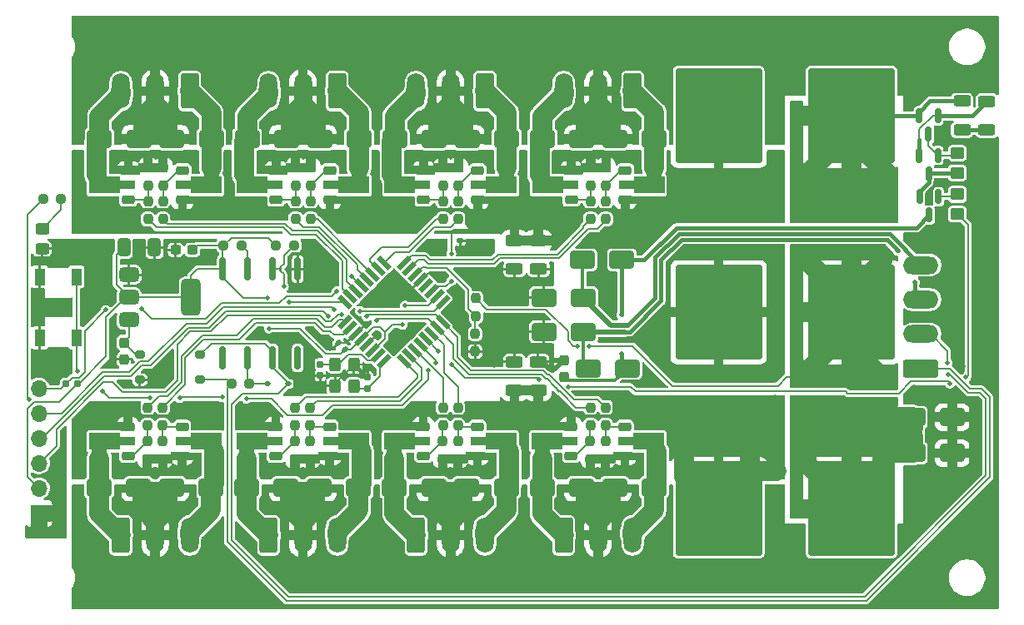
<source format=gbr>
%TF.GenerationSoftware,KiCad,Pcbnew,8.0.2*%
%TF.CreationDate,2024-10-12T15:12:06+02:00*%
%TF.ProjectId,OSSD-8A,4f535344-2d38-4412-9e6b-696361645f70,rev?*%
%TF.SameCoordinates,Original*%
%TF.FileFunction,Copper,L1,Top*%
%TF.FilePolarity,Positive*%
%FSLAX46Y46*%
G04 Gerber Fmt 4.6, Leading zero omitted, Abs format (unit mm)*
G04 Created by KiCad (PCBNEW 8.0.2) date 2024-10-12 15:12:06*
%MOMM*%
%LPD*%
G01*
G04 APERTURE LIST*
G04 Aperture macros list*
%AMRoundRect*
0 Rectangle with rounded corners*
0 $1 Rounding radius*
0 $2 $3 $4 $5 $6 $7 $8 $9 X,Y pos of 4 corners*
0 Add a 4 corners polygon primitive as box body*
4,1,4,$2,$3,$4,$5,$6,$7,$8,$9,$2,$3,0*
0 Add four circle primitives for the rounded corners*
1,1,$1+$1,$2,$3*
1,1,$1+$1,$4,$5*
1,1,$1+$1,$6,$7*
1,1,$1+$1,$8,$9*
0 Add four rect primitives between the rounded corners*
20,1,$1+$1,$2,$3,$4,$5,0*
20,1,$1+$1,$4,$5,$6,$7,0*
20,1,$1+$1,$6,$7,$8,$9,0*
20,1,$1+$1,$8,$9,$2,$3,0*%
%AMRotRect*
0 Rectangle, with rotation*
0 The origin of the aperture is its center*
0 $1 length*
0 $2 width*
0 $3 Rotation angle, in degrees counterclockwise*
0 Add horizontal line*
21,1,$1,$2,0,0,$3*%
%AMFreePoly0*
4,1,9,3.862500,-0.866500,0.737500,-0.866500,0.737500,-0.450000,-0.737500,-0.450000,-0.737500,0.450000,0.737500,0.450000,0.737500,0.866500,3.862500,0.866500,3.862500,-0.866500,3.862500,-0.866500,$1*%
G04 Aperture macros list end*
%TA.AperFunction,SMDPad,CuDef*%
%ADD10RoundRect,0.250000X0.450000X-0.325000X0.450000X0.325000X-0.450000X0.325000X-0.450000X-0.325000X0*%
%TD*%
%TA.AperFunction,SMDPad,CuDef*%
%ADD11RoundRect,0.250000X-0.412500X-0.650000X0.412500X-0.650000X0.412500X0.650000X-0.412500X0.650000X0*%
%TD*%
%TA.AperFunction,SMDPad,CuDef*%
%ADD12RoundRect,0.225000X0.425000X0.225000X-0.425000X0.225000X-0.425000X-0.225000X0.425000X-0.225000X0*%
%TD*%
%TA.AperFunction,SMDPad,CuDef*%
%ADD13FreePoly0,180.000000*%
%TD*%
%TA.AperFunction,SMDPad,CuDef*%
%ADD14RoundRect,0.237500X-0.237500X0.250000X-0.237500X-0.250000X0.237500X-0.250000X0.237500X0.250000X0*%
%TD*%
%TA.AperFunction,SMDPad,CuDef*%
%ADD15RoundRect,0.250000X1.000000X0.650000X-1.000000X0.650000X-1.000000X-0.650000X1.000000X-0.650000X0*%
%TD*%
%TA.AperFunction,SMDPad,CuDef*%
%ADD16RoundRect,0.237500X0.237500X-0.250000X0.237500X0.250000X-0.237500X0.250000X-0.237500X-0.250000X0*%
%TD*%
%TA.AperFunction,SMDPad,CuDef*%
%ADD17RoundRect,0.250000X0.625000X-0.312500X0.625000X0.312500X-0.625000X0.312500X-0.625000X-0.312500X0*%
%TD*%
%TA.AperFunction,SMDPad,CuDef*%
%ADD18RoundRect,0.249999X4.150001X4.550001X-4.150001X4.550001X-4.150001X-4.550001X4.150001X-4.550001X0*%
%TD*%
%TA.AperFunction,SMDPad,CuDef*%
%ADD19RoundRect,0.225000X-0.425000X-0.225000X0.425000X-0.225000X0.425000X0.225000X-0.425000X0.225000X0*%
%TD*%
%TA.AperFunction,SMDPad,CuDef*%
%ADD20FreePoly0,0.000000*%
%TD*%
%TA.AperFunction,SMDPad,CuDef*%
%ADD21RoundRect,0.200000X-0.300000X-0.200000X0.300000X-0.200000X0.300000X0.200000X-0.300000X0.200000X0*%
%TD*%
%TA.AperFunction,SMDPad,CuDef*%
%ADD22RoundRect,0.140000X0.219203X0.021213X0.021213X0.219203X-0.219203X-0.021213X-0.021213X-0.219203X0*%
%TD*%
%TA.AperFunction,SMDPad,CuDef*%
%ADD23RoundRect,0.250000X-0.625000X0.312500X-0.625000X-0.312500X0.625000X-0.312500X0.625000X0.312500X0*%
%TD*%
%TA.AperFunction,SMDPad,CuDef*%
%ADD24RotRect,1.600000X0.550000X45.000000*%
%TD*%
%TA.AperFunction,SMDPad,CuDef*%
%ADD25RotRect,1.600000X0.550000X135.000000*%
%TD*%
%TA.AperFunction,ComponentPad*%
%ADD26RoundRect,0.250000X0.650000X1.550000X-0.650000X1.550000X-0.650000X-1.550000X0.650000X-1.550000X0*%
%TD*%
%TA.AperFunction,ComponentPad*%
%ADD27O,1.800000X3.600000*%
%TD*%
%TA.AperFunction,SMDPad,CuDef*%
%ADD28RoundRect,0.250000X-1.000000X-0.650000X1.000000X-0.650000X1.000000X0.650000X-1.000000X0.650000X0*%
%TD*%
%TA.AperFunction,SMDPad,CuDef*%
%ADD29RoundRect,0.237500X-0.237500X0.300000X-0.237500X-0.300000X0.237500X-0.300000X0.237500X0.300000X0*%
%TD*%
%TA.AperFunction,SMDPad,CuDef*%
%ADD30RoundRect,0.237500X0.300000X0.237500X-0.300000X0.237500X-0.300000X-0.237500X0.300000X-0.237500X0*%
%TD*%
%TA.AperFunction,ComponentPad*%
%ADD31R,1.700000X1.700000*%
%TD*%
%TA.AperFunction,ComponentPad*%
%ADD32O,1.700000X1.700000*%
%TD*%
%TA.AperFunction,SMDPad,CuDef*%
%ADD33RoundRect,0.300000X-0.300000X0.400000X-0.300000X-0.400000X0.300000X-0.400000X0.300000X0.400000X0*%
%TD*%
%TA.AperFunction,SMDPad,CuDef*%
%ADD34RoundRect,0.155000X-0.155000X0.212500X-0.155000X-0.212500X0.155000X-0.212500X0.155000X0.212500X0*%
%TD*%
%TA.AperFunction,SMDPad,CuDef*%
%ADD35RoundRect,0.237500X-0.250000X-0.237500X0.250000X-0.237500X0.250000X0.237500X-0.250000X0.237500X0*%
%TD*%
%TA.AperFunction,ComponentPad*%
%ADD36RoundRect,0.250000X-0.650000X-1.550000X0.650000X-1.550000X0.650000X1.550000X-0.650000X1.550000X0*%
%TD*%
%TA.AperFunction,SMDPad,CuDef*%
%ADD37R,1.100000X1.800000*%
%TD*%
%TA.AperFunction,SMDPad,CuDef*%
%ADD38RoundRect,0.162500X0.162500X-1.012500X0.162500X1.012500X-0.162500X1.012500X-0.162500X-1.012500X0*%
%TD*%
%TA.AperFunction,SMDPad,CuDef*%
%ADD39RoundRect,0.150000X-0.150000X0.587500X-0.150000X-0.587500X0.150000X-0.587500X0.150000X0.587500X0*%
%TD*%
%TA.AperFunction,ComponentPad*%
%ADD40RoundRect,0.250000X1.550000X-0.650000X1.550000X0.650000X-1.550000X0.650000X-1.550000X-0.650000X0*%
%TD*%
%TA.AperFunction,ComponentPad*%
%ADD41O,3.600000X1.800000*%
%TD*%
%TA.AperFunction,SMDPad,CuDef*%
%ADD42RoundRect,0.112500X-0.187500X-0.112500X0.187500X-0.112500X0.187500X0.112500X-0.187500X0.112500X0*%
%TD*%
%TA.AperFunction,SMDPad,CuDef*%
%ADD43RoundRect,0.140000X-0.170000X0.140000X-0.170000X-0.140000X0.170000X-0.140000X0.170000X0.140000X0*%
%TD*%
%TA.AperFunction,SMDPad,CuDef*%
%ADD44RoundRect,0.237500X0.237500X-0.300000X0.237500X0.300000X-0.237500X0.300000X-0.237500X-0.300000X0*%
%TD*%
%TA.AperFunction,SMDPad,CuDef*%
%ADD45RoundRect,0.160000X0.197500X0.160000X-0.197500X0.160000X-0.197500X-0.160000X0.197500X-0.160000X0*%
%TD*%
%TA.AperFunction,SMDPad,CuDef*%
%ADD46RoundRect,0.155000X0.155000X-0.212500X0.155000X0.212500X-0.155000X0.212500X-0.155000X-0.212500X0*%
%TD*%
%TA.AperFunction,SMDPad,CuDef*%
%ADD47RoundRect,0.250000X0.450000X-0.350000X0.450000X0.350000X-0.450000X0.350000X-0.450000X-0.350000X0*%
%TD*%
%TA.AperFunction,SMDPad,CuDef*%
%ADD48RoundRect,0.375000X-0.625000X-0.375000X0.625000X-0.375000X0.625000X0.375000X-0.625000X0.375000X0*%
%TD*%
%TA.AperFunction,SMDPad,CuDef*%
%ADD49RoundRect,0.500000X-0.500000X-1.400000X0.500000X-1.400000X0.500000X1.400000X-0.500000X1.400000X0*%
%TD*%
%TA.AperFunction,ViaPad*%
%ADD50C,0.500000*%
%TD*%
%TA.AperFunction,ViaPad*%
%ADD51C,0.800000*%
%TD*%
%TA.AperFunction,Conductor*%
%ADD52C,0.400000*%
%TD*%
%TA.AperFunction,Conductor*%
%ADD53C,0.200000*%
%TD*%
%TA.AperFunction,Conductor*%
%ADD54C,0.500000*%
%TD*%
%TA.AperFunction,Conductor*%
%ADD55C,2.000000*%
%TD*%
%TA.AperFunction,Conductor*%
%ADD56C,0.300000*%
%TD*%
%TA.AperFunction,Conductor*%
%ADD57C,1.200000*%
%TD*%
%TA.AperFunction,Conductor*%
%ADD58C,1.500000*%
%TD*%
G04 APERTURE END LIST*
D10*
%TO.P,D4,1,K*%
%TO.N,GND*%
X90500000Y-41025000D03*
%TO.P,D4,2,A*%
%TO.N,Net-(D4-A)*%
X90500000Y-38975000D03*
%TD*%
D11*
%TO.P,C303,1*%
%TO.N,+5V*%
X98795500Y-40903000D03*
%TO.P,C303,2*%
%TO.N,GND*%
X101920500Y-40903000D03*
%TD*%
D12*
%TO.P,Q41,1,G*%
%TO.N,Net-(Q41-G)*%
X99236000Y-62127500D03*
D13*
%TO.P,Q41,2,D*%
%TO.N,Net-(D41-A)*%
X99148500Y-60627500D03*
D12*
%TO.P,Q41,3,S*%
%TO.N,GND2*%
X99236000Y-59127500D03*
%TD*%
D14*
%TO.P,R53,1*%
%TO.N,GND2*%
X102806000Y-32763500D03*
%TO.P,R53,2*%
%TO.N,Net-(Q51-G)*%
X102806000Y-34588500D03*
%TD*%
D15*
%TO.P,D1503,1,K*%
%TO.N,VCC_COILS*%
X182975000Y-61824000D03*
%TO.P,D1503,2,A*%
%TO.N,VCC_CAP*%
X178975000Y-61824000D03*
%TD*%
D16*
%TO.P,R43,1*%
%TO.N,GND2*%
X101194000Y-62429000D03*
%TO.P,R43,2*%
%TO.N,Net-(Q41-G)*%
X101194000Y-60604000D03*
%TD*%
D14*
%TO.P,R73,1*%
%TO.N,GND2*%
X132806000Y-32763500D03*
%TO.P,R73,2*%
%TO.N,Net-(Q71-G)*%
X132806000Y-34588500D03*
%TD*%
D16*
%TO.P,R13,1*%
%TO.N,GND2*%
X146194000Y-62429000D03*
%TO.P,R13,2*%
%TO.N,Net-(Q11-G)*%
X146194000Y-60604000D03*
%TD*%
D17*
%TO.P,R103,1*%
%TO.N,GND2*%
X138500000Y-55462500D03*
%TO.P,R103,2*%
%TO.N,GND*%
X138500000Y-52537500D03*
%TD*%
%TO.P,R104,1*%
%TO.N,GND2*%
X140913000Y-55462500D03*
%TO.P,R104,2*%
%TO.N,GND*%
X140913000Y-52537500D03*
%TD*%
D18*
%TO.P,C1502,1*%
%TO.N,VCC_CAP*%
X172750000Y-47500000D03*
%TO.P,C1502,2*%
%TO.N,GND2*%
X159250000Y-47500000D03*
%TD*%
D19*
%TO.P,Q22,1,G*%
%TO.N,Net-(Q22-G)*%
X134734000Y-59127500D03*
D20*
%TO.P,Q22,2,D*%
%TO.N,Net-(D22-A)*%
X134821500Y-60627500D03*
D19*
%TO.P,Q22,3,S*%
%TO.N,GND2*%
X134734000Y-62127500D03*
%TD*%
D21*
%TO.P,D301,1,+*%
%TO.N,Net-(D301-+)*%
X100430000Y-51816000D03*
%TO.P,D301,2,-*%
%TO.N,GND*%
X100430000Y-54356000D03*
%TO.P,D301,3*%
%TO.N,/DCC/A*%
X106580000Y-54356000D03*
%TO.P,D301,4*%
%TO.N,/DCC/B*%
X106580000Y-51816000D03*
%TD*%
D16*
%TO.P,R72,1*%
%TO.N,/mosfets7/B*%
X131253000Y-38017500D03*
%TO.P,R72,2*%
%TO.N,Net-(Q72-G)*%
X131253000Y-36192500D03*
%TD*%
D22*
%TO.P,C3,1*%
%TO.N,+5V*%
X121285361Y-51322047D03*
%TO.P,C3,2*%
%TO.N,GND*%
X120606539Y-50643225D03*
%TD*%
D15*
%TO.P,D11,1,K*%
%TO.N,VCC_COILS*%
X145302000Y-65326500D03*
%TO.P,D11,2,A*%
%TO.N,Net-(D11-A)*%
X141302000Y-65326500D03*
%TD*%
D23*
%TO.P,R101,1*%
%TO.N,GND2*%
X140947000Y-40193500D03*
%TO.P,R101,2*%
%TO.N,GND*%
X140947000Y-43118500D03*
%TD*%
D16*
%TO.P,R14,1*%
%TO.N,GND2*%
X147747000Y-62429000D03*
%TO.P,R14,2*%
%TO.N,Net-(Q12-G)*%
X147747000Y-60604000D03*
%TD*%
D19*
%TO.P,Q81,1,G*%
%TO.N,Net-(Q81-G)*%
X149764000Y-33065000D03*
D20*
%TO.P,Q81,2,D*%
%TO.N,Net-(D81-A)*%
X149851500Y-34565000D03*
D19*
%TO.P,Q81,3,S*%
%TO.N,GND2*%
X149764000Y-36065000D03*
%TD*%
D16*
%TO.P,R62,1*%
%TO.N,/mosfets6/B*%
X116253000Y-38017500D03*
%TO.P,R62,2*%
%TO.N,Net-(Q62-G)*%
X116253000Y-36192500D03*
%TD*%
D15*
%TO.P,D82,1,K*%
%TO.N,VCC_COILS*%
X145332000Y-29866000D03*
%TO.P,D82,2,A*%
%TO.N,Net-(D82-A)*%
X141332000Y-29866000D03*
%TD*%
D19*
%TO.P,Q71,1,G*%
%TO.N,Net-(Q71-G)*%
X134764000Y-33065000D03*
D20*
%TO.P,Q71,2,D*%
%TO.N,Net-(D71-A)*%
X134851500Y-34565000D03*
D19*
%TO.P,Q71,3,S*%
%TO.N,GND2*%
X134764000Y-36065000D03*
%TD*%
D24*
%TO.P,U1,1,PD3*%
%TO.N,/mosfets4/A*%
X121252897Y-48523305D03*
%TO.P,U1,2,PD4*%
%TO.N,/mosfets4/B*%
X121818583Y-49088990D03*
%TO.P,U1,3,GND*%
%TO.N,GND*%
X122384268Y-49654676D03*
%TO.P,U1,4,VCC*%
%TO.N,+5V*%
X122949953Y-50220361D03*
%TO.P,U1,5,GND*%
%TO.N,GND*%
X123515639Y-50786047D03*
%TO.P,U1,6,VCC*%
%TO.N,+5V*%
X124081324Y-51351732D03*
%TO.P,U1,7,XTAL1/PB6*%
%TO.N,/uController/X1*%
X124647010Y-51917417D03*
%TO.P,U1,8,XTAL2/PB7*%
%TO.N,/uController/X2*%
X125212695Y-52483103D03*
D25*
%TO.P,U1,9,PD5*%
%TO.N,/mosfets3/A*%
X127263305Y-52483103D03*
%TO.P,U1,10,PD6*%
%TO.N,/mosfets3/B*%
X127828990Y-51917417D03*
%TO.P,U1,11,PD7*%
%TO.N,/mosfets2/A*%
X128394676Y-51351732D03*
%TO.P,U1,12,PB0*%
%TO.N,Net-(SW1-A)*%
X128960361Y-50786047D03*
%TO.P,U1,13,PB1*%
%TO.N,/CDU/chargeEnable*%
X129526047Y-50220361D03*
%TO.P,U1,14,PB2*%
%TO.N,/mosfets2/B*%
X130091732Y-49654676D03*
%TO.P,U1,15,PB3*%
%TO.N,/mosfets1/A*%
X130657417Y-49088990D03*
%TO.P,U1,16,PB4*%
%TO.N,/mosfets1/B*%
X131223103Y-48523305D03*
D24*
%TO.P,U1,17,PB5*%
%TO.N,/uController/LED*%
X131223103Y-46472695D03*
%TO.P,U1,18,AVCC*%
%TO.N,+5V*%
X130657417Y-45907010D03*
%TO.P,U1,19,ADC6*%
%TO.N,GND2*%
X130091732Y-45341324D03*
%TO.P,U1,20,AREF*%
%TO.N,unconnected-(U1-AREF-Pad20)*%
X129526047Y-44775639D03*
%TO.P,U1,21,GND*%
%TO.N,GND*%
X128960361Y-44209953D03*
%TO.P,U1,22,ADC7*%
%TO.N,/CDU/coilVoltage*%
X128394676Y-43644268D03*
%TO.P,U1,23,PC0*%
%TO.N,/mosfets8/A*%
X127828990Y-43078583D03*
%TO.P,U1,24,PC1*%
%TO.N,/mosfets8/B*%
X127263305Y-42512897D03*
D25*
%TO.P,U1,25,PC2*%
%TO.N,/mosfets7/A*%
X125212695Y-42512897D03*
%TO.P,U1,26,PC3*%
%TO.N,/mosfets7/B*%
X124647010Y-43078583D03*
%TO.P,U1,27,PC4*%
%TO.N,/mosfets6/A*%
X124081324Y-43644268D03*
%TO.P,U1,28,PC5*%
%TO.N,/mosfets6/B*%
X123515639Y-44209953D03*
%TO.P,U1,29,~{RESET}/PC6*%
%TO.N,/uController/RESET*%
X122949953Y-44775639D03*
%TO.P,U1,30,PD0*%
%TO.N,/mosfets5/A*%
X122384268Y-45341324D03*
%TO.P,U1,31,PD1*%
%TO.N,/mosfets5/B*%
X121818583Y-45907010D03*
%TO.P,U1,32,PD2*%
%TO.N,/DCC/DCC_TTL*%
X121252897Y-46472695D03*
%TD*%
D12*
%TO.P,Q11,1,G*%
%TO.N,Net-(Q11-G)*%
X144236000Y-62127500D03*
D13*
%TO.P,Q11,2,D*%
%TO.N,Net-(D11-A)*%
X144148500Y-60627500D03*
D12*
%TO.P,Q11,3,S*%
%TO.N,GND2*%
X144236000Y-59127500D03*
%TD*%
D26*
%TO.P,J61,1,Pin_1*%
%TO.N,Net-(D61-A)*%
X120500000Y-25000000D03*
D27*
%TO.P,J61,2,Pin_2*%
%TO.N,VCC_COILS*%
X117000000Y-25000000D03*
%TO.P,J61,3,Pin_3*%
%TO.N,Net-(D62-A)*%
X113500000Y-25000000D03*
%TD*%
D16*
%TO.P,R23,1*%
%TO.N,GND2*%
X131194000Y-62429000D03*
%TO.P,R23,2*%
%TO.N,Net-(Q21-G)*%
X131194000Y-60604000D03*
%TD*%
D14*
%TO.P,R83,1*%
%TO.N,GND2*%
X147806000Y-32763500D03*
%TO.P,R83,2*%
%TO.N,Net-(Q81-G)*%
X147806000Y-34588500D03*
%TD*%
D28*
%TO.P,D61,1,K*%
%TO.N,VCC_COILS*%
X118698000Y-29866000D03*
%TO.P,D61,2,A*%
%TO.N,Net-(D61-A)*%
X122698000Y-29866000D03*
%TD*%
D14*
%TO.P,R41,1*%
%TO.N,/mosfets4/A*%
X101223000Y-57175000D03*
%TO.P,R41,2*%
%TO.N,Net-(Q41-G)*%
X101223000Y-59000000D03*
%TD*%
D29*
%TO.P,C301,1*%
%TO.N,Net-(D301-+)*%
X98806000Y-50572500D03*
%TO.P,C301,2*%
%TO.N,GND*%
X98806000Y-52297500D03*
%TD*%
D19*
%TO.P,Q42,1,G*%
%TO.N,Net-(Q42-G)*%
X104734000Y-59127500D03*
D20*
%TO.P,Q42,2,D*%
%TO.N,Net-(D42-A)*%
X104821500Y-60627500D03*
D19*
%TO.P,Q42,3,S*%
%TO.N,GND2*%
X104734000Y-62127500D03*
%TD*%
%TO.P,Q32,1,G*%
%TO.N,Net-(Q32-G)*%
X119734000Y-59127500D03*
D20*
%TO.P,Q32,2,D*%
%TO.N,Net-(D32-A)*%
X119821500Y-60627500D03*
D19*
%TO.P,Q32,3,S*%
%TO.N,GND2*%
X119734000Y-62127500D03*
%TD*%
D30*
%TO.P,C302,1*%
%TO.N,+5V*%
X105792500Y-41157000D03*
%TO.P,C302,2*%
%TO.N,GND*%
X104067500Y-41157000D03*
%TD*%
D19*
%TO.P,Q61,1,G*%
%TO.N,Net-(Q61-G)*%
X119764000Y-33065000D03*
D20*
%TO.P,Q61,2,D*%
%TO.N,Net-(D61-A)*%
X119851500Y-34565000D03*
D19*
%TO.P,Q61,3,S*%
%TO.N,GND2*%
X119764000Y-36065000D03*
%TD*%
D31*
%TO.P,J3,1,Pin_1*%
%TO.N,GND*%
X90170000Y-67945000D03*
D32*
%TO.P,J3,2,Pin_2*%
%TO.N,+5V*%
X90170000Y-65405000D03*
%TO.P,J3,3,Pin_3*%
%TO.N,/uController/LED*%
X90170000Y-62865000D03*
%TO.P,J3,4,Pin_4*%
%TO.N,/mosfets1/B*%
X90170000Y-60325000D03*
%TO.P,J3,5,Pin_5*%
%TO.N,/mosfets1/A*%
X90170000Y-57785000D03*
%TO.P,J3,6,Pin_6*%
%TO.N,/uController/RESET*%
X90170000Y-55245000D03*
%TD*%
D15*
%TO.P,D502,1,K*%
%TO.N,/POWER/2*%
X145500000Y-49500000D03*
%TO.P,D502,2,A*%
%TO.N,GND*%
X141500000Y-49500000D03*
%TD*%
D14*
%TO.P,R21,1*%
%TO.N,/mosfets2/A*%
X131223000Y-57175000D03*
%TO.P,R21,2*%
%TO.N,Net-(Q21-G)*%
X131223000Y-59000000D03*
%TD*%
%TO.P,R64,1*%
%TO.N,GND2*%
X116253000Y-32763500D03*
%TO.P,R64,2*%
%TO.N,Net-(Q62-G)*%
X116253000Y-34588500D03*
%TD*%
D16*
%TO.P,R52,1*%
%TO.N,/mosfets5/B*%
X101253000Y-38017500D03*
%TO.P,R52,2*%
%TO.N,Net-(Q52-G)*%
X101253000Y-36192500D03*
%TD*%
D33*
%TO.P,Y1,1,1*%
%TO.N,/uController/X1*%
X120264361Y-52813047D03*
%TO.P,Y1,2,GND*%
%TO.N,GND*%
X120264361Y-55013047D03*
%TO.P,Y1,3,3*%
%TO.N,/uController/X2*%
X122164361Y-55013047D03*
%TO.P,Y1,4,GND*%
%TO.N,GND*%
X122164361Y-52813047D03*
%TD*%
D15*
%TO.P,D52,1,K*%
%TO.N,VCC_COILS*%
X100332000Y-29866000D03*
%TO.P,D52,2,A*%
%TO.N,Net-(D52-A)*%
X96332000Y-29866000D03*
%TD*%
D14*
%TO.P,R22,1*%
%TO.N,/mosfets2/B*%
X132747000Y-57175000D03*
%TO.P,R22,2*%
%TO.N,Net-(Q22-G)*%
X132747000Y-59000000D03*
%TD*%
D19*
%TO.P,Q12,1,G*%
%TO.N,Net-(Q12-G)*%
X149734000Y-59127500D03*
D20*
%TO.P,Q12,2,D*%
%TO.N,Net-(D12-A)*%
X149821500Y-60627500D03*
D19*
%TO.P,Q12,3,S*%
%TO.N,GND2*%
X149734000Y-62127500D03*
%TD*%
D34*
%TO.P,C2,1*%
%TO.N,GND*%
X123571361Y-54124047D03*
%TO.P,C2,2*%
%TO.N,/uController/X2*%
X123571361Y-55259047D03*
%TD*%
D28*
%TO.P,D81,1,K*%
%TO.N,VCC_COILS*%
X148698000Y-29866000D03*
%TO.P,D81,2,A*%
%TO.N,Net-(D81-A)*%
X152698000Y-29866000D03*
%TD*%
D35*
%TO.P,R4,1*%
%TO.N,+5V*%
X114276500Y-40687000D03*
%TO.P,R4,2*%
%TO.N,/DCC/DCC_TTL*%
X116101500Y-40687000D03*
%TD*%
D15*
%TO.P,D21,1,K*%
%TO.N,VCC_COILS*%
X130302000Y-65326500D03*
%TO.P,D21,2,A*%
%TO.N,Net-(D21-A)*%
X126302000Y-65326500D03*
%TD*%
D36*
%TO.P,J21,1,Pin_1*%
%TO.N,Net-(D21-A)*%
X128500000Y-70192500D03*
D27*
%TO.P,J21,2,Pin_2*%
%TO.N,VCC_COILS*%
X132000000Y-70192500D03*
%TO.P,J21,3,Pin_3*%
%TO.N,Net-(D22-A)*%
X135500000Y-70192500D03*
%TD*%
D28*
%TO.P,D32,1,K*%
%TO.N,VCC_COILS*%
X118668000Y-65326500D03*
%TO.P,D32,2,A*%
%TO.N,Net-(D32-A)*%
X122668000Y-65326500D03*
%TD*%
D37*
%TO.P,SW1,1,A*%
%TO.N,Net-(SW1-A)*%
X93980000Y-43900000D03*
X93980000Y-50100000D03*
%TO.P,SW1,2,B*%
%TO.N,GND*%
X90280000Y-43900000D03*
X90280000Y-50100000D03*
%TD*%
D12*
%TO.P,Q62,1,G*%
%TO.N,Net-(Q62-G)*%
X114266000Y-36065000D03*
D13*
%TO.P,Q62,2,D*%
%TO.N,Net-(D62-A)*%
X114178500Y-34565000D03*
D12*
%TO.P,Q62,3,S*%
%TO.N,GND2*%
X114266000Y-33065000D03*
%TD*%
D18*
%TO.P,C1501,1*%
%TO.N,VCC_CAP*%
X172750000Y-27500000D03*
%TO.P,C1501,2*%
%TO.N,GND2*%
X159250000Y-27500000D03*
%TD*%
D28*
%TO.P,D51,1,K*%
%TO.N,VCC_COILS*%
X103698000Y-29866000D03*
%TO.P,D51,2,A*%
%TO.N,Net-(D51-A)*%
X107698000Y-29866000D03*
%TD*%
D14*
%TO.P,R32,1*%
%TO.N,/mosfets3/B*%
X117747000Y-57175000D03*
%TO.P,R32,2*%
%TO.N,Net-(Q32-G)*%
X117747000Y-59000000D03*
%TD*%
D36*
%TO.P,J11,1,Pin_1*%
%TO.N,Net-(D11-A)*%
X143500000Y-70192500D03*
D27*
%TO.P,J11,2,Pin_2*%
%TO.N,VCC_COILS*%
X147000000Y-70192500D03*
%TO.P,J11,3,Pin_3*%
%TO.N,Net-(D12-A)*%
X150500000Y-70192500D03*
%TD*%
D15*
%TO.P,D1501,1,K*%
%TO.N,VCC_COILS*%
X182975000Y-58166000D03*
%TO.P,D1501,2,A*%
%TO.N,VCC_CAP*%
X178975000Y-58166000D03*
%TD*%
D38*
%TO.P,U3,1,NC*%
%TO.N,unconnected-(U3-NC-Pad1)*%
X108839000Y-52150000D03*
%TO.P,U3,2,A*%
%TO.N,Net-(D1-K)*%
X111379000Y-52150000D03*
%TO.P,U3,3,C*%
%TO.N,/DCC/B*%
X113919000Y-52150000D03*
%TO.P,U3,4*%
%TO.N,N/C*%
X116459000Y-52150000D03*
%TO.P,U3,5,GND*%
%TO.N,GND*%
X116459000Y-43100000D03*
%TO.P,U3,6,VO*%
%TO.N,/DCC/DCC_TTL*%
X113919000Y-43100000D03*
%TO.P,U3,7,EN*%
%TO.N,Net-(U3-EN)*%
X111379000Y-43100000D03*
%TO.P,U3,8,VCC*%
%TO.N,+5V*%
X108839000Y-43100000D03*
%TD*%
D39*
%TO.P,Q1502,1,B*%
%TO.N,Net-(Q1502-B)*%
X181542000Y-31535500D03*
%TO.P,Q1502,2,E*%
%TO.N,Net-(Q1502-E)*%
X179642000Y-31535500D03*
%TO.P,Q1502,3,C*%
%TO.N,Net-(Q1501-E)*%
X180592000Y-33410500D03*
%TD*%
D12*
%TO.P,Q82,1,G*%
%TO.N,Net-(Q82-G)*%
X144266000Y-36065000D03*
D13*
%TO.P,Q82,2,D*%
%TO.N,Net-(D82-A)*%
X144178500Y-34565000D03*
D12*
%TO.P,Q82,3,S*%
%TO.N,GND2*%
X144266000Y-33065000D03*
%TD*%
D15*
%TO.P,D31,1,K*%
%TO.N,VCC_COILS*%
X115302000Y-65326500D03*
%TO.P,D31,2,A*%
%TO.N,Net-(D31-A)*%
X111302000Y-65326500D03*
%TD*%
D14*
%TO.P,R1505,1*%
%TO.N,VCC_CAP*%
X134587500Y-46077500D03*
%TO.P,R1505,2*%
%TO.N,/CDU/coilVoltage*%
X134587500Y-47902500D03*
%TD*%
D12*
%TO.P,Q21,1,G*%
%TO.N,Net-(Q21-G)*%
X129236000Y-62127500D03*
D13*
%TO.P,Q21,2,D*%
%TO.N,Net-(D21-A)*%
X129148500Y-60627500D03*
D12*
%TO.P,Q21,3,S*%
%TO.N,GND2*%
X129236000Y-59127500D03*
%TD*%
D16*
%TO.P,R24,1*%
%TO.N,GND2*%
X132747000Y-62429000D03*
%TO.P,R24,2*%
%TO.N,Net-(Q22-G)*%
X132747000Y-60604000D03*
%TD*%
D36*
%TO.P,J41,1,Pin_1*%
%TO.N,Net-(D41-A)*%
X98500000Y-70192500D03*
D27*
%TO.P,J41,2,Pin_2*%
%TO.N,VCC_COILS*%
X102000000Y-70192500D03*
%TO.P,J41,3,Pin_3*%
%TO.N,Net-(D42-A)*%
X105500000Y-70192500D03*
%TD*%
D18*
%TO.P,C1503,1*%
%TO.N,VCC_CAP*%
X172750000Y-67500000D03*
%TO.P,C1503,2*%
%TO.N,GND2*%
X159250000Y-67500000D03*
%TD*%
D15*
%TO.P,D501,1,K*%
%TO.N,/POWER/1*%
X145500000Y-46000000D03*
%TO.P,D501,2,A*%
%TO.N,GND*%
X141500000Y-46000000D03*
%TD*%
D23*
%TO.P,R102,1*%
%TO.N,GND2*%
X138500000Y-40193500D03*
%TO.P,R102,2*%
%TO.N,GND*%
X138500000Y-43118500D03*
%TD*%
D40*
%TO.P,J62,1,Pin_1*%
%TO.N,/DCC/A*%
X179820500Y-53201000D03*
D41*
%TO.P,J62,2,Pin_2*%
%TO.N,/DCC/B*%
X179820500Y-49701000D03*
%TO.P,J62,3,Pin_3*%
%TO.N,/POWER/2*%
X179820500Y-46201000D03*
%TO.P,J62,4,Pin_4*%
%TO.N,/POWER/1*%
X179820500Y-42701000D03*
%TD*%
D23*
%TO.P,R1503,1*%
%TO.N,Net-(Q1502-E)*%
X186500000Y-26037500D03*
%TO.P,R1503,2*%
%TO.N,Net-(R1503-Pad2)*%
X186500000Y-28962500D03*
%TD*%
D14*
%TO.P,R63,1*%
%TO.N,GND2*%
X117806000Y-32763500D03*
%TO.P,R63,2*%
%TO.N,Net-(Q61-G)*%
X117806000Y-34588500D03*
%TD*%
D19*
%TO.P,Q51,1,G*%
%TO.N,Net-(Q51-G)*%
X104764000Y-33065000D03*
D20*
%TO.P,Q51,2,D*%
%TO.N,Net-(D51-A)*%
X104851500Y-34565000D03*
D19*
%TO.P,Q51,3,S*%
%TO.N,GND2*%
X104764000Y-36065000D03*
%TD*%
D28*
%TO.P,D42,1,K*%
%TO.N,VCC_COILS*%
X103668000Y-65326500D03*
%TO.P,D42,2,A*%
%TO.N,Net-(D42-A)*%
X107668000Y-65326500D03*
%TD*%
D15*
%TO.P,D62,1,K*%
%TO.N,VCC_COILS*%
X115332000Y-29866000D03*
%TO.P,D62,2,A*%
%TO.N,Net-(D62-A)*%
X111332000Y-29866000D03*
%TD*%
D42*
%TO.P,D1,1,K*%
%TO.N,Net-(D1-K)*%
X113411000Y-54784000D03*
%TO.P,D1,2,A*%
%TO.N,/DCC/B*%
X115511000Y-54784000D03*
%TD*%
D43*
%TO.P,C101,1*%
%TO.N,GND2*%
X132969000Y-39271000D03*
%TO.P,C101,2*%
%TO.N,GND*%
X132969000Y-40231000D03*
%TD*%
D14*
%TO.P,R74,1*%
%TO.N,GND2*%
X131253000Y-32763500D03*
%TO.P,R74,2*%
%TO.N,Net-(Q72-G)*%
X131253000Y-34588500D03*
%TD*%
D39*
%TO.P,Q1501,1,B*%
%TO.N,Net-(Q1501-B)*%
X181590000Y-35738000D03*
%TO.P,Q1501,2,E*%
%TO.N,Net-(Q1501-E)*%
X179690000Y-35738000D03*
%TO.P,Q1501,3,C*%
%TO.N,VCC*%
X180640000Y-37613000D03*
%TD*%
D26*
%TO.P,J81,1,Pin_1*%
%TO.N,Net-(D81-A)*%
X150500000Y-25000000D03*
D27*
%TO.P,J81,2,Pin_2*%
%TO.N,VCC_COILS*%
X147000000Y-25000000D03*
%TO.P,J81,3,Pin_3*%
%TO.N,Net-(D82-A)*%
X143500000Y-25000000D03*
%TD*%
D44*
%TO.P,C501,1*%
%TO.N,VCC*%
X143510000Y-54075500D03*
%TO.P,C501,2*%
%TO.N,GND*%
X143510000Y-52350500D03*
%TD*%
D28*
%TO.P,D22,1,K*%
%TO.N,VCC_COILS*%
X133668000Y-65326500D03*
%TO.P,D22,2,A*%
%TO.N,Net-(D22-A)*%
X137668000Y-65326500D03*
%TD*%
D15*
%TO.P,D503,1,K*%
%TO.N,VCC*%
X149955000Y-53213000D03*
%TO.P,D503,2,A*%
%TO.N,/POWER/2*%
X145955000Y-53213000D03*
%TD*%
D45*
%TO.P,R2,1*%
%TO.N,+5V*%
X94133500Y-54749000D03*
%TO.P,R2,2*%
%TO.N,/uController/RESET*%
X92938500Y-54749000D03*
%TD*%
D15*
%TO.P,D41,1,K*%
%TO.N,VCC_COILS*%
X100302000Y-65326500D03*
%TO.P,D41,2,A*%
%TO.N,Net-(D41-A)*%
X96302000Y-65326500D03*
%TD*%
D46*
%TO.P,C1,1*%
%TO.N,GND*%
X118745361Y-53921547D03*
%TO.P,C1,2*%
%TO.N,/uController/X1*%
X118745361Y-52786547D03*
%TD*%
D12*
%TO.P,Q72,1,G*%
%TO.N,Net-(Q72-G)*%
X129266000Y-36065000D03*
D13*
%TO.P,Q72,2,D*%
%TO.N,Net-(D72-A)*%
X129178500Y-34565000D03*
D12*
%TO.P,Q72,3,S*%
%TO.N,GND2*%
X129266000Y-33065000D03*
%TD*%
D16*
%TO.P,R82,1*%
%TO.N,/mosfets8/B*%
X146253000Y-38017500D03*
%TO.P,R82,2*%
%TO.N,Net-(Q82-G)*%
X146253000Y-36192500D03*
%TD*%
D47*
%TO.P,R1501,1*%
%TO.N,/CDU/chargeEnable*%
X183500000Y-37500000D03*
%TO.P,R1501,2*%
%TO.N,Net-(Q1501-B)*%
X183500000Y-35500000D03*
%TD*%
D14*
%TO.P,R54,1*%
%TO.N,GND2*%
X101253000Y-32763500D03*
%TO.P,R54,2*%
%TO.N,Net-(Q52-G)*%
X101253000Y-34588500D03*
%TD*%
D48*
%TO.P,U301,1,GND*%
%TO.N,GND*%
X99339000Y-43674000D03*
%TO.P,U301,2,VO*%
%TO.N,+5V*%
X99339000Y-45974000D03*
D49*
X105639000Y-45974000D03*
D48*
%TO.P,U301,3,VI*%
%TO.N,Net-(D301-+)*%
X99339000Y-48274000D03*
%TD*%
D39*
%TO.P,Q1503,1,B*%
%TO.N,Net-(Q1502-E)*%
X181529000Y-27513000D03*
%TO.P,Q1503,2,E*%
%TO.N,VCC_CAP*%
X179629000Y-27513000D03*
%TO.P,Q1503,3,C*%
%TO.N,Net-(Q1502-B)*%
X180579000Y-29388000D03*
%TD*%
D14*
%TO.P,R11,1*%
%TO.N,/mosfets1/A*%
X146223000Y-57175000D03*
%TO.P,R11,2*%
%TO.N,Net-(Q11-G)*%
X146223000Y-59000000D03*
%TD*%
D47*
%TO.P,R1502,1*%
%TO.N,Net-(Q1501-E)*%
X183500000Y-33309000D03*
%TO.P,R1502,2*%
%TO.N,Net-(Q1502-B)*%
X183500000Y-31309000D03*
%TD*%
D15*
%TO.P,D504,1,K*%
%TO.N,VCC*%
X149415000Y-42164000D03*
%TO.P,D504,2,A*%
%TO.N,/POWER/1*%
X145415000Y-42164000D03*
%TD*%
D14*
%TO.P,R42,1*%
%TO.N,/mosfets4/B*%
X102747000Y-57175000D03*
%TO.P,R42,2*%
%TO.N,Net-(Q42-G)*%
X102747000Y-59000000D03*
%TD*%
D16*
%TO.P,R44,1*%
%TO.N,GND2*%
X102747000Y-62429000D03*
%TO.P,R44,2*%
%TO.N,Net-(Q42-G)*%
X102747000Y-60604000D03*
%TD*%
%TO.P,R33,1*%
%TO.N,GND2*%
X116194000Y-62429000D03*
%TO.P,R33,2*%
%TO.N,Net-(Q31-G)*%
X116194000Y-60604000D03*
%TD*%
D35*
%TO.P,R3,1*%
%TO.N,+5V*%
X108942500Y-40687000D03*
%TO.P,R3,2*%
%TO.N,Net-(U3-EN)*%
X110767500Y-40687000D03*
%TD*%
D16*
%TO.P,R34,1*%
%TO.N,GND2*%
X117747000Y-62429000D03*
%TO.P,R34,2*%
%TO.N,Net-(Q32-G)*%
X117747000Y-60604000D03*
%TD*%
%TO.P,R51,1*%
%TO.N,/mosfets5/A*%
X102777000Y-38017500D03*
%TO.P,R51,2*%
%TO.N,Net-(Q51-G)*%
X102777000Y-36192500D03*
%TD*%
D17*
%TO.P,R1504,1*%
%TO.N,Net-(R1503-Pad2)*%
X183971000Y-28935000D03*
%TO.P,R1504,2*%
%TO.N,VCC_CAP*%
X183971000Y-26010000D03*
%TD*%
D14*
%TO.P,R1506,1*%
%TO.N,/CDU/coilVoltage*%
X134500000Y-49675000D03*
%TO.P,R1506,2*%
%TO.N,GND*%
X134500000Y-51500000D03*
%TD*%
D28*
%TO.P,D12,1,K*%
%TO.N,VCC_COILS*%
X148668000Y-65326500D03*
%TO.P,D12,2,A*%
%TO.N,Net-(D12-A)*%
X152668000Y-65326500D03*
%TD*%
D35*
%TO.P,R6,1*%
%TO.N,/uController/LED*%
X90587500Y-36000000D03*
%TO.P,R6,2*%
%TO.N,Net-(D4-A)*%
X92412500Y-36000000D03*
%TD*%
D26*
%TO.P,J71,1,Pin_1*%
%TO.N,Net-(D71-A)*%
X135500000Y-25000000D03*
D27*
%TO.P,J71,2,Pin_2*%
%TO.N,VCC_COILS*%
X132000000Y-25000000D03*
%TO.P,J71,3,Pin_3*%
%TO.N,Net-(D72-A)*%
X128500000Y-25000000D03*
%TD*%
D14*
%TO.P,R84,1*%
%TO.N,GND2*%
X146253000Y-32763500D03*
%TO.P,R84,2*%
%TO.N,Net-(Q82-G)*%
X146253000Y-34588500D03*
%TD*%
D15*
%TO.P,D72,1,K*%
%TO.N,VCC_COILS*%
X130332000Y-29866000D03*
%TO.P,D72,2,A*%
%TO.N,Net-(D72-A)*%
X126332000Y-29866000D03*
%TD*%
D16*
%TO.P,R81,1*%
%TO.N,/mosfets8/A*%
X147777000Y-38017500D03*
%TO.P,R81,2*%
%TO.N,Net-(Q81-G)*%
X147777000Y-36192500D03*
%TD*%
%TO.P,R71,1*%
%TO.N,/mosfets7/A*%
X132777000Y-38017500D03*
%TO.P,R71,2*%
%TO.N,Net-(Q71-G)*%
X132777000Y-36192500D03*
%TD*%
D12*
%TO.P,Q52,1,G*%
%TO.N,Net-(Q52-G)*%
X99266000Y-36065000D03*
D13*
%TO.P,Q52,2,D*%
%TO.N,Net-(D52-A)*%
X99178500Y-34565000D03*
D12*
%TO.P,Q52,3,S*%
%TO.N,GND2*%
X99266000Y-33065000D03*
%TD*%
D35*
%TO.P,R5,1*%
%TO.N,/DCC/A*%
X109738500Y-54784000D03*
%TO.P,R5,2*%
%TO.N,Net-(D1-K)*%
X111563500Y-54784000D03*
%TD*%
D16*
%TO.P,R61,1*%
%TO.N,/mosfets6/A*%
X117777000Y-38017500D03*
%TO.P,R61,2*%
%TO.N,Net-(Q61-G)*%
X117777000Y-36192500D03*
%TD*%
D26*
%TO.P,J51,1,Pin_1*%
%TO.N,Net-(D51-A)*%
X105500000Y-25000000D03*
D27*
%TO.P,J51,2,Pin_2*%
%TO.N,VCC_COILS*%
X102000000Y-25000000D03*
%TO.P,J51,3,Pin_3*%
%TO.N,Net-(D52-A)*%
X98500000Y-25000000D03*
%TD*%
D36*
%TO.P,J31,1,Pin_1*%
%TO.N,Net-(D31-A)*%
X113500000Y-70192500D03*
D27*
%TO.P,J31,2,Pin_2*%
%TO.N,VCC_COILS*%
X117000000Y-70192500D03*
%TO.P,J31,3,Pin_3*%
%TO.N,Net-(D32-A)*%
X120500000Y-70192500D03*
%TD*%
D14*
%TO.P,R31,1*%
%TO.N,/mosfets3/A*%
X116223000Y-57175000D03*
%TO.P,R31,2*%
%TO.N,Net-(Q31-G)*%
X116223000Y-59000000D03*
%TD*%
%TO.P,R12,1*%
%TO.N,/mosfets1/B*%
X147747000Y-57175000D03*
%TO.P,R12,2*%
%TO.N,Net-(Q12-G)*%
X147747000Y-59000000D03*
%TD*%
D28*
%TO.P,D71,1,K*%
%TO.N,VCC_COILS*%
X133698000Y-29866000D03*
%TO.P,D71,2,A*%
%TO.N,Net-(D71-A)*%
X137698000Y-29866000D03*
%TD*%
D12*
%TO.P,Q31,1,G*%
%TO.N,Net-(Q31-G)*%
X114236000Y-62127500D03*
D13*
%TO.P,Q31,2,D*%
%TO.N,Net-(D31-A)*%
X114148500Y-60627500D03*
D12*
%TO.P,Q31,3,S*%
%TO.N,GND2*%
X114236000Y-59127500D03*
%TD*%
D50*
%TO.N,GND*%
X90424000Y-42418000D03*
X92710000Y-51816000D03*
X97663000Y-51943000D03*
X89916000Y-69850000D03*
X100457000Y-40894000D03*
X101854000Y-42672000D03*
D51*
X138938000Y-49530000D03*
D50*
X128651000Y-48895000D03*
X123317000Y-48768000D03*
X125984000Y-51054000D03*
X117602000Y-43180000D03*
X117983000Y-51689000D03*
X95250000Y-46101000D03*
X119761000Y-50165000D03*
D51*
X138557000Y-48133000D03*
D50*
X127254000Y-50419000D03*
D51*
X133096000Y-41275000D03*
D50*
X92000000Y-68000000D03*
X121158000Y-53848000D03*
X115443000Y-43180000D03*
X101854000Y-54483000D03*
X123571000Y-53086000D03*
X117729000Y-54102000D03*
X117221000Y-54864000D03*
X97282000Y-43561000D03*
X100965000Y-43815000D03*
X92329000Y-41275000D03*
D51*
X136271000Y-51308000D03*
X132588000Y-45339000D03*
D50*
X126238000Y-43688000D03*
X103505000Y-44704000D03*
D51*
X138430000Y-51054000D03*
D50*
X102997000Y-52705000D03*
X118999000Y-54991000D03*
X97155000Y-45720000D03*
X115062000Y-52451000D03*
X97663000Y-48768000D03*
D51*
X131191000Y-43942000D03*
X136398000Y-52705000D03*
D50*
X90043000Y-48133000D03*
X91948000Y-53975000D03*
X124460000Y-49784000D03*
D51*
X134493000Y-40513000D03*
D50*
X119761000Y-51181000D03*
X90043000Y-45593000D03*
D51*
X136525000Y-43434000D03*
X133223000Y-48641000D03*
X138557000Y-46355000D03*
X138557000Y-44577000D03*
D50*
X117475000Y-41275000D03*
X120015000Y-43942000D03*
X92710000Y-46990000D03*
X123952000Y-46228000D03*
X116459000Y-45085000D03*
X99060000Y-54737000D03*
X90043000Y-51943000D03*
D51*
X141224000Y-51181000D03*
D50*
X97409000Y-52832000D03*
D51*
X141351000Y-44450000D03*
D50*
X92000000Y-62500000D03*
X114808000Y-50292000D03*
X127762000Y-45212000D03*
X126111000Y-46609000D03*
X97155000Y-41021000D03*
X92202000Y-69850000D03*
D51*
X130810000Y-40767000D03*
D50*
X104140000Y-42418000D03*
%TO.N,+5V*%
X113538000Y-49140000D03*
X113411000Y-46040000D03*
X127127000Y-48768000D03*
X127381000Y-46821000D03*
%TO.N,/DCC/B*%
X182534591Y-53812409D03*
X182493552Y-52651000D03*
D51*
%TO.N,GND2*%
X164719000Y-41402000D03*
X116223000Y-63675500D03*
X113411000Y-63627000D03*
X138557000Y-57023000D03*
X136333000Y-36216000D03*
X107950000Y-58166000D03*
X159258000Y-53594000D03*
X106176000Y-62405500D03*
X143256000Y-63754000D03*
X112667000Y-58976500D03*
X131223000Y-63675500D03*
X139446000Y-58801000D03*
X101223000Y-63675500D03*
X129348000Y-31771000D03*
X134809000Y-37359000D03*
X157353000Y-56388000D03*
X164846000Y-53467000D03*
X132777000Y-31517000D03*
X121158000Y-58039000D03*
X114348000Y-31771000D03*
X147320000Y-44069000D03*
D50*
X132080000Y-44323000D03*
D51*
X156718000Y-61214000D03*
X105156000Y-57404000D03*
X142667000Y-58976500D03*
X97824000Y-32787000D03*
X150114000Y-56261000D03*
X151333000Y-36216000D03*
X127667000Y-58976500D03*
X142748000Y-57023000D03*
X99191000Y-57833500D03*
X131253000Y-31517000D03*
X119809000Y-37359000D03*
X123571000Y-58293000D03*
X164973000Y-47498000D03*
X165100000Y-63627000D03*
X128397000Y-63627000D03*
X112824000Y-32787000D03*
X153035000Y-38227000D03*
X164592000Y-61468000D03*
X155067000Y-61214000D03*
X134652000Y-63421500D03*
X137160000Y-58420000D03*
X109982000Y-36068000D03*
X159258000Y-61214000D03*
X146223000Y-63675500D03*
X121176000Y-62405500D03*
X164973000Y-56261000D03*
X152146000Y-54483000D03*
X114191000Y-57833500D03*
X132747000Y-63675500D03*
X104652000Y-63421500D03*
X147193000Y-40132000D03*
X159512000Y-34163000D03*
X129191000Y-57833500D03*
X117777000Y-31517000D03*
X106333000Y-36216000D03*
X124500000Y-60500000D03*
X127824000Y-32787000D03*
X153543000Y-48133000D03*
X97667000Y-58976500D03*
X159131000Y-41275000D03*
X151176000Y-62405500D03*
X121333000Y-36216000D03*
X140081000Y-36195000D03*
X111506000Y-57150000D03*
X144191000Y-57833500D03*
X153289000Y-51562000D03*
X101253000Y-31517000D03*
X144348000Y-31771000D03*
X125095000Y-36068000D03*
X134747000Y-57404000D03*
X96774000Y-57277000D03*
X140970000Y-57023000D03*
X119652000Y-63421500D03*
X99348000Y-31771000D03*
X142824000Y-32787000D03*
X104809000Y-37359000D03*
X102747000Y-63675500D03*
X162045154Y-61013818D03*
X136176000Y-62405500D03*
X161544000Y-35687000D03*
X155321000Y-34036000D03*
X149809000Y-37359000D03*
X165100000Y-32004000D03*
D50*
X132080000Y-41529000D03*
D51*
X98298000Y-63754000D03*
X94107000Y-63246000D03*
X147777000Y-31517000D03*
X147747000Y-63675500D03*
X152781000Y-58674000D03*
X146253000Y-31517000D03*
X164973000Y-34290000D03*
X117747000Y-63675500D03*
X149652000Y-63421500D03*
X163449000Y-60198000D03*
X148209000Y-46990000D03*
X94107000Y-59182000D03*
X116253000Y-31517000D03*
X102777000Y-31517000D03*
D50*
%TO.N,VCC*%
X149352000Y-47752000D03*
X149352000Y-51689000D03*
%TO.N,/mosfets1/A*%
X120142000Y-47244000D03*
X124460000Y-48321000D03*
%TO.N,/mosfets1/B*%
X119562591Y-47879000D03*
X123444000Y-47921000D03*
%TO.N,/uController/RESET*%
X100584000Y-47117000D03*
X120396000Y-45381000D03*
X121962000Y-43815000D03*
X96954982Y-47267200D03*
%TO.N,/DCC/DCC_TTL*%
X115570000Y-46440000D03*
X115062000Y-44897000D03*
%TO.N,/uController/LED*%
X120904000Y-47710000D03*
X89154000Y-56388000D03*
X122809000Y-47371000D03*
%TO.N,/POWER/2*%
X177447130Y-41246870D03*
X179197000Y-44450000D03*
D51*
%TO.N,VCC_CAP*%
X168148000Y-60833000D03*
X176276000Y-56515000D03*
X176657000Y-33655000D03*
D50*
X146100000Y-50927000D03*
D51*
X172847000Y-61341000D03*
X176276000Y-53721000D03*
X167386000Y-67437000D03*
X172466000Y-53721000D03*
X172593000Y-41402000D03*
X174625000Y-53848000D03*
X167640000Y-54102000D03*
X172593000Y-33401000D03*
X167259000Y-51435000D03*
X167259000Y-27559000D03*
X175768000Y-59690000D03*
X167640000Y-33782000D03*
D50*
X144900000Y-50927000D03*
D51*
X176149000Y-58293000D03*
X174498000Y-58039000D03*
X169926000Y-53721000D03*
X167513000Y-41402000D03*
X170942000Y-59944000D03*
X170688000Y-36068000D03*
X175768000Y-41529000D03*
X174625000Y-36195000D03*
X175895000Y-61341000D03*
%TO.N,VCC_COILS*%
X180975000Y-61849000D03*
X97028000Y-75946000D03*
X179070000Y-65151000D03*
X183007000Y-60071000D03*
X186309000Y-24257000D03*
X183007000Y-42164000D03*
X168148000Y-73914000D03*
X182753000Y-70104000D03*
X183007000Y-56261000D03*
X115697000Y-75184000D03*
X154813000Y-73914000D03*
X126238000Y-70739000D03*
X153500000Y-25000000D03*
X179070000Y-55245000D03*
X94996000Y-69977000D03*
X182245000Y-24130000D03*
X183896000Y-52959000D03*
X112903000Y-76327000D03*
X183007000Y-64389000D03*
X180721000Y-56261000D03*
X163322000Y-73787000D03*
X124460000Y-66929000D03*
X185420000Y-30607000D03*
X185420000Y-62865000D03*
X185547000Y-67945000D03*
X160401000Y-20955000D03*
X107950000Y-70358000D03*
X176657000Y-21590000D03*
X185420000Y-60706000D03*
X149987000Y-73533000D03*
X108077000Y-75946000D03*
X182499000Y-48514000D03*
X153500000Y-21000000D03*
X173609000Y-74422000D03*
X153670000Y-69977000D03*
X180848000Y-58039000D03*
X107442000Y-72644000D03*
X171323000Y-21463000D03*
X110744000Y-70358000D03*
X185420000Y-56896000D03*
X103378000Y-74041000D03*
X164846000Y-27559000D03*
X109474000Y-73025000D03*
X181610000Y-66929000D03*
X164846000Y-21082000D03*
X150495000Y-67056000D03*
X186766389Y-30576611D03*
X122936000Y-70231000D03*
X143256000Y-66675000D03*
X185420000Y-58801000D03*
X180975000Y-59944000D03*
X94107000Y-65913000D03*
X185674000Y-37846000D03*
X98298000Y-67056000D03*
X140970000Y-72263000D03*
X178816000Y-69977000D03*
X164973000Y-29591000D03*
X182118000Y-29718000D03*
X185928000Y-51435000D03*
X105537000Y-67183000D03*
X178943000Y-24257000D03*
X139446000Y-67564000D03*
X186055000Y-45847000D03*
X164846000Y-24257000D03*
X176784000Y-76454000D03*
X99314000Y-73279000D03*
X137922000Y-70993000D03*
X180213000Y-73025000D03*
X153289000Y-72263000D03*
X157353000Y-20955000D03*
X186817000Y-67056000D03*
D50*
%TO.N,Net-(SW1-A)*%
X96649094Y-55501095D03*
X111252000Y-56303000D03*
X104479909Y-56219909D03*
X129722591Y-53411409D03*
X94107000Y-53467000D03*
X101444183Y-56176000D03*
X108797000Y-56134000D03*
X130500409Y-52633591D03*
%TO.N,/CDU/chargeEnable*%
X140988839Y-54350000D03*
X182753000Y-54737000D03*
X132106749Y-52805252D03*
X143971095Y-55063000D03*
X184391909Y-54114091D03*
X130768000Y-51435000D03*
%TD*%
D52*
%TO.N,GND*%
X123571361Y-54124047D02*
X123475361Y-54124047D01*
D53*
X122384268Y-49654676D02*
X121395719Y-50643225D01*
D54*
X143510000Y-52350500D02*
X142562500Y-53298000D01*
X143510000Y-52350500D02*
X142266500Y-52350500D01*
D53*
X120264361Y-54741639D02*
X121158000Y-53848000D01*
D52*
X123475361Y-54124047D02*
X122164361Y-52813047D01*
D53*
X122164361Y-52841639D02*
X121158000Y-53848000D01*
D52*
X123571000Y-53086000D02*
X122936000Y-53721000D01*
D54*
X142562500Y-53298000D02*
X142071000Y-53298000D01*
D53*
X128960361Y-44209953D02*
X129609314Y-43561000D01*
X121395719Y-50643225D02*
X120606539Y-50643225D01*
D54*
X142266500Y-52350500D02*
X142240000Y-52324000D01*
X142071000Y-53298000D02*
X141310500Y-52537500D01*
D53*
X129609314Y-43561000D02*
X130175000Y-43561000D01*
%TO.N,/uController/X1*%
X122987003Y-51813047D02*
X123585828Y-52411872D01*
X120615831Y-52813047D02*
X121615831Y-51813047D01*
X123585828Y-52411872D02*
X124152555Y-52411872D01*
X120264361Y-52813047D02*
X118771861Y-52813047D01*
X121615831Y-51813047D02*
X122987003Y-51813047D01*
%TO.N,/uController/X2*%
X124841000Y-52854798D02*
X124841000Y-53989408D01*
X123571361Y-55259047D02*
X122410361Y-55259047D01*
X124841000Y-53989408D02*
X123571361Y-55259047D01*
%TO.N,+5V*%
X124841000Y-49022000D02*
X124148314Y-49022000D01*
X116704000Y-49140000D02*
X119295000Y-51731000D01*
X99339000Y-45974000D02*
X98039000Y-44674000D01*
X116704000Y-49140000D02*
X113538000Y-49140000D01*
X125349000Y-50165000D02*
X125349000Y-49530000D01*
X121848267Y-51322047D02*
X122949953Y-50220361D01*
X89020000Y-64255000D02*
X90170000Y-65405000D01*
X126111000Y-48768000D02*
X127127000Y-48768000D01*
X113501500Y-39912000D02*
X109717500Y-39912000D01*
X113411000Y-46040000D02*
X110937000Y-46040000D01*
X98039000Y-41659500D02*
X98795500Y-40903000D01*
X121285361Y-51322047D02*
X120876408Y-51731000D01*
X106252000Y-43100000D02*
X108839000Y-43100000D01*
X99339000Y-45974000D02*
X105639000Y-45974000D01*
X130657417Y-45907010D02*
X129743427Y-46821000D01*
X125349000Y-49530000D02*
X124841000Y-49022000D01*
X89020000Y-57308654D02*
X89020000Y-64255000D01*
X106262500Y-40687000D02*
X105792500Y-41157000D01*
X120876408Y-51731000D02*
X119295000Y-51731000D01*
X105639000Y-43713000D02*
X106252000Y-43100000D01*
X114276500Y-40687000D02*
X113501500Y-39912000D01*
X108942500Y-40687000D02*
X106262500Y-40687000D01*
X98039000Y-44674000D02*
X98039000Y-41659500D01*
X109717500Y-39912000D02*
X108942500Y-40687000D01*
X129743427Y-46821000D02*
X127381000Y-46821000D01*
X92247500Y-56635000D02*
X89693654Y-56635000D01*
X124162268Y-51351732D02*
X125349000Y-50165000D01*
X110937000Y-46040000D02*
X108839000Y-43942000D01*
X124148314Y-49022000D02*
X122949953Y-50220361D01*
X94251000Y-54749000D02*
X97000000Y-52000000D01*
X97000000Y-52000000D02*
X97000000Y-48000000D01*
X105639000Y-45974000D02*
X105639000Y-43713000D01*
X125349000Y-49530000D02*
X126111000Y-48768000D01*
X97000000Y-48000000D02*
X99026000Y-45974000D01*
X121285361Y-51322047D02*
X121848267Y-51322047D01*
X94133500Y-54749000D02*
X92247500Y-56635000D01*
X89693654Y-56635000D02*
X89020000Y-57308654D01*
X108839000Y-43100000D02*
X108839000Y-40790500D01*
%TO.N,/DCC/B*%
X114542000Y-55753000D02*
X110871000Y-55753000D01*
X110871000Y-55753000D02*
X109747000Y-56877000D01*
X182493552Y-52651000D02*
X182493552Y-51429552D01*
X109747000Y-56877000D02*
X109747000Y-70700314D01*
X182493552Y-51429552D02*
X180765000Y-49701000D01*
X174078314Y-76435000D02*
X186417000Y-64096314D01*
X184599314Y-55665000D02*
X184365000Y-55430685D01*
X186417000Y-64096314D02*
X186417000Y-56299686D01*
X182746723Y-53812409D02*
X182534591Y-53812409D01*
X184365000Y-55430685D02*
X182746723Y-53812409D01*
X115511000Y-54784000D02*
X114542000Y-55753000D01*
X106580000Y-51816000D02*
X107721000Y-50675000D01*
X115481686Y-76435000D02*
X174078314Y-76435000D01*
X185782314Y-55665000D02*
X184599314Y-55665000D01*
X113159000Y-50675000D02*
X113919000Y-51435000D01*
X107721000Y-50675000D02*
X113159000Y-50675000D01*
X109747000Y-70700314D02*
X115481686Y-76435000D01*
X115511000Y-54678000D02*
X113919000Y-53086000D01*
X186417000Y-56299686D02*
X185782314Y-55665000D01*
D55*
%TO.N,GND2*%
X162433000Y-64516000D02*
X162433000Y-61087000D01*
X159449000Y-67500000D02*
X162687000Y-64262000D01*
D53*
X131556130Y-44846870D02*
X132080000Y-44323000D01*
D55*
X158940000Y-67500000D02*
X155702000Y-64262000D01*
D53*
X132080000Y-41529000D02*
X132080000Y-39370000D01*
D55*
X163123000Y-63627000D02*
X159250000Y-67500000D01*
X165100000Y-63627000D02*
X163123000Y-63627000D01*
D53*
X130586186Y-44846870D02*
X131556130Y-44846870D01*
X132179000Y-39271000D02*
X132080000Y-39370000D01*
D55*
X155702000Y-64262000D02*
X155702000Y-60198000D01*
D53*
X132969000Y-39271000D02*
X132179000Y-39271000D01*
%TO.N,/DCC/A*%
X186817000Y-64262000D02*
X174244000Y-76835000D01*
X106580000Y-54356000D02*
X109310500Y-54356000D01*
X109347000Y-55175500D02*
X109738500Y-54784000D01*
X115316000Y-76835000D02*
X109347000Y-70866000D01*
X179820500Y-53201000D02*
X182701000Y-53201000D01*
X184765000Y-55265000D02*
X185948000Y-55265000D01*
X186817000Y-56134000D02*
X186817000Y-64262000D01*
X182701000Y-53201000D02*
X184765000Y-55265000D01*
X109347000Y-70866000D02*
X109347000Y-55175500D01*
X109310500Y-54356000D02*
X109738500Y-54784000D01*
X174244000Y-76835000D02*
X115316000Y-76835000D01*
X185948000Y-55265000D02*
X186817000Y-56134000D01*
D52*
%TO.N,VCC*%
X149415000Y-47689000D02*
X149352000Y-47752000D01*
X151678472Y-42164000D02*
X154945472Y-38897000D01*
D56*
X148705000Y-54463000D02*
X149955000Y-53213000D01*
D52*
X154945472Y-38897000D02*
X179356000Y-38897000D01*
X149415000Y-42164000D02*
X151678472Y-42164000D01*
D56*
X143510000Y-54075500D02*
X143897500Y-54463000D01*
X143897500Y-54463000D02*
X148705000Y-54463000D01*
D52*
X179356000Y-38897000D02*
X180640000Y-37613000D01*
X149415000Y-42164000D02*
X149415000Y-47689000D01*
X149352000Y-51689000D02*
X149352000Y-52610000D01*
X149352000Y-52610000D02*
X149955000Y-53213000D01*
D53*
%TO.N,/mosfets1/A*%
X130657417Y-49123417D02*
X132315000Y-50781000D01*
X146223000Y-57175000D02*
X144739592Y-57175000D01*
X142846157Y-55281565D02*
X142846157Y-55400843D01*
X132315000Y-50781000D02*
X132315000Y-52235686D01*
X90170000Y-57785000D02*
X92456000Y-57785000D01*
X142846157Y-55400843D02*
X143058500Y-55613186D01*
X100457000Y-52516000D02*
X101322000Y-52516000D01*
X99379000Y-53594000D02*
X100457000Y-52516000D01*
X142965435Y-55400843D02*
X142846157Y-55400843D01*
X141229496Y-53800000D02*
X141677496Y-54248000D01*
X124460000Y-48321000D02*
X124610000Y-48171000D01*
X141677496Y-54248000D02*
X141812592Y-54248000D01*
X107253891Y-48660834D02*
X108924725Y-46990000D01*
X124610000Y-48171000D02*
X129739427Y-48171000D01*
X140213941Y-53805000D02*
X140218941Y-53800000D01*
X143350296Y-55785704D02*
X142651796Y-55087204D01*
X143350296Y-55785704D02*
X142965435Y-55400843D01*
X119888000Y-46990000D02*
X120142000Y-47244000D01*
X144739592Y-57175000D02*
X143350296Y-55785704D01*
X105177166Y-48660834D02*
X107253891Y-48660834D01*
X101322000Y-52516000D02*
X105177166Y-48660834D01*
X132315000Y-52235686D02*
X133884315Y-53805000D01*
X142651796Y-55087204D02*
X142846157Y-55281565D01*
X129739427Y-48171000D02*
X130657417Y-49088990D01*
X108924725Y-46990000D02*
X119888000Y-46990000D01*
X96647000Y-53594000D02*
X99379000Y-53594000D01*
X92456000Y-57785000D02*
X96647000Y-53594000D01*
X140218941Y-53800000D02*
X141229496Y-53800000D01*
X141812592Y-54248000D02*
X142651796Y-55087204D01*
X133884315Y-53805000D02*
X140213941Y-53805000D01*
%TO.N,/mosfets1/B*%
X141395182Y-53400000D02*
X141843182Y-53848000D01*
X99544686Y-53994000D02*
X96812685Y-53994000D01*
X109177686Y-47390000D02*
X107506852Y-49060834D01*
X132715000Y-50015202D02*
X132715000Y-52070000D01*
X146959500Y-56387500D02*
X147747000Y-57175000D01*
X100622686Y-52916000D02*
X99544686Y-53994000D01*
X144517778Y-56387500D02*
X146959500Y-56387500D01*
X101516000Y-52916000D02*
X100622686Y-52916000D01*
X140048256Y-53405000D02*
X140053256Y-53400000D01*
X140053256Y-53400000D02*
X141395182Y-53400000D01*
X119073591Y-47390000D02*
X109177686Y-47390000D01*
X107506852Y-49060834D02*
X105371166Y-49060834D01*
X123444000Y-47921000D02*
X123594000Y-47771000D01*
X119562591Y-47879000D02*
X119073591Y-47390000D01*
X123594000Y-47771000D02*
X130470798Y-47771000D01*
X131223103Y-48523305D02*
X132715000Y-50015202D01*
X132715000Y-52070000D02*
X134050000Y-53405000D01*
X141843182Y-53848000D02*
X141978278Y-53848000D01*
X96812685Y-53994000D02*
X90481685Y-60325000D01*
X105371166Y-49060834D02*
X101516000Y-52916000D01*
X141978278Y-53848000D02*
X144517778Y-56387500D01*
X134050000Y-53405000D02*
X140048256Y-53405000D01*
X130470798Y-47771000D02*
X131223103Y-48523305D01*
%TO.N,/mosfets2/A*%
X131223000Y-57175000D02*
X131223000Y-54134000D01*
X128440732Y-51351732D02*
X131223000Y-54134000D01*
%TO.N,/mosfets2/B*%
X131318000Y-53663315D02*
X131318000Y-50800000D01*
X130172676Y-49654676D02*
X131318000Y-50800000D01*
X132747000Y-55092315D02*
X131318000Y-53663315D01*
X132747000Y-57175000D02*
X132747000Y-55092315D01*
%TO.N,/mosfets3/A*%
X117264000Y-56134000D02*
X116223000Y-57175000D01*
X128632000Y-54210000D02*
X126708000Y-56134000D01*
X127286103Y-52483103D02*
X128632000Y-53829000D01*
X126708000Y-56134000D02*
X117264000Y-56134000D01*
X128632000Y-53829000D02*
X128632000Y-54210000D01*
%TO.N,/mosfets3/B*%
X129032000Y-54375686D02*
X129032000Y-53120427D01*
X126873686Y-56534000D02*
X129032000Y-54375686D01*
X118388000Y-56534000D02*
X126873686Y-56534000D01*
X117747000Y-57175000D02*
X118388000Y-56534000D01*
X129032000Y-53120427D02*
X127828990Y-51917417D01*
%TO.N,/mosfets4/A*%
X106771000Y-49875000D02*
X110253000Y-49875000D01*
X118421000Y-48190000D02*
X119234000Y-49003000D01*
X119234000Y-49003000D02*
X119907000Y-49003000D01*
X104643500Y-54614500D02*
X104643500Y-51974167D01*
X119907000Y-49003000D02*
X120650000Y-48260000D01*
X104643500Y-51974167D02*
X106756834Y-49860834D01*
X103258000Y-56000000D02*
X104643500Y-54614500D01*
X110253000Y-49875000D02*
X111938000Y-48190000D01*
X111938000Y-48190000D02*
X118421000Y-48190000D01*
X120989592Y-48260000D02*
X121252897Y-48523305D01*
X102398000Y-56000000D02*
X103258000Y-56000000D01*
X120650000Y-48260000D02*
X120989592Y-48260000D01*
X101223000Y-57175000D02*
X102398000Y-56000000D01*
X106756834Y-49860834D02*
X106771000Y-49875000D01*
%TO.N,/mosfets4/B*%
X105043500Y-54878500D02*
X102747000Y-57175000D01*
X119068314Y-49403000D02*
X118255314Y-48590000D01*
X120157818Y-49784000D02*
X119776818Y-49403000D01*
X110507000Y-50275000D02*
X106908352Y-50275000D01*
X121818583Y-49088990D02*
X121123573Y-49784000D01*
X119776818Y-49403000D02*
X119068314Y-49403000D01*
X112192000Y-48590000D02*
X110507000Y-50275000D01*
X105043500Y-52139852D02*
X105043500Y-54878500D01*
X121123573Y-49784000D02*
X120157818Y-49784000D01*
X118255314Y-48590000D02*
X112192000Y-48590000D01*
X106908352Y-50275000D02*
X105043500Y-52139852D01*
%TO.N,/mosfets5/A*%
X121412000Y-42106316D02*
X121412000Y-44369056D01*
X103261408Y-38481000D02*
X102787454Y-38007046D01*
X121412000Y-44369056D02*
X122384268Y-45341324D01*
X115189000Y-38481000D02*
X103261408Y-38481000D01*
X115913000Y-39205000D02*
X115189000Y-38481000D01*
X118510684Y-39205000D02*
X121412000Y-42106316D01*
X118510684Y-39205000D02*
X115913000Y-39205000D01*
%TO.N,/mosfets5/B*%
X115023314Y-38881000D02*
X115747315Y-39605000D01*
X115747315Y-39605000D02*
X118344998Y-39605000D01*
X121012000Y-42272002D02*
X121012000Y-45100428D01*
X118344998Y-39605000D02*
X121012000Y-42272002D01*
X121012000Y-45100428D02*
X121013786Y-45102214D01*
X102116500Y-38881000D02*
X115023314Y-38881000D01*
X101253000Y-38017500D02*
X102116500Y-38881000D01*
X121013786Y-45102214D02*
X121818583Y-45907010D01*
%TO.N,/mosfets6/A*%
X122070027Y-41632972D02*
X122070028Y-41632972D01*
X118454555Y-38017500D02*
X122070027Y-41632972D01*
X117777000Y-38017500D02*
X118454555Y-38017500D01*
X124081324Y-43644268D02*
X122070028Y-41632972D01*
%TO.N,/mosfets6/B*%
X122555000Y-43180000D02*
X122555000Y-42683630D01*
X117040500Y-38805000D02*
X116253000Y-38017500D01*
X123515639Y-44140639D02*
X122555000Y-43180000D01*
X118676370Y-38805000D02*
X117040500Y-38805000D01*
X118676370Y-38805000D02*
X122555000Y-42683630D01*
%TO.N,/mosfets7/A*%
X131989500Y-38805000D02*
X130339686Y-38805000D01*
X130339686Y-38805000D02*
X127780686Y-41364000D01*
X126361592Y-41364000D02*
X125212695Y-42512897D01*
X132777000Y-38017500D02*
X131989500Y-38805000D01*
X126361592Y-41364000D02*
X127780686Y-41364000D01*
%TO.N,/mosfets7/B*%
X123825000Y-42037000D02*
X123825000Y-42291000D01*
X124968000Y-40894000D02*
X123825000Y-42037000D01*
X131253000Y-38017500D02*
X130561500Y-38017500D01*
X130561500Y-38017500D02*
X127685000Y-40894000D01*
X123825000Y-42291000D02*
X124612583Y-43078583D01*
X127685000Y-40894000D02*
X124968000Y-40894000D01*
%TO.N,/mosfets8/A*%
X143000000Y-42000000D02*
X146011000Y-38989000D01*
X147777000Y-38151000D02*
X146939000Y-38989000D01*
X127828990Y-43078583D02*
X128743573Y-42164000D01*
X129286000Y-42164000D02*
X129706128Y-42584128D01*
X146939000Y-38989000D02*
X146011000Y-38989000D01*
X136415872Y-42584128D02*
X137000000Y-42000000D01*
X129706128Y-42584128D02*
X136415872Y-42584128D01*
X128743573Y-42164000D02*
X129286000Y-42164000D01*
X137000000Y-42000000D02*
X143000000Y-42000000D01*
%TO.N,/mosfets8/B*%
X129451686Y-41764000D02*
X129871814Y-42184128D01*
X145493657Y-38940657D02*
X145493657Y-38776843D01*
X136250186Y-42184128D02*
X136834314Y-41600000D01*
X145493657Y-38776843D02*
X146253000Y-38017500D01*
X127263305Y-42512897D02*
X128012202Y-41764000D01*
X129871814Y-42184128D02*
X136250186Y-42184128D01*
X142834314Y-41600000D02*
X145493657Y-38940657D01*
X128012202Y-41764000D02*
X129451686Y-41764000D01*
X136834314Y-41600000D02*
X142834314Y-41600000D01*
%TO.N,/uController/RESET*%
X107175039Y-48174000D02*
X108759039Y-46590000D01*
X96954982Y-47267200D02*
X94830000Y-49392182D01*
X93558500Y-54129000D02*
X92938500Y-54749000D01*
X100584000Y-47117000D02*
X101641000Y-48174000D01*
X101641000Y-48174000D02*
X107175039Y-48174000D01*
X115316000Y-45847000D02*
X119930000Y-45847000D01*
X94830000Y-53604314D02*
X94305314Y-54129000D01*
X121989314Y-43815000D02*
X122949953Y-44775639D01*
X94305314Y-54129000D02*
X93558500Y-54129000D01*
X108759039Y-46590000D02*
X114573000Y-46590000D01*
X90170000Y-55245000D02*
X92442500Y-55245000D01*
X94830000Y-49392182D02*
X94830000Y-53604314D01*
X119930000Y-45847000D02*
X120396000Y-45381000D01*
X121962000Y-43815000D02*
X121989314Y-43815000D01*
X92442500Y-55245000D02*
X92938500Y-54749000D01*
X114573000Y-46590000D02*
X115316000Y-45847000D01*
%TO.N,/DCC/DCC_TTL*%
X115602695Y-46472695D02*
X121252897Y-46472695D01*
X115062000Y-44897000D02*
X115062000Y-43608000D01*
X115570000Y-46440000D02*
X115602695Y-46472695D01*
X114784500Y-43330500D02*
X114721000Y-43267000D01*
X114721000Y-42966000D02*
X114704500Y-42949500D01*
X115062000Y-42592000D02*
X114704500Y-42949500D01*
X114704500Y-42949500D02*
X114554000Y-43100000D01*
X115062000Y-43608000D02*
X114784500Y-43330500D01*
X116101500Y-40687000D02*
X115062000Y-41726500D01*
X114784500Y-43330500D02*
X114554000Y-43100000D01*
X114554000Y-43100000D02*
X113919000Y-43100000D01*
X114721000Y-43267000D02*
X114721000Y-42966000D01*
X115062000Y-41726500D02*
X115062000Y-42592000D01*
%TO.N,/uController/LED*%
X102232315Y-55600000D02*
X103092314Y-55600000D01*
X89020000Y-37567500D02*
X89020000Y-56254000D01*
X90170000Y-62865000D02*
X91942186Y-61092814D01*
X89020000Y-56254000D02*
X89154000Y-56388000D01*
X130324798Y-47371000D02*
X122809000Y-47371000D01*
X109343372Y-47790000D02*
X118695773Y-47790000D01*
X97663000Y-54610000D02*
X98679000Y-55626000D01*
X103092314Y-55600000D02*
X104243500Y-54448814D01*
X120565000Y-47710000D02*
X120904000Y-47710000D01*
X104243500Y-50754186D02*
X105536852Y-49460834D01*
X102206315Y-55626000D02*
X102232315Y-55600000D01*
X105536852Y-49460834D02*
X107672538Y-49460834D01*
X98679000Y-55626000D02*
X102206315Y-55626000D01*
X96762371Y-54610000D02*
X97663000Y-54610000D01*
X90587500Y-36000000D02*
X89020000Y-37567500D01*
X91942186Y-59430185D02*
X96762371Y-54610000D01*
X104243500Y-54448814D02*
X104243500Y-50754186D01*
X131223103Y-46472695D02*
X130324798Y-47371000D01*
X118695773Y-47790000D02*
X119334773Y-48429000D01*
X119846000Y-48429000D02*
X120565000Y-47710000D01*
X107672538Y-49460834D02*
X109343372Y-47790000D01*
X91942186Y-61092814D02*
X91942186Y-59430185D01*
X119334773Y-48429000D02*
X119846000Y-48429000D01*
D52*
%TO.N,/POWER/1*%
X155194000Y-39497000D02*
X176616500Y-39497000D01*
D56*
X145415000Y-42164000D02*
X145415000Y-45915000D01*
D54*
X148300000Y-48800000D02*
X145500000Y-46000000D01*
D52*
X152781000Y-46011950D02*
X152781000Y-41910000D01*
X152781000Y-41910000D02*
X155194000Y-39497000D01*
X149992950Y-48800000D02*
X152781000Y-46011950D01*
X176616500Y-39497000D02*
X179820500Y-42701000D01*
D54*
X149992950Y-48800000D02*
X148300000Y-48800000D01*
D52*
%TO.N,/POWER/2*%
X153381000Y-42158528D02*
X155442528Y-40097000D01*
X153381000Y-46331189D02*
X153381000Y-42158528D01*
D56*
X145500000Y-49500000D02*
X145500000Y-52758000D01*
D54*
X145500000Y-49500000D02*
X149703000Y-49500000D01*
D52*
X179197000Y-44450000D02*
X179197000Y-45577500D01*
X177482486Y-41211514D02*
X177447130Y-41246870D01*
X149703000Y-49500000D02*
X150212189Y-49500000D01*
X150212189Y-49500000D02*
X153381000Y-46331189D01*
X176367972Y-40097000D02*
X177482486Y-41211514D01*
X155442528Y-40097000D02*
X176367972Y-40097000D01*
%TO.N,VCC_CAP*%
X179629000Y-27127000D02*
X179629000Y-27513000D01*
D53*
X154559000Y-54991000D02*
X165259000Y-54991000D01*
D55*
X168148000Y-60833000D02*
X168148000Y-62898000D01*
D53*
X141688000Y-47200000D02*
X143950000Y-49462000D01*
X167640000Y-54102000D02*
X166148000Y-54102000D01*
D55*
X172750000Y-46766000D02*
X168148000Y-42164000D01*
X178308000Y-60071000D02*
X176657000Y-60071000D01*
X172750000Y-29748000D02*
X176276000Y-33274000D01*
X178975000Y-61824000D02*
X178975000Y-60071000D01*
X178975000Y-61824000D02*
X176378000Y-61824000D01*
X172750000Y-51084000D02*
X175768000Y-54102000D01*
D52*
X172763000Y-27513000D02*
X172750000Y-27500000D01*
D55*
X176378000Y-61824000D02*
X175133000Y-60579000D01*
D53*
X150495000Y-50927000D02*
X154559000Y-54991000D01*
X135710000Y-47200000D02*
X141688000Y-47200000D01*
D55*
X178975000Y-58166000D02*
X176530000Y-58166000D01*
X176530000Y-58166000D02*
X176403000Y-58293000D01*
X175895000Y-61341000D02*
X175895000Y-64355000D01*
X172750000Y-48992000D02*
X167640000Y-54102000D01*
X172750000Y-28926000D02*
X168529000Y-33147000D01*
X178975000Y-60071000D02*
X178308000Y-60071000D01*
X168148000Y-62898000D02*
X172750000Y-67500000D01*
D53*
X165259000Y-54991000D02*
X166148000Y-54102000D01*
X134587500Y-46077500D02*
X135710000Y-47200000D01*
D52*
X179629000Y-27513000D02*
X172763000Y-27513000D01*
D53*
X143950000Y-49462000D02*
X143950000Y-50384744D01*
D52*
X183971000Y-26010000D02*
X180746000Y-26010000D01*
D55*
X178975000Y-59309000D02*
X178975000Y-58166000D01*
D53*
X144492256Y-50927000D02*
X144900000Y-50927000D01*
D52*
X180746000Y-26010000D02*
X179629000Y-27127000D01*
D53*
X146100000Y-50927000D02*
X150495000Y-50927000D01*
D55*
X172750000Y-45436000D02*
X175895000Y-42291000D01*
D53*
X143950000Y-50384744D02*
X144492256Y-50927000D01*
D57*
%TO.N,VCC_COILS*%
X117874000Y-68501500D02*
X117874000Y-66850500D01*
X145302000Y-67707500D02*
X145302000Y-66723500D01*
X146096000Y-68501500D02*
X145302000Y-67707500D01*
X102000000Y-69375500D02*
X102874000Y-68501500D01*
X102015000Y-29866000D02*
X100332000Y-29866000D01*
X101223000Y-66723500D02*
X100302000Y-66723500D01*
X103668000Y-66723500D02*
X103668000Y-65326500D01*
X101126000Y-26691000D02*
X100332000Y-27485000D01*
X130332000Y-28469000D02*
X130332000Y-29866000D01*
X118668000Y-66723500D02*
X117747000Y-66723500D01*
X117000000Y-25817000D02*
X116126000Y-26691000D01*
X130302000Y-67707500D02*
X130302000Y-66723500D01*
X131126000Y-28342000D02*
X131253000Y-28469000D01*
X100302000Y-67707500D02*
X100302000Y-66723500D01*
X133668000Y-67707500D02*
X133668000Y-66723500D01*
X117000000Y-70192500D02*
X117000000Y-65341500D01*
X147904000Y-26691000D02*
X148698000Y-27485000D01*
X116096000Y-68501500D02*
X116223000Y-68374500D01*
X147874000Y-68501500D02*
X148668000Y-67707500D01*
X148698000Y-28469000D02*
X148698000Y-29866000D01*
X102000000Y-25817000D02*
X101126000Y-26691000D01*
X132000000Y-29851000D02*
X132015000Y-29866000D01*
X102000000Y-69405500D02*
X101096000Y-68501500D01*
X147777000Y-26818000D02*
X147777000Y-28469000D01*
X146126000Y-28342000D02*
X146253000Y-28469000D01*
X131126000Y-26691000D02*
X130332000Y-27485000D01*
X145332000Y-28469000D02*
X145332000Y-29866000D01*
X117904000Y-26691000D02*
X118698000Y-27485000D01*
X147874000Y-68501500D02*
X147874000Y-66850500D01*
X101223000Y-68374500D02*
X101223000Y-66723500D01*
X148668000Y-67707500D02*
X148668000Y-66723500D01*
X100332000Y-28469000D02*
X101253000Y-28469000D01*
X147000000Y-29851000D02*
X147015000Y-29866000D01*
X147747000Y-66723500D02*
X146223000Y-66723500D01*
X147000000Y-70192500D02*
X147000000Y-65341500D01*
X146223000Y-66723500D02*
X145302000Y-66723500D01*
X101126000Y-28342000D02*
X101253000Y-28469000D01*
X131223000Y-66723500D02*
X130302000Y-66723500D01*
X132000000Y-70192500D02*
X132000000Y-65341500D01*
X100332000Y-27485000D02*
X100332000Y-28469000D01*
X102000000Y-65341500D02*
X101985000Y-65326500D01*
X132777000Y-26818000D02*
X132777000Y-28469000D01*
X101126000Y-26691000D02*
X101126000Y-28342000D01*
X148698000Y-27485000D02*
X148698000Y-28469000D01*
X147015000Y-29866000D02*
X145332000Y-29866000D01*
X102777000Y-26818000D02*
X102777000Y-28469000D01*
X132000000Y-69375500D02*
X132874000Y-68501500D01*
X133668000Y-66723500D02*
X132747000Y-66723500D01*
X131985000Y-65326500D02*
X133668000Y-65326500D01*
X130332000Y-27485000D02*
X130332000Y-28469000D01*
X117000000Y-25787000D02*
X117904000Y-26691000D01*
X102000000Y-25000000D02*
X102000000Y-29851000D01*
X133698000Y-27485000D02*
X133698000Y-28469000D01*
X102777000Y-28469000D02*
X103698000Y-28469000D01*
X146126000Y-26691000D02*
X146126000Y-28342000D01*
X132000000Y-25000000D02*
X132000000Y-29851000D01*
X100332000Y-28469000D02*
X100332000Y-29866000D01*
X101096000Y-68501500D02*
X100302000Y-67707500D01*
X103698000Y-28469000D02*
X103698000Y-29866000D01*
X132874000Y-66850500D02*
X132747000Y-66723500D01*
X116126000Y-26691000D02*
X116126000Y-28342000D01*
X102874000Y-66850500D02*
X102747000Y-66723500D01*
X117000000Y-69375500D02*
X117874000Y-68501500D01*
X118668000Y-66723500D02*
X118668000Y-65326500D01*
X132015000Y-29866000D02*
X130332000Y-29866000D01*
X103698000Y-27485000D02*
X103698000Y-28469000D01*
X102874000Y-68501500D02*
X102874000Y-66850500D01*
X117777000Y-26818000D02*
X117777000Y-28469000D01*
X117874000Y-68501500D02*
X118668000Y-67707500D01*
X145332000Y-28469000D02*
X146253000Y-28469000D01*
X102000000Y-70192500D02*
X102000000Y-65341500D01*
X118668000Y-67707500D02*
X118668000Y-66723500D01*
X116126000Y-26691000D02*
X115332000Y-27485000D01*
X147000000Y-25787000D02*
X147904000Y-26691000D01*
X132874000Y-68501500D02*
X132874000Y-66850500D01*
X115302000Y-65326500D02*
X116985000Y-65326500D01*
X116126000Y-28342000D02*
X116253000Y-28469000D01*
X118698000Y-27485000D02*
X118698000Y-28469000D01*
X130332000Y-28469000D02*
X131253000Y-28469000D01*
X131126000Y-26691000D02*
X131126000Y-28342000D01*
X133698000Y-29866000D02*
X132015000Y-29866000D01*
X132000000Y-69405500D02*
X131096000Y-68501500D01*
X148668000Y-66723500D02*
X147747000Y-66723500D01*
X133698000Y-28469000D02*
X133698000Y-29866000D01*
X116985000Y-65326500D02*
X118668000Y-65326500D01*
X117000000Y-25000000D02*
X117000000Y-29851000D01*
X118698000Y-28469000D02*
X118698000Y-29866000D01*
X117015000Y-29866000D02*
X115332000Y-29866000D01*
X102747000Y-66723500D02*
X101223000Y-66723500D01*
X101253000Y-28469000D02*
X102777000Y-28469000D01*
X131096000Y-68501500D02*
X130302000Y-67707500D01*
X103668000Y-66723500D02*
X102747000Y-66723500D01*
X103668000Y-67707500D02*
X103668000Y-66723500D01*
X147777000Y-28469000D02*
X148698000Y-28469000D01*
X147904000Y-26691000D02*
X147777000Y-26818000D01*
X132000000Y-25787000D02*
X132904000Y-26691000D01*
X146096000Y-68501500D02*
X146223000Y-68374500D01*
X117000000Y-29851000D02*
X117015000Y-29866000D01*
X117777000Y-28469000D02*
X118698000Y-28469000D01*
X102904000Y-26691000D02*
X102777000Y-26818000D01*
X115332000Y-27485000D02*
X115332000Y-28469000D01*
X133668000Y-66723500D02*
X133668000Y-65326500D01*
X132000000Y-25817000D02*
X131126000Y-26691000D01*
X116096000Y-68501500D02*
X115302000Y-67707500D01*
X145302000Y-66723500D02*
X145302000Y-65326500D01*
X131253000Y-28469000D02*
X132777000Y-28469000D01*
X132747000Y-66723500D02*
X131223000Y-66723500D01*
X117904000Y-26691000D02*
X117777000Y-26818000D01*
X132904000Y-26691000D02*
X132777000Y-26818000D01*
X115332000Y-28469000D02*
X115332000Y-29866000D01*
X131223000Y-68374500D02*
X131223000Y-66723500D01*
X147000000Y-69405500D02*
X146096000Y-68501500D01*
X115302000Y-66723500D02*
X115302000Y-65326500D01*
X101096000Y-68501500D02*
X101223000Y-68374500D01*
X147000000Y-25817000D02*
X146126000Y-26691000D01*
X103698000Y-29866000D02*
X102015000Y-29866000D01*
X145302000Y-65326500D02*
X146985000Y-65326500D01*
X102000000Y-29851000D02*
X102015000Y-29866000D01*
X132904000Y-26691000D02*
X133698000Y-27485000D01*
X148698000Y-29866000D02*
X147015000Y-29866000D01*
X147874000Y-66850500D02*
X147747000Y-66723500D01*
X116253000Y-28469000D02*
X117777000Y-28469000D01*
X147000000Y-65341500D02*
X146985000Y-65326500D01*
X100302000Y-65326500D02*
X101985000Y-65326500D01*
X102000000Y-25787000D02*
X102904000Y-26691000D01*
X147000000Y-25000000D02*
X147000000Y-29851000D01*
X101985000Y-65326500D02*
X103668000Y-65326500D01*
X145332000Y-27485000D02*
X145332000Y-28469000D01*
X146126000Y-26691000D02*
X145332000Y-27485000D01*
X132777000Y-28469000D02*
X133698000Y-28469000D01*
X148668000Y-66723500D02*
X148668000Y-65326500D01*
X146985000Y-65326500D02*
X148668000Y-65326500D01*
X102874000Y-68501500D02*
X103668000Y-67707500D01*
X117000000Y-65341500D02*
X116985000Y-65326500D01*
X146253000Y-28469000D02*
X147777000Y-28469000D01*
X131096000Y-68501500D02*
X131223000Y-68374500D01*
X116223000Y-68374500D02*
X116223000Y-66723500D01*
X115302000Y-67707500D02*
X115302000Y-66723500D01*
X100302000Y-66723500D02*
X100302000Y-65326500D01*
X117747000Y-66723500D02*
X116223000Y-66723500D01*
X115332000Y-28469000D02*
X116253000Y-28469000D01*
X130302000Y-66723500D02*
X130302000Y-65326500D01*
X132000000Y-65341500D02*
X131985000Y-65326500D01*
X146223000Y-68374500D02*
X146223000Y-66723500D01*
X130302000Y-65326500D02*
X131985000Y-65326500D01*
X102904000Y-26691000D02*
X103698000Y-27485000D01*
X132874000Y-68501500D02*
X133668000Y-67707500D01*
X147000000Y-69375500D02*
X147874000Y-68501500D01*
X117874000Y-66850500D02*
X117747000Y-66723500D01*
X118698000Y-29866000D02*
X117015000Y-29866000D01*
X117000000Y-69405500D02*
X116096000Y-68501500D01*
X116223000Y-66723500D02*
X115302000Y-66723500D01*
D53*
%TO.N,Net-(Q1501-B)*%
X181590000Y-35738000D02*
X183262000Y-35738000D01*
%TO.N,Net-(D1-K)*%
X113411000Y-54784000D02*
X111563500Y-54784000D01*
X111379000Y-54483000D02*
X111379000Y-52150000D01*
%TO.N,Net-(D301-+)*%
X99339000Y-48274000D02*
X99339000Y-50039500D01*
X99339000Y-50039500D02*
X98806000Y-50572500D01*
X100049500Y-51816000D02*
X98806000Y-50572500D01*
D58*
%TO.N,Net-(D31-A)*%
X111302000Y-62373500D02*
X111302000Y-60627500D01*
D55*
X111302000Y-65326500D02*
X111302000Y-62373500D01*
X111302000Y-65326500D02*
X111302000Y-67994500D01*
X111302000Y-67994500D02*
X113500000Y-70192500D01*
%TO.N,Net-(D32-A)*%
X122668000Y-65326500D02*
X122668000Y-67644500D01*
X122954000Y-65040500D02*
X122954000Y-61643500D01*
X122668000Y-65326500D02*
X122954000Y-65040500D01*
X122668000Y-67644500D02*
X120500000Y-69812500D01*
X120500000Y-69812500D02*
X120500000Y-70192500D01*
D58*
%TO.N,Net-(D41-A)*%
X96302000Y-62373500D02*
X96302000Y-60627500D01*
D55*
X96302000Y-65326500D02*
X96302000Y-67994500D01*
X96302000Y-67994500D02*
X98500000Y-70192500D01*
X96302000Y-65326500D02*
X96302000Y-62373500D01*
%TO.N,Net-(D42-A)*%
X105500000Y-69812500D02*
X105500000Y-70192500D01*
X107954000Y-65040500D02*
X107954000Y-61643500D01*
X107668000Y-65326500D02*
X107668000Y-67644500D01*
X107668000Y-67644500D02*
X105500000Y-69812500D01*
X107668000Y-65326500D02*
X107954000Y-65040500D01*
D58*
%TO.N,Net-(D51-A)*%
X107698000Y-32819000D02*
X107698000Y-34565000D01*
D55*
X107698000Y-29866000D02*
X107698000Y-27198000D01*
X107698000Y-29866000D02*
X107698000Y-32819000D01*
X107698000Y-27198000D02*
X105500000Y-25000000D01*
%TO.N,Net-(D52-A)*%
X96332000Y-29866000D02*
X96046000Y-30152000D01*
X96046000Y-30152000D02*
X96046000Y-33549000D01*
X96332000Y-29866000D02*
X96332000Y-27548000D01*
X96332000Y-27548000D02*
X98500000Y-25380000D01*
X98500000Y-25380000D02*
X98500000Y-25000000D01*
%TO.N,Net-(D61-A)*%
X122698000Y-27198000D02*
X120500000Y-25000000D01*
D58*
X122698000Y-32819000D02*
X122698000Y-34565000D01*
D55*
X122698000Y-29866000D02*
X122698000Y-27198000D01*
X122698000Y-29866000D02*
X122698000Y-32819000D01*
%TO.N,Net-(D62-A)*%
X111046000Y-30152000D02*
X111046000Y-33549000D01*
X111332000Y-29866000D02*
X111332000Y-27548000D01*
X113500000Y-25380000D02*
X113500000Y-25000000D01*
X111332000Y-27548000D02*
X113500000Y-25380000D01*
X111332000Y-29866000D02*
X111046000Y-30152000D01*
%TO.N,Net-(D71-A)*%
X137698000Y-29866000D02*
X137698000Y-32819000D01*
X137698000Y-27198000D02*
X135500000Y-25000000D01*
X137698000Y-29866000D02*
X137698000Y-27198000D01*
D58*
X137698000Y-32819000D02*
X137698000Y-34565000D01*
D55*
%TO.N,Net-(D72-A)*%
X126332000Y-27548000D02*
X128500000Y-25380000D01*
X126332000Y-29866000D02*
X126332000Y-27548000D01*
X128500000Y-25380000D02*
X128500000Y-25000000D01*
X126046000Y-30152000D02*
X126046000Y-33549000D01*
X126332000Y-29866000D02*
X126046000Y-30152000D01*
D58*
%TO.N,Net-(D81-A)*%
X152698000Y-32819000D02*
X152698000Y-34565000D01*
D55*
X152698000Y-27198000D02*
X150500000Y-25000000D01*
X152698000Y-29866000D02*
X152698000Y-32819000D01*
X152698000Y-29866000D02*
X152698000Y-27198000D01*
%TO.N,Net-(D82-A)*%
X141046000Y-30152000D02*
X141046000Y-33549000D01*
X141332000Y-29866000D02*
X141332000Y-27548000D01*
X143500000Y-25380000D02*
X143500000Y-25000000D01*
X141332000Y-29866000D02*
X141046000Y-30152000D01*
X141332000Y-27548000D02*
X143500000Y-25380000D01*
D53*
%TO.N,Net-(U3-EN)*%
X111379000Y-43100000D02*
X111379000Y-41298500D01*
X111379000Y-41298500D02*
X110767500Y-40687000D01*
D52*
%TO.N,Net-(Q1501-E)*%
X179690000Y-35194000D02*
X179690000Y-35738000D01*
X180592000Y-34292000D02*
X180592000Y-33410500D01*
X180592000Y-34292000D02*
X179690000Y-35194000D01*
D56*
X180592000Y-33410500D02*
X183398500Y-33410500D01*
D52*
X183500000Y-33309000D02*
X180693500Y-33309000D01*
X180693500Y-33309000D02*
X180592000Y-33410500D01*
D53*
%TO.N,Net-(SW1-A)*%
X111252000Y-56303000D02*
X113792000Y-56303000D01*
X104565818Y-56134000D02*
X108797000Y-56134000D01*
X118986500Y-57962500D02*
X120015000Y-56934000D01*
X113792000Y-56303000D02*
X115451500Y-57962500D01*
X120015000Y-56934000D02*
X127089000Y-56934000D01*
X97323999Y-56176000D02*
X101444183Y-56176000D01*
X93980000Y-53340000D02*
X94107000Y-53467000D01*
X93980000Y-50100000D02*
X93980000Y-53340000D01*
X96649094Y-55501095D02*
X97323999Y-56176000D01*
X130500409Y-52633591D02*
X130500409Y-52387500D01*
X104479909Y-56219909D02*
X104565818Y-56134000D01*
X127089000Y-56934000D02*
X129722591Y-54300409D01*
X129722591Y-54300409D02*
X129722591Y-53411409D01*
X130500409Y-52387500D02*
X128960361Y-50847452D01*
X115451500Y-57962500D02*
X118986500Y-57962500D01*
X93980000Y-49380000D02*
X93980000Y-43180000D01*
D55*
%TO.N,Net-(D22-A)*%
X137668000Y-67644500D02*
X135500000Y-69812500D01*
X137668000Y-65326500D02*
X137668000Y-67644500D01*
X137954000Y-65040500D02*
X137954000Y-61643500D01*
X137668000Y-65326500D02*
X137954000Y-65040500D01*
X135500000Y-69812500D02*
X135500000Y-70192500D01*
%TO.N,Net-(D21-A)*%
X126302000Y-67994500D02*
X128500000Y-70192500D01*
X126302000Y-65326500D02*
X126302000Y-62373500D01*
X126302000Y-65326500D02*
X126302000Y-67994500D01*
D58*
X126302000Y-62373500D02*
X126302000Y-60627500D01*
D55*
%TO.N,Net-(D12-A)*%
X150500000Y-69812500D02*
X150500000Y-70192500D01*
X152668000Y-65326500D02*
X152668000Y-67644500D01*
X152668000Y-65326500D02*
X152954000Y-65040500D01*
X152954000Y-65040500D02*
X152954000Y-61643500D01*
X152668000Y-67644500D02*
X150500000Y-69812500D01*
%TO.N,Net-(D11-A)*%
X141302000Y-65326500D02*
X141302000Y-62373500D01*
D58*
X141302000Y-62373500D02*
X141302000Y-60627500D01*
D55*
X141302000Y-65326500D02*
X141302000Y-67994500D01*
X141302000Y-67994500D02*
X143500000Y-70192500D01*
D53*
%TO.N,Net-(D4-A)*%
X92412500Y-37062500D02*
X90500000Y-38975000D01*
X92412500Y-36000000D02*
X92412500Y-37062500D01*
D52*
%TO.N,Net-(Q1502-E)*%
X186500000Y-26037500D02*
X185024500Y-27513000D01*
D53*
X181529000Y-27513000D02*
X181007052Y-27513000D01*
D52*
X179642000Y-31535500D02*
X179642000Y-29972000D01*
D53*
X179642000Y-28878052D02*
X179642000Y-29972000D01*
D52*
X185024500Y-27513000D02*
X181529000Y-27513000D01*
X181529000Y-27513000D02*
X181529000Y-27859000D01*
D53*
X181007052Y-27513000D02*
X179642000Y-28878052D01*
%TO.N,Net-(Q1502-B)*%
X180579000Y-29388000D02*
X180579000Y-30572500D01*
X180579000Y-30572500D02*
X181542000Y-31535500D01*
X181542000Y-31535500D02*
X183273500Y-31535500D01*
%TO.N,/CDU/chargeEnable*%
X184391909Y-54114091D02*
X184596000Y-53910000D01*
X177572050Y-55753000D02*
X172339000Y-55753000D01*
X133506497Y-54205000D02*
X140843839Y-54205000D01*
X132106749Y-52805252D02*
X133506497Y-54205000D01*
X184596000Y-38596000D02*
X183500000Y-37500000D01*
X172339000Y-55753000D02*
X172147000Y-55561000D01*
X182561000Y-54545000D02*
X178780050Y-54545000D01*
X140843839Y-54205000D02*
X140988839Y-54350000D01*
X184596000Y-53910000D02*
X184596000Y-38596000D01*
X150286950Y-55063000D02*
X143971095Y-55063000D01*
X178780050Y-54545000D02*
X177572050Y-55753000D01*
X129553361Y-50220361D02*
X130768000Y-51435000D01*
X150784950Y-55561000D02*
X150286950Y-55063000D01*
X172147000Y-55561000D02*
X150784950Y-55561000D01*
X182753000Y-54737000D02*
X182561000Y-54545000D01*
%TO.N,Net-(R1503-Pad2)*%
X183971000Y-28935000D02*
X186472500Y-28935000D01*
D52*
X183998500Y-28962500D02*
X183971000Y-28935000D01*
X186500000Y-28962500D02*
X183998500Y-28962500D01*
D53*
%TO.N,/CDU/coilVoltage*%
X128394676Y-43644268D02*
X129112944Y-42926000D01*
X129540442Y-42984128D02*
X131630128Y-42984128D01*
X129112944Y-42926000D02*
X129482314Y-42926000D01*
X134500000Y-49675000D02*
X134500000Y-47990000D01*
X131630128Y-42984128D02*
X133812500Y-45166500D01*
X133812500Y-47127500D02*
X134587500Y-47902500D01*
X129482314Y-42926000D02*
X129540442Y-42984128D01*
X133812500Y-45166500D02*
X133812500Y-47127500D01*
%TO.N,Net-(Q11-G)*%
X146194000Y-60604000D02*
X146194000Y-59029000D01*
X144670500Y-62127500D02*
X146194000Y-60604000D01*
%TO.N,Net-(Q12-G)*%
X149734000Y-59127500D02*
X147874500Y-59127500D01*
X147747000Y-60604000D02*
X147747000Y-59000000D01*
%TO.N,Net-(Q21-G)*%
X129670500Y-62127500D02*
X131194000Y-60604000D01*
X131194000Y-60604000D02*
X131194000Y-59029000D01*
%TO.N,Net-(Q22-G)*%
X134734000Y-59127500D02*
X132874500Y-59127500D01*
X132747000Y-60604000D02*
X132747000Y-59000000D01*
%TO.N,Net-(Q31-G)*%
X114670500Y-62127500D02*
X116194000Y-60604000D01*
X116194000Y-60604000D02*
X116194000Y-59029000D01*
%TO.N,Net-(Q32-G)*%
X117747000Y-60604000D02*
X117747000Y-59000000D01*
X119734000Y-59127500D02*
X117874500Y-59127500D01*
%TO.N,Net-(Q41-G)*%
X99670500Y-62127500D02*
X101194000Y-60604000D01*
X101194000Y-60604000D02*
X101194000Y-59029000D01*
%TO.N,Net-(Q42-G)*%
X104734000Y-59127500D02*
X102874500Y-59127500D01*
X102747000Y-60604000D02*
X102747000Y-59000000D01*
%TO.N,Net-(Q51-G)*%
X104329500Y-33065000D02*
X102806000Y-34588500D01*
X102806000Y-34588500D02*
X102806000Y-36163500D01*
%TO.N,Net-(Q52-G)*%
X99266000Y-36065000D02*
X101125500Y-36065000D01*
X101253000Y-34588500D02*
X101253000Y-36192500D01*
%TO.N,Net-(Q61-G)*%
X117806000Y-34588500D02*
X117806000Y-36163500D01*
X119329500Y-33065000D02*
X117806000Y-34588500D01*
%TO.N,Net-(Q62-G)*%
X114266000Y-36065000D02*
X116125500Y-36065000D01*
X116253000Y-34588500D02*
X116253000Y-36192500D01*
%TO.N,Net-(Q71-G)*%
X132806000Y-34588500D02*
X132806000Y-36163500D01*
X134329500Y-33065000D02*
X132806000Y-34588500D01*
%TO.N,Net-(Q72-G)*%
X131253000Y-34588500D02*
X131253000Y-36192500D01*
X129266000Y-36065000D02*
X131125500Y-36065000D01*
%TO.N,Net-(Q81-G)*%
X149329500Y-33065000D02*
X147806000Y-34588500D01*
X147806000Y-34588500D02*
X147806000Y-36163500D01*
%TO.N,Net-(Q82-G)*%
X144266000Y-36065000D02*
X146125500Y-36065000D01*
X146253000Y-34588500D02*
X146253000Y-36192500D01*
%TD*%
%TA.AperFunction,Conductor*%
%TO.N,GND2*%
G36*
X97178770Y-56506275D02*
G01*
X97179317Y-56504237D01*
X97187165Y-56506339D01*
X97187167Y-56506341D01*
X97277328Y-56530500D01*
X97370670Y-56530500D01*
X100428940Y-56530500D01*
X100495979Y-56550185D01*
X100541734Y-56602989D01*
X100551678Y-56672147D01*
X100545122Y-56697830D01*
X100539956Y-56711681D01*
X100499800Y-56819339D01*
X100499800Y-56819341D01*
X100493500Y-56877926D01*
X100493500Y-57472053D01*
X100493501Y-57472062D01*
X100499800Y-57530659D01*
X100549239Y-57663209D01*
X100549241Y-57663213D01*
X100549242Y-57663215D01*
X100634026Y-57776474D01*
X100747285Y-57861258D01*
X100879843Y-57910700D01*
X100938443Y-57917000D01*
X101507556Y-57916999D01*
X101566157Y-57910700D01*
X101698715Y-57861258D01*
X101811974Y-57776474D01*
X101885735Y-57677939D01*
X101941666Y-57636071D01*
X102011357Y-57631086D01*
X102072681Y-57664570D01*
X102084256Y-57677928D01*
X102158026Y-57776474D01*
X102271285Y-57861258D01*
X102403843Y-57910700D01*
X102462443Y-57917000D01*
X103031556Y-57916999D01*
X103090157Y-57910700D01*
X103222715Y-57861258D01*
X103335974Y-57776474D01*
X103420758Y-57663215D01*
X103470200Y-57530657D01*
X103473685Y-57498234D01*
X103476499Y-57472073D01*
X103476499Y-57472062D01*
X103476500Y-57472057D01*
X103476499Y-56998199D01*
X103496183Y-56931161D01*
X103512814Y-56910523D01*
X103887018Y-56536318D01*
X103948341Y-56502834D01*
X103974699Y-56500000D01*
X103998431Y-56500000D01*
X104065470Y-56519685D01*
X104092142Y-56542796D01*
X104146134Y-56605105D01*
X104198096Y-56638499D01*
X104268178Y-56683539D01*
X104407370Y-56724408D01*
X104407372Y-56724409D01*
X104407373Y-56724409D01*
X104552446Y-56724409D01*
X104552446Y-56724408D01*
X104677177Y-56687785D01*
X104691638Y-56683539D01*
X104691639Y-56683539D01*
X104691641Y-56683538D01*
X104813684Y-56605105D01*
X104867674Y-56542796D01*
X104926453Y-56505023D01*
X104961387Y-56500000D01*
X108396946Y-56500000D01*
X108463985Y-56519685D01*
X108463986Y-56519685D01*
X108585269Y-56597630D01*
X108724461Y-56638499D01*
X108724463Y-56638500D01*
X108868500Y-56638500D01*
X108935539Y-56658185D01*
X108981294Y-56710989D01*
X108992500Y-56762500D01*
X108992500Y-59429044D01*
X108972815Y-59496083D01*
X108920011Y-59541838D01*
X108850853Y-59551782D01*
X108799611Y-59532147D01*
X108783307Y-59521253D01*
X108783303Y-59521251D01*
X108684004Y-59501500D01*
X108684000Y-59501500D01*
X105762500Y-59501500D01*
X105695461Y-59481815D01*
X105649706Y-59429011D01*
X105638500Y-59377500D01*
X105638500Y-58856646D01*
X105638500Y-58856636D01*
X105632360Y-58799527D01*
X105596337Y-58702944D01*
X105584176Y-58670339D01*
X105584175Y-58670337D01*
X105557604Y-58634843D01*
X105501544Y-58559956D01*
X105391163Y-58477325D01*
X105391162Y-58477324D01*
X105391160Y-58477323D01*
X105261977Y-58429141D01*
X105261978Y-58429141D01*
X105261974Y-58429140D01*
X105261973Y-58429140D01*
X105204864Y-58423000D01*
X104263136Y-58423000D01*
X104206027Y-58429140D01*
X104206025Y-58429140D01*
X104206021Y-58429141D01*
X104076839Y-58477323D01*
X104076837Y-58477324D01*
X103966456Y-58559956D01*
X103883824Y-58670337D01*
X103883822Y-58670341D01*
X103875621Y-58692332D01*
X103833751Y-58748266D01*
X103768287Y-58772684D01*
X103759439Y-58773000D01*
X103595415Y-58773000D01*
X103528376Y-58753315D01*
X103482621Y-58700511D01*
X103472125Y-58662251D01*
X103470200Y-58644341D01*
X103420760Y-58511790D01*
X103420759Y-58511788D01*
X103420758Y-58511785D01*
X103335974Y-58398526D01*
X103222715Y-58313742D01*
X103166678Y-58292841D01*
X103090159Y-58264300D01*
X103031565Y-58258000D01*
X102462446Y-58258000D01*
X102462437Y-58258001D01*
X102403840Y-58264300D01*
X102271290Y-58313739D01*
X102271281Y-58313744D01*
X102158026Y-58398526D01*
X102084267Y-58497057D01*
X102028334Y-58538929D01*
X101958642Y-58543913D01*
X101897319Y-58510428D01*
X101885733Y-58497057D01*
X101861608Y-58464830D01*
X101811974Y-58398526D01*
X101698715Y-58313742D01*
X101642678Y-58292841D01*
X101566159Y-58264300D01*
X101507565Y-58258000D01*
X100938446Y-58258000D01*
X100938437Y-58258001D01*
X100879840Y-58264300D01*
X100747290Y-58313739D01*
X100747281Y-58313744D01*
X100634026Y-58398526D01*
X100549244Y-58511781D01*
X100549240Y-58511788D01*
X100533312Y-58554494D01*
X100491440Y-58610427D01*
X100425976Y-58634843D01*
X100357703Y-58619991D01*
X100311593Y-58576256D01*
X100233575Y-58449771D01*
X100233572Y-58449767D01*
X100113732Y-58329927D01*
X100113728Y-58329924D01*
X99969492Y-58240957D01*
X99969481Y-58240952D01*
X99808606Y-58187644D01*
X99709322Y-58177500D01*
X99686000Y-58177500D01*
X99686000Y-59453500D01*
X99666315Y-59520539D01*
X99613511Y-59566294D01*
X99562000Y-59577500D01*
X98632100Y-59577500D01*
X98565061Y-59557815D01*
X98563209Y-59556602D01*
X98560047Y-59554489D01*
X98510306Y-59521253D01*
X98510305Y-59521252D01*
X98510304Y-59521252D01*
X98510303Y-59521251D01*
X98411004Y-59501500D01*
X98411000Y-59501500D01*
X95286000Y-59501500D01*
X95285995Y-59501500D01*
X95186696Y-59521251D01*
X95186692Y-59521253D01*
X95102505Y-59577505D01*
X95046253Y-59661692D01*
X95046251Y-59661696D01*
X95026500Y-59760995D01*
X95026500Y-61494004D01*
X95046251Y-61593303D01*
X95046253Y-61593307D01*
X95102504Y-61677493D01*
X95119930Y-61689137D01*
X95164735Y-61742750D01*
X95173442Y-61812075D01*
X95161525Y-61848532D01*
X95139407Y-61891941D01*
X95078390Y-62079735D01*
X95047500Y-62274763D01*
X95047500Y-64174748D01*
X95027815Y-64241787D01*
X94997810Y-64274015D01*
X94941597Y-64316094D01*
X94941592Y-64316100D01*
X94854659Y-64432230D01*
X94852914Y-64435428D01*
X94850338Y-64438003D01*
X94849344Y-64439332D01*
X94849152Y-64439188D01*
X94803508Y-64484833D01*
X94744082Y-64500000D01*
X93624000Y-64500000D01*
X93556961Y-64480315D01*
X93511206Y-64427511D01*
X93500000Y-64376000D01*
X93500000Y-58677500D01*
X98121789Y-58677500D01*
X98786000Y-58677500D01*
X98786000Y-58177499D01*
X98762693Y-58177500D01*
X98762674Y-58177501D01*
X98663392Y-58187644D01*
X98502518Y-58240952D01*
X98502507Y-58240957D01*
X98358271Y-58329924D01*
X98358267Y-58329927D01*
X98238426Y-58449768D01*
X98149455Y-58594010D01*
X98149452Y-58594017D01*
X98121789Y-58677500D01*
X93500000Y-58677500D01*
X93500000Y-58425071D01*
X93519685Y-58358032D01*
X93536319Y-58337390D01*
X95337390Y-56536319D01*
X95398713Y-56502834D01*
X95425071Y-56500000D01*
X97147194Y-56500000D01*
X97178770Y-56506275D01*
G37*
%TD.AperFunction*%
%TA.AperFunction,Conductor*%
G36*
X105404939Y-61697185D02*
G01*
X105406782Y-61698392D01*
X105459694Y-61733747D01*
X105459695Y-61733747D01*
X105459696Y-61733748D01*
X105558995Y-61753499D01*
X105558999Y-61753500D01*
X105559000Y-61753500D01*
X106575500Y-61753500D01*
X106642539Y-61773185D01*
X106688294Y-61825989D01*
X106699500Y-61877500D01*
X106699500Y-64052042D01*
X106679815Y-64119081D01*
X106627011Y-64164836D01*
X106588754Y-64175332D01*
X106559655Y-64178460D01*
X106423738Y-64229155D01*
X106423730Y-64229160D01*
X106307595Y-64316095D01*
X106220659Y-64432230D01*
X106218914Y-64435428D01*
X106216338Y-64438003D01*
X106215344Y-64439332D01*
X106215152Y-64439188D01*
X106169508Y-64484833D01*
X106110082Y-64500000D01*
X105225918Y-64500000D01*
X105158879Y-64480315D01*
X105120694Y-64439303D01*
X105120656Y-64439332D01*
X105120389Y-64438976D01*
X105117086Y-64435428D01*
X105115340Y-64432230D01*
X105028404Y-64316095D01*
X104951126Y-64258247D01*
X104912267Y-64229158D01*
X104776342Y-64178460D01*
X104776338Y-64178459D01*
X104716262Y-64172000D01*
X102619748Y-64172000D01*
X102619742Y-64172001D01*
X102559655Y-64178460D01*
X102423738Y-64229155D01*
X102423730Y-64229160D01*
X102307595Y-64316095D01*
X102228087Y-64422309D01*
X102172154Y-64464181D01*
X102128819Y-64472000D01*
X101841181Y-64472000D01*
X101774142Y-64452315D01*
X101741913Y-64422309D01*
X101662404Y-64316095D01*
X101585126Y-64258247D01*
X101546267Y-64229158D01*
X101410342Y-64178460D01*
X101410338Y-64178459D01*
X101350262Y-64172000D01*
X99253748Y-64172000D01*
X99253742Y-64172001D01*
X99193655Y-64178460D01*
X99057738Y-64229155D01*
X99057730Y-64229160D01*
X98941595Y-64316095D01*
X98854659Y-64432230D01*
X98852914Y-64435428D01*
X98850338Y-64438003D01*
X98849344Y-64439332D01*
X98849152Y-64439188D01*
X98803508Y-64484833D01*
X98744082Y-64500000D01*
X97859918Y-64500000D01*
X97792879Y-64480315D01*
X97754694Y-64439303D01*
X97754656Y-64439332D01*
X97754389Y-64438976D01*
X97751086Y-64435428D01*
X97749340Y-64432230D01*
X97662407Y-64316100D01*
X97662402Y-64316094D01*
X97606190Y-64274015D01*
X97564318Y-64218082D01*
X97556500Y-64174748D01*
X97556500Y-62274763D01*
X97525610Y-62079738D01*
X97525609Y-62079735D01*
X97472348Y-61915815D01*
X97470354Y-61845977D01*
X97506434Y-61786144D01*
X97569135Y-61755316D01*
X97590280Y-61753500D01*
X98207500Y-61753500D01*
X98274539Y-61773185D01*
X98320294Y-61825989D01*
X98331500Y-61877500D01*
X98331500Y-62398364D01*
X98337640Y-62455473D01*
X98337641Y-62455478D01*
X98385823Y-62584660D01*
X98385824Y-62584662D01*
X98385825Y-62584663D01*
X98468456Y-62695044D01*
X98519775Y-62733461D01*
X98578837Y-62777675D01*
X98578839Y-62777676D01*
X98631462Y-62797303D01*
X98701179Y-62823306D01*
X98708022Y-62825858D01*
X98708021Y-62825858D01*
X98708027Y-62825860D01*
X98765136Y-62832000D01*
X98765146Y-62832000D01*
X99706854Y-62832000D01*
X99706864Y-62832000D01*
X99763973Y-62825860D01*
X99893163Y-62777675D01*
X100003544Y-62695044D01*
X100003546Y-62695040D01*
X100009815Y-62688773D01*
X100011976Y-62690934D01*
X100055687Y-62658182D01*
X100125376Y-62653166D01*
X100186715Y-62686622D01*
X100220228Y-62747930D01*
X100222432Y-62761741D01*
X100229319Y-62829152D01*
X100283546Y-62992800D01*
X100283551Y-62992811D01*
X100374052Y-63139534D01*
X100374055Y-63139538D01*
X100495961Y-63261444D01*
X100495965Y-63261447D01*
X100642694Y-63351951D01*
X100719000Y-63377235D01*
X101669000Y-63377235D01*
X101745305Y-63351951D01*
X101892031Y-63261449D01*
X101893585Y-63260221D01*
X101894852Y-63259709D01*
X101898185Y-63257654D01*
X101898536Y-63258223D01*
X101958379Y-63234078D01*
X102027021Y-63247115D01*
X102047415Y-63260221D01*
X102048968Y-63261449D01*
X102195694Y-63351951D01*
X102272000Y-63377235D01*
X102272000Y-62904000D01*
X103222000Y-62904000D01*
X103222000Y-63377235D01*
X103298305Y-63351951D01*
X103445034Y-63261447D01*
X103445038Y-63261444D01*
X103566944Y-63139538D01*
X103566947Y-63139534D01*
X103657448Y-62992811D01*
X103657451Y-62992803D01*
X103660809Y-62982672D01*
X103700581Y-62925226D01*
X103765097Y-62898402D01*
X103833873Y-62910716D01*
X103855426Y-62924407D01*
X103856272Y-62925076D01*
X104000507Y-63014042D01*
X104000518Y-63014047D01*
X104161393Y-63067355D01*
X104260683Y-63077499D01*
X105184000Y-63077499D01*
X105207308Y-63077499D01*
X105207322Y-63077498D01*
X105306607Y-63067355D01*
X105467481Y-63014047D01*
X105467492Y-63014042D01*
X105611728Y-62925075D01*
X105611732Y-62925072D01*
X105731573Y-62805231D01*
X105820544Y-62660989D01*
X105820547Y-62660982D01*
X105848211Y-62577500D01*
X105184000Y-62577500D01*
X105184000Y-63077499D01*
X104260683Y-63077499D01*
X104284000Y-63077498D01*
X104284000Y-62577500D01*
X103765000Y-62577500D01*
X103765000Y-62780000D01*
X103745315Y-62847039D01*
X103692511Y-62892794D01*
X103641000Y-62904000D01*
X103222000Y-62904000D01*
X102272000Y-62904000D01*
X101669000Y-62904000D01*
X101669000Y-63377235D01*
X100719000Y-63377235D01*
X100719000Y-62078000D01*
X100738685Y-62010961D01*
X100791489Y-61965206D01*
X100843000Y-61954000D01*
X103541000Y-61954000D01*
X103541000Y-61801500D01*
X103560685Y-61734461D01*
X103613489Y-61688706D01*
X103665000Y-61677500D01*
X105337900Y-61677500D01*
X105404939Y-61697185D01*
G37*
%TD.AperFunction*%
%TA.AperFunction,Conductor*%
G36*
X120404939Y-61697185D02*
G01*
X120406782Y-61698392D01*
X120459694Y-61733747D01*
X120459695Y-61733747D01*
X120459696Y-61733748D01*
X120558995Y-61753499D01*
X120558999Y-61753500D01*
X120559000Y-61753500D01*
X121575500Y-61753500D01*
X121642539Y-61773185D01*
X121688294Y-61825989D01*
X121699500Y-61877500D01*
X121699500Y-64052042D01*
X121679815Y-64119081D01*
X121627011Y-64164836D01*
X121588754Y-64175332D01*
X121559655Y-64178460D01*
X121423738Y-64229155D01*
X121423730Y-64229160D01*
X121307595Y-64316095D01*
X121220659Y-64432230D01*
X121218914Y-64435428D01*
X121216338Y-64438003D01*
X121215344Y-64439332D01*
X121215152Y-64439188D01*
X121169508Y-64484833D01*
X121110082Y-64500000D01*
X120225918Y-64500000D01*
X120158879Y-64480315D01*
X120120694Y-64439303D01*
X120120656Y-64439332D01*
X120120389Y-64438976D01*
X120117086Y-64435428D01*
X120115340Y-64432230D01*
X120028404Y-64316095D01*
X119951126Y-64258247D01*
X119912267Y-64229158D01*
X119776342Y-64178460D01*
X119776338Y-64178459D01*
X119716262Y-64172000D01*
X117619748Y-64172000D01*
X117619742Y-64172001D01*
X117559655Y-64178460D01*
X117423738Y-64229155D01*
X117423730Y-64229160D01*
X117307595Y-64316095D01*
X117228087Y-64422309D01*
X117172154Y-64464181D01*
X117128819Y-64472000D01*
X116841181Y-64472000D01*
X116774142Y-64452315D01*
X116741913Y-64422309D01*
X116662404Y-64316095D01*
X116585126Y-64258247D01*
X116546267Y-64229158D01*
X116410342Y-64178460D01*
X116410338Y-64178459D01*
X116350262Y-64172000D01*
X114253748Y-64172000D01*
X114253742Y-64172001D01*
X114193655Y-64178460D01*
X114057738Y-64229155D01*
X114057730Y-64229160D01*
X113941595Y-64316095D01*
X113854659Y-64432230D01*
X113852914Y-64435428D01*
X113850338Y-64438003D01*
X113849344Y-64439332D01*
X113849152Y-64439188D01*
X113803508Y-64484833D01*
X113744082Y-64500000D01*
X112859918Y-64500000D01*
X112792879Y-64480315D01*
X112754694Y-64439303D01*
X112754656Y-64439332D01*
X112754389Y-64438976D01*
X112751086Y-64435428D01*
X112749340Y-64432230D01*
X112662407Y-64316100D01*
X112662402Y-64316094D01*
X112606190Y-64274015D01*
X112564318Y-64218082D01*
X112556500Y-64174748D01*
X112556500Y-62274763D01*
X112525610Y-62079738D01*
X112525609Y-62079735D01*
X112472348Y-61915815D01*
X112470354Y-61845977D01*
X112506434Y-61786144D01*
X112569135Y-61755316D01*
X112590280Y-61753500D01*
X113207500Y-61753500D01*
X113274539Y-61773185D01*
X113320294Y-61825989D01*
X113331500Y-61877500D01*
X113331500Y-62398364D01*
X113337640Y-62455473D01*
X113337641Y-62455478D01*
X113385823Y-62584660D01*
X113385824Y-62584662D01*
X113385825Y-62584663D01*
X113468456Y-62695044D01*
X113519775Y-62733461D01*
X113578837Y-62777675D01*
X113578839Y-62777676D01*
X113631462Y-62797303D01*
X113701179Y-62823306D01*
X113708022Y-62825858D01*
X113708021Y-62825858D01*
X113708027Y-62825860D01*
X113765136Y-62832000D01*
X113765146Y-62832000D01*
X114706854Y-62832000D01*
X114706864Y-62832000D01*
X114763973Y-62825860D01*
X114893163Y-62777675D01*
X115003544Y-62695044D01*
X115003546Y-62695040D01*
X115009815Y-62688773D01*
X115011976Y-62690934D01*
X115055687Y-62658182D01*
X115125376Y-62653166D01*
X115186715Y-62686622D01*
X115220228Y-62747930D01*
X115222432Y-62761741D01*
X115229319Y-62829152D01*
X115283546Y-62992800D01*
X115283551Y-62992811D01*
X115374052Y-63139534D01*
X115374055Y-63139538D01*
X115495961Y-63261444D01*
X115495965Y-63261447D01*
X115642694Y-63351951D01*
X115719000Y-63377235D01*
X116669000Y-63377235D01*
X116745305Y-63351951D01*
X116892031Y-63261449D01*
X116893585Y-63260221D01*
X116894852Y-63259709D01*
X116898185Y-63257654D01*
X116898536Y-63258223D01*
X116958379Y-63234078D01*
X117027021Y-63247115D01*
X117047415Y-63260221D01*
X117048968Y-63261449D01*
X117195694Y-63351951D01*
X117272000Y-63377235D01*
X117272000Y-62904000D01*
X118222000Y-62904000D01*
X118222000Y-63377235D01*
X118298305Y-63351951D01*
X118445034Y-63261447D01*
X118445038Y-63261444D01*
X118566944Y-63139538D01*
X118566947Y-63139534D01*
X118657448Y-62992811D01*
X118657451Y-62992803D01*
X118660809Y-62982672D01*
X118700581Y-62925226D01*
X118765097Y-62898402D01*
X118833873Y-62910716D01*
X118855426Y-62924407D01*
X118856272Y-62925076D01*
X119000507Y-63014042D01*
X119000518Y-63014047D01*
X119161393Y-63067355D01*
X119260683Y-63077499D01*
X120184000Y-63077499D01*
X120207308Y-63077499D01*
X120207322Y-63077498D01*
X120306607Y-63067355D01*
X120467481Y-63014047D01*
X120467492Y-63014042D01*
X120611728Y-62925075D01*
X120611732Y-62925072D01*
X120731573Y-62805231D01*
X120820544Y-62660989D01*
X120820547Y-62660982D01*
X120848211Y-62577500D01*
X120184000Y-62577500D01*
X120184000Y-63077499D01*
X119260683Y-63077499D01*
X119284000Y-63077498D01*
X119284000Y-62577500D01*
X118765000Y-62577500D01*
X118765000Y-62780000D01*
X118745315Y-62847039D01*
X118692511Y-62892794D01*
X118641000Y-62904000D01*
X118222000Y-62904000D01*
X117272000Y-62904000D01*
X116669000Y-62904000D01*
X116669000Y-63377235D01*
X115719000Y-63377235D01*
X115719000Y-62078000D01*
X115738685Y-62010961D01*
X115791489Y-61965206D01*
X115843000Y-61954000D01*
X118541000Y-61954000D01*
X118541000Y-61801500D01*
X118560685Y-61734461D01*
X118613489Y-61688706D01*
X118665000Y-61677500D01*
X120337900Y-61677500D01*
X120404939Y-61697185D01*
G37*
%TD.AperFunction*%
%TA.AperFunction,Conductor*%
G36*
X141356039Y-54982185D02*
G01*
X141401794Y-55034989D01*
X141413000Y-55086500D01*
X141413000Y-56524999D01*
X141587972Y-56524999D01*
X141587986Y-56524998D01*
X141690697Y-56514505D01*
X141857119Y-56459358D01*
X141857124Y-56459356D01*
X142006345Y-56367315D01*
X142130315Y-56243345D01*
X142222356Y-56094124D01*
X142222358Y-56094119D01*
X142277505Y-55927697D01*
X142277506Y-55927690D01*
X142287999Y-55824986D01*
X142287999Y-55605860D01*
X142307683Y-55538820D01*
X142360487Y-55493065D01*
X142429645Y-55483121D01*
X142493201Y-55512146D01*
X142519386Y-55543859D01*
X142562486Y-55618511D01*
X142840832Y-55896856D01*
X142921668Y-55943527D01*
X143005842Y-55966081D01*
X143061428Y-55998175D01*
X143066625Y-56003372D01*
X144521924Y-57458671D01*
X144602760Y-57505341D01*
X144692921Y-57529500D01*
X144786263Y-57529500D01*
X145413274Y-57529500D01*
X145480313Y-57549185D01*
X145526068Y-57601989D01*
X145529455Y-57610165D01*
X145549242Y-57663215D01*
X145634026Y-57776474D01*
X145747285Y-57861258D01*
X145879843Y-57910700D01*
X145938443Y-57917000D01*
X146507556Y-57916999D01*
X146566157Y-57910700D01*
X146698715Y-57861258D01*
X146811974Y-57776474D01*
X146885735Y-57677939D01*
X146941666Y-57636071D01*
X147011357Y-57631086D01*
X147072681Y-57664570D01*
X147084256Y-57677928D01*
X147158026Y-57776474D01*
X147271285Y-57861258D01*
X147403843Y-57910700D01*
X147462443Y-57917000D01*
X148031556Y-57916999D01*
X148090157Y-57910700D01*
X148222715Y-57861258D01*
X148335974Y-57776474D01*
X148420758Y-57663215D01*
X148470200Y-57530657D01*
X148473685Y-57498234D01*
X148476499Y-57472073D01*
X148476499Y-57472062D01*
X148476500Y-57472057D01*
X148476499Y-56877944D01*
X148470200Y-56819343D01*
X148450152Y-56765592D01*
X148420760Y-56686790D01*
X148420758Y-56686786D01*
X148420758Y-56686785D01*
X148335974Y-56573526D01*
X148222715Y-56488742D01*
X148153353Y-56462871D01*
X148090159Y-56439300D01*
X148031573Y-56433000D01*
X148031557Y-56433000D01*
X147557701Y-56433000D01*
X147490662Y-56413315D01*
X147470020Y-56396681D01*
X147177169Y-56103830D01*
X147177168Y-56103829D01*
X147096332Y-56057159D01*
X147096333Y-56057159D01*
X147066278Y-56049106D01*
X147006171Y-56033000D01*
X147006169Y-56033000D01*
X144715978Y-56033000D01*
X144648939Y-56013315D01*
X144628297Y-55996681D01*
X144276667Y-55645051D01*
X144243182Y-55583728D01*
X144248166Y-55514036D01*
X144290038Y-55458103D01*
X144297287Y-55453069D01*
X144304870Y-55448196D01*
X144304874Y-55448191D01*
X144304876Y-55448190D01*
X144305345Y-55447785D01*
X144305908Y-55447527D01*
X144312335Y-55443398D01*
X144312928Y-55444321D01*
X144368901Y-55418762D01*
X144386545Y-55417500D01*
X150088749Y-55417500D01*
X150155788Y-55437185D01*
X150176430Y-55453819D01*
X150496938Y-55774326D01*
X150496948Y-55774337D01*
X150567283Y-55844672D01*
X150607700Y-55868006D01*
X150648118Y-55891341D01*
X150738279Y-55915500D01*
X165876000Y-55915500D01*
X165943039Y-55935185D01*
X165988794Y-55987989D01*
X166000000Y-56039500D01*
X166000000Y-64376000D01*
X165980315Y-64443039D01*
X165927511Y-64488794D01*
X165876000Y-64500000D01*
X164273999Y-64500000D01*
X164206960Y-64480315D01*
X164161205Y-64427511D01*
X164149999Y-64376000D01*
X164149999Y-62900028D01*
X164149998Y-62900013D01*
X164139505Y-62797303D01*
X164139505Y-62797301D01*
X164084359Y-62630880D01*
X164084354Y-62630869D01*
X163992319Y-62481659D01*
X163992316Y-62481655D01*
X163868344Y-62357683D01*
X163868340Y-62357680D01*
X163719130Y-62265645D01*
X163719119Y-62265640D01*
X163552697Y-62210494D01*
X163449986Y-62200000D01*
X159750000Y-62200000D01*
X159750000Y-64500000D01*
X158750000Y-64500000D01*
X158750000Y-62200000D01*
X155050028Y-62200000D01*
X155050012Y-62200001D01*
X154947303Y-62210494D01*
X154947301Y-62210494D01*
X154780880Y-62265640D01*
X154780869Y-62265645D01*
X154631659Y-62357680D01*
X154631655Y-62357683D01*
X154507683Y-62481655D01*
X154507680Y-62481659D01*
X154438038Y-62594566D01*
X154386090Y-62641291D01*
X154317127Y-62652512D01*
X154253045Y-62624669D01*
X154214190Y-62566600D01*
X154208500Y-62529469D01*
X154208500Y-61544763D01*
X154177610Y-61349736D01*
X154133506Y-61213999D01*
X154116591Y-61161939D01*
X154026944Y-60985999D01*
X153981900Y-60924000D01*
X153967182Y-60903742D01*
X153943702Y-60837936D01*
X153943500Y-60830857D01*
X153943500Y-59760999D01*
X153943499Y-59760995D01*
X153923748Y-59661696D01*
X153923746Y-59661692D01*
X153867494Y-59577505D01*
X153783307Y-59521253D01*
X153783303Y-59521251D01*
X153684004Y-59501500D01*
X153684000Y-59501500D01*
X150762500Y-59501500D01*
X150695461Y-59481815D01*
X150649706Y-59429011D01*
X150638500Y-59377500D01*
X150638500Y-58856646D01*
X150638500Y-58856636D01*
X150632360Y-58799527D01*
X150596337Y-58702944D01*
X150584176Y-58670339D01*
X150584175Y-58670337D01*
X150557604Y-58634843D01*
X150501544Y-58559956D01*
X150391163Y-58477325D01*
X150391162Y-58477324D01*
X150391160Y-58477323D01*
X150261977Y-58429141D01*
X150261978Y-58429141D01*
X150261974Y-58429140D01*
X150261973Y-58429140D01*
X150204864Y-58423000D01*
X149263136Y-58423000D01*
X149206027Y-58429140D01*
X149206025Y-58429140D01*
X149206021Y-58429141D01*
X149076839Y-58477323D01*
X149076837Y-58477324D01*
X148966456Y-58559956D01*
X148883824Y-58670337D01*
X148883822Y-58670341D01*
X148875621Y-58692332D01*
X148833751Y-58748266D01*
X148768287Y-58772684D01*
X148759439Y-58773000D01*
X148595415Y-58773000D01*
X148528376Y-58753315D01*
X148482621Y-58700511D01*
X148472125Y-58662251D01*
X148470200Y-58644341D01*
X148420760Y-58511790D01*
X148420759Y-58511788D01*
X148420758Y-58511785D01*
X148335974Y-58398526D01*
X148222715Y-58313742D01*
X148166678Y-58292841D01*
X148090159Y-58264300D01*
X148031565Y-58258000D01*
X147462446Y-58258000D01*
X147462437Y-58258001D01*
X147403840Y-58264300D01*
X147271290Y-58313739D01*
X147271281Y-58313744D01*
X147158026Y-58398526D01*
X147084267Y-58497057D01*
X147028334Y-58538929D01*
X146958642Y-58543913D01*
X146897319Y-58510428D01*
X146885733Y-58497057D01*
X146861608Y-58464830D01*
X146811974Y-58398526D01*
X146698715Y-58313742D01*
X146642678Y-58292841D01*
X146566159Y-58264300D01*
X146507565Y-58258000D01*
X145938446Y-58258000D01*
X145938437Y-58258001D01*
X145879840Y-58264300D01*
X145747290Y-58313739D01*
X145747281Y-58313744D01*
X145634026Y-58398526D01*
X145549244Y-58511781D01*
X145549240Y-58511788D01*
X145533312Y-58554494D01*
X145491440Y-58610427D01*
X145425976Y-58634843D01*
X145357703Y-58619991D01*
X145311593Y-58576256D01*
X145233575Y-58449771D01*
X145233572Y-58449767D01*
X145113732Y-58329927D01*
X145113728Y-58329924D01*
X144969492Y-58240957D01*
X144969481Y-58240952D01*
X144808606Y-58187644D01*
X144709322Y-58177500D01*
X144686000Y-58177500D01*
X144686000Y-59453500D01*
X144666315Y-59520539D01*
X144613511Y-59566294D01*
X144562000Y-59577500D01*
X143632100Y-59577500D01*
X143565061Y-59557815D01*
X143563209Y-59556602D01*
X143560047Y-59554489D01*
X143510306Y-59521253D01*
X143510305Y-59521252D01*
X143510304Y-59521252D01*
X143510303Y-59521251D01*
X143411004Y-59501500D01*
X143411000Y-59501500D01*
X140286000Y-59501500D01*
X140285995Y-59501500D01*
X140186696Y-59521251D01*
X140186692Y-59521253D01*
X140102505Y-59577505D01*
X140046253Y-59661692D01*
X140046251Y-59661696D01*
X140026500Y-59760995D01*
X140026500Y-61494004D01*
X140046251Y-61593303D01*
X140046253Y-61593307D01*
X140102504Y-61677493D01*
X140119930Y-61689137D01*
X140164735Y-61742750D01*
X140173442Y-61812075D01*
X140161525Y-61848532D01*
X140139407Y-61891941D01*
X140078390Y-62079735D01*
X140047500Y-62274763D01*
X140047500Y-64174748D01*
X140027815Y-64241787D01*
X139997810Y-64274015D01*
X139941597Y-64316094D01*
X139941592Y-64316100D01*
X139854659Y-64432230D01*
X139852914Y-64435428D01*
X139850338Y-64438003D01*
X139849344Y-64439332D01*
X139849152Y-64439188D01*
X139803508Y-64484833D01*
X139744082Y-64500000D01*
X139332500Y-64500000D01*
X139265461Y-64480315D01*
X139219706Y-64427511D01*
X139208500Y-64376000D01*
X139208500Y-61544763D01*
X139177610Y-61349736D01*
X139133506Y-61213999D01*
X139116591Y-61161939D01*
X139026944Y-60985999D01*
X138981900Y-60924000D01*
X138967182Y-60903742D01*
X138943702Y-60837936D01*
X138943500Y-60830857D01*
X138943500Y-59760999D01*
X138943499Y-59760995D01*
X138923748Y-59661696D01*
X138923746Y-59661692D01*
X138867494Y-59577505D01*
X138783307Y-59521253D01*
X138783303Y-59521251D01*
X138684004Y-59501500D01*
X138684000Y-59501500D01*
X135762500Y-59501500D01*
X135695461Y-59481815D01*
X135649706Y-59429011D01*
X135638500Y-59377500D01*
X135638500Y-58856646D01*
X135638500Y-58856636D01*
X135632360Y-58799527D01*
X135596337Y-58702944D01*
X135586847Y-58677500D01*
X143121789Y-58677500D01*
X143786000Y-58677500D01*
X143786000Y-58177499D01*
X143762693Y-58177500D01*
X143762674Y-58177501D01*
X143663392Y-58187644D01*
X143502518Y-58240952D01*
X143502507Y-58240957D01*
X143358271Y-58329924D01*
X143358267Y-58329927D01*
X143238426Y-58449768D01*
X143149455Y-58594010D01*
X143149452Y-58594017D01*
X143121789Y-58677500D01*
X135586847Y-58677500D01*
X135584176Y-58670339D01*
X135584175Y-58670337D01*
X135557604Y-58634843D01*
X135501544Y-58559956D01*
X135391163Y-58477325D01*
X135391162Y-58477324D01*
X135391160Y-58477323D01*
X135261977Y-58429141D01*
X135261978Y-58429141D01*
X135261974Y-58429140D01*
X135261973Y-58429140D01*
X135204864Y-58423000D01*
X134263136Y-58423000D01*
X134206027Y-58429140D01*
X134206025Y-58429140D01*
X134206021Y-58429141D01*
X134076839Y-58477323D01*
X134076837Y-58477324D01*
X133966456Y-58559956D01*
X133883824Y-58670337D01*
X133883822Y-58670341D01*
X133875621Y-58692332D01*
X133833751Y-58748266D01*
X133768287Y-58772684D01*
X133759439Y-58773000D01*
X133595415Y-58773000D01*
X133528376Y-58753315D01*
X133482621Y-58700511D01*
X133472125Y-58662251D01*
X133470200Y-58644341D01*
X133420760Y-58511790D01*
X133420759Y-58511788D01*
X133420758Y-58511785D01*
X133335974Y-58398526D01*
X133222715Y-58313742D01*
X133166678Y-58292841D01*
X133090159Y-58264300D01*
X133031565Y-58258000D01*
X132462446Y-58258000D01*
X132462437Y-58258001D01*
X132403840Y-58264300D01*
X132271290Y-58313739D01*
X132271281Y-58313744D01*
X132158026Y-58398526D01*
X132084267Y-58497057D01*
X132028334Y-58538929D01*
X131958642Y-58543913D01*
X131897319Y-58510428D01*
X131885733Y-58497057D01*
X131861608Y-58464830D01*
X131811974Y-58398526D01*
X131698715Y-58313742D01*
X131642678Y-58292841D01*
X131566159Y-58264300D01*
X131507565Y-58258000D01*
X130938446Y-58258000D01*
X130938437Y-58258001D01*
X130879840Y-58264300D01*
X130747290Y-58313739D01*
X130747281Y-58313744D01*
X130634026Y-58398526D01*
X130549244Y-58511781D01*
X130549240Y-58511788D01*
X130533312Y-58554494D01*
X130491440Y-58610427D01*
X130425976Y-58634843D01*
X130357703Y-58619991D01*
X130311593Y-58576256D01*
X130233575Y-58449771D01*
X130233572Y-58449767D01*
X130113732Y-58329927D01*
X130113728Y-58329924D01*
X129969492Y-58240957D01*
X129969481Y-58240952D01*
X129808606Y-58187644D01*
X129709322Y-58177500D01*
X129686000Y-58177500D01*
X129686000Y-59453500D01*
X129666315Y-59520539D01*
X129613511Y-59566294D01*
X129562000Y-59577500D01*
X128632100Y-59577500D01*
X128565061Y-59557815D01*
X128563209Y-59556602D01*
X128560047Y-59554489D01*
X128510306Y-59521253D01*
X128510305Y-59521252D01*
X128510304Y-59521252D01*
X128510303Y-59521251D01*
X128411004Y-59501500D01*
X128411000Y-59501500D01*
X125286000Y-59501500D01*
X125285995Y-59501500D01*
X125186696Y-59521251D01*
X125186692Y-59521253D01*
X125102505Y-59577505D01*
X125046253Y-59661692D01*
X125046251Y-59661696D01*
X125026500Y-59760995D01*
X125026500Y-61494004D01*
X125046251Y-61593303D01*
X125046253Y-61593307D01*
X125102504Y-61677493D01*
X125119930Y-61689137D01*
X125164735Y-61742750D01*
X125173442Y-61812075D01*
X125161525Y-61848532D01*
X125139407Y-61891941D01*
X125078390Y-62079735D01*
X125047500Y-62274763D01*
X125047500Y-64174748D01*
X125027815Y-64241787D01*
X124997810Y-64274015D01*
X124941597Y-64316094D01*
X124941592Y-64316100D01*
X124854659Y-64432230D01*
X124852914Y-64435428D01*
X124850338Y-64438003D01*
X124849344Y-64439332D01*
X124849152Y-64439188D01*
X124803508Y-64484833D01*
X124744082Y-64500000D01*
X124332500Y-64500000D01*
X124265461Y-64480315D01*
X124219706Y-64427511D01*
X124208500Y-64376000D01*
X124208500Y-61544763D01*
X124177610Y-61349736D01*
X124133506Y-61213999D01*
X124116591Y-61161939D01*
X124026944Y-60985999D01*
X123981900Y-60924000D01*
X123967182Y-60903742D01*
X123943702Y-60837936D01*
X123943500Y-60830857D01*
X123943500Y-59760999D01*
X123943499Y-59760995D01*
X123923748Y-59661696D01*
X123923746Y-59661692D01*
X123867494Y-59577505D01*
X123783307Y-59521253D01*
X123783303Y-59521251D01*
X123684004Y-59501500D01*
X123684000Y-59501500D01*
X120762500Y-59501500D01*
X120695461Y-59481815D01*
X120649706Y-59429011D01*
X120638500Y-59377500D01*
X120638500Y-58856646D01*
X120638500Y-58856636D01*
X120632360Y-58799527D01*
X120596337Y-58702944D01*
X120586847Y-58677500D01*
X128121789Y-58677500D01*
X128786000Y-58677500D01*
X128786000Y-58177499D01*
X128762693Y-58177500D01*
X128762674Y-58177501D01*
X128663392Y-58187644D01*
X128502518Y-58240952D01*
X128502507Y-58240957D01*
X128358271Y-58329924D01*
X128358267Y-58329927D01*
X128238426Y-58449768D01*
X128149455Y-58594010D01*
X128149452Y-58594017D01*
X128121789Y-58677500D01*
X120586847Y-58677500D01*
X120584176Y-58670339D01*
X120584175Y-58670337D01*
X120557604Y-58634843D01*
X120501544Y-58559956D01*
X120391163Y-58477325D01*
X120391162Y-58477324D01*
X120391160Y-58477323D01*
X120261977Y-58429141D01*
X120261978Y-58429141D01*
X120261974Y-58429140D01*
X120261973Y-58429140D01*
X120204864Y-58423000D01*
X119326701Y-58423000D01*
X119259662Y-58403315D01*
X119213907Y-58350511D01*
X119203963Y-58281353D01*
X119232988Y-58217797D01*
X119239020Y-58211319D01*
X120125520Y-57324819D01*
X120186843Y-57291334D01*
X120213201Y-57288500D01*
X127135669Y-57288500D01*
X127135671Y-57288500D01*
X127225832Y-57264341D01*
X127306668Y-57217671D01*
X127988020Y-56536319D01*
X128049343Y-56502834D01*
X128075701Y-56500000D01*
X130442244Y-56500000D01*
X130509283Y-56519685D01*
X130555038Y-56572489D01*
X130564982Y-56641647D01*
X130551076Y-56683427D01*
X130549241Y-56686786D01*
X130499800Y-56819339D01*
X130499800Y-56819341D01*
X130493500Y-56877926D01*
X130493500Y-57472053D01*
X130493501Y-57472062D01*
X130499800Y-57530659D01*
X130549239Y-57663209D01*
X130549241Y-57663213D01*
X130549242Y-57663215D01*
X130634026Y-57776474D01*
X130747285Y-57861258D01*
X130879843Y-57910700D01*
X130938443Y-57917000D01*
X131507556Y-57916999D01*
X131566157Y-57910700D01*
X131698715Y-57861258D01*
X131811974Y-57776474D01*
X131885735Y-57677939D01*
X131941666Y-57636071D01*
X132011357Y-57631086D01*
X132072681Y-57664570D01*
X132084256Y-57677928D01*
X132158026Y-57776474D01*
X132271285Y-57861258D01*
X132403843Y-57910700D01*
X132462443Y-57917000D01*
X133031556Y-57916999D01*
X133090157Y-57910700D01*
X133222715Y-57861258D01*
X133335974Y-57776474D01*
X133420758Y-57663215D01*
X133470200Y-57530657D01*
X133473685Y-57498234D01*
X133476499Y-57472073D01*
X133476499Y-57472062D01*
X133476500Y-57472057D01*
X133476499Y-56877944D01*
X133470200Y-56819343D01*
X133420758Y-56686785D01*
X133420755Y-56686781D01*
X133418924Y-56683427D01*
X133418110Y-56679685D01*
X133417659Y-56678476D01*
X133417832Y-56678411D01*
X133404072Y-56615154D01*
X133428489Y-56549690D01*
X133484422Y-56507818D01*
X133527756Y-56500000D01*
X137000000Y-56500000D01*
X137000000Y-56222280D01*
X137019685Y-56155241D01*
X137072489Y-56109486D01*
X137141647Y-56099542D01*
X137205203Y-56128567D01*
X137229539Y-56157183D01*
X137282684Y-56243345D01*
X137406654Y-56367315D01*
X137555875Y-56459356D01*
X137555880Y-56459358D01*
X137722302Y-56514505D01*
X137722309Y-56514506D01*
X137825019Y-56524999D01*
X137999999Y-56524999D01*
X139000000Y-56524999D01*
X139174972Y-56524999D01*
X139174986Y-56524998D01*
X139277697Y-56514505D01*
X139444119Y-56459358D01*
X139444124Y-56459356D01*
X139593345Y-56367315D01*
X139618819Y-56341842D01*
X139680142Y-56308357D01*
X139749834Y-56313341D01*
X139794181Y-56341842D01*
X139819654Y-56367315D01*
X139968875Y-56459356D01*
X139968880Y-56459358D01*
X140135302Y-56514505D01*
X140135309Y-56514506D01*
X140238019Y-56524999D01*
X140412999Y-56524999D01*
X140413000Y-56524998D01*
X140413000Y-55962500D01*
X139000000Y-55962500D01*
X139000000Y-56524999D01*
X137999999Y-56524999D01*
X138000000Y-56524998D01*
X138000000Y-55086500D01*
X138019685Y-55019461D01*
X138072489Y-54973706D01*
X138124000Y-54962500D01*
X141289000Y-54962500D01*
X141356039Y-54982185D01*
G37*
%TD.AperFunction*%
%TA.AperFunction,Conductor*%
G36*
X135404939Y-61697185D02*
G01*
X135406782Y-61698392D01*
X135459694Y-61733747D01*
X135459695Y-61733747D01*
X135459696Y-61733748D01*
X135558995Y-61753499D01*
X135558999Y-61753500D01*
X135559000Y-61753500D01*
X136575500Y-61753500D01*
X136642539Y-61773185D01*
X136688294Y-61825989D01*
X136699500Y-61877500D01*
X136699500Y-64052042D01*
X136679815Y-64119081D01*
X136627011Y-64164836D01*
X136588754Y-64175332D01*
X136559655Y-64178460D01*
X136423738Y-64229155D01*
X136423730Y-64229160D01*
X136307595Y-64316095D01*
X136220659Y-64432230D01*
X136218914Y-64435428D01*
X136216338Y-64438003D01*
X136215344Y-64439332D01*
X136215152Y-64439188D01*
X136169508Y-64484833D01*
X136110082Y-64500000D01*
X135225918Y-64500000D01*
X135158879Y-64480315D01*
X135120694Y-64439303D01*
X135120656Y-64439332D01*
X135120389Y-64438976D01*
X135117086Y-64435428D01*
X135115340Y-64432230D01*
X135028404Y-64316095D01*
X134951126Y-64258247D01*
X134912267Y-64229158D01*
X134776342Y-64178460D01*
X134776338Y-64178459D01*
X134716262Y-64172000D01*
X132619748Y-64172000D01*
X132619742Y-64172001D01*
X132559655Y-64178460D01*
X132423738Y-64229155D01*
X132423730Y-64229160D01*
X132307595Y-64316095D01*
X132228087Y-64422309D01*
X132172154Y-64464181D01*
X132128819Y-64472000D01*
X131841181Y-64472000D01*
X131774142Y-64452315D01*
X131741913Y-64422309D01*
X131662404Y-64316095D01*
X131585126Y-64258247D01*
X131546267Y-64229158D01*
X131410342Y-64178460D01*
X131410338Y-64178459D01*
X131350262Y-64172000D01*
X129253748Y-64172000D01*
X129253742Y-64172001D01*
X129193655Y-64178460D01*
X129057738Y-64229155D01*
X129057730Y-64229160D01*
X128941595Y-64316095D01*
X128854659Y-64432230D01*
X128852914Y-64435428D01*
X128850338Y-64438003D01*
X128849344Y-64439332D01*
X128849152Y-64439188D01*
X128803508Y-64484833D01*
X128744082Y-64500000D01*
X127859918Y-64500000D01*
X127792879Y-64480315D01*
X127754694Y-64439303D01*
X127754656Y-64439332D01*
X127754389Y-64438976D01*
X127751086Y-64435428D01*
X127749340Y-64432230D01*
X127662407Y-64316100D01*
X127662402Y-64316094D01*
X127606190Y-64274015D01*
X127564318Y-64218082D01*
X127556500Y-64174748D01*
X127556500Y-62274763D01*
X127525610Y-62079738D01*
X127525609Y-62079735D01*
X127472348Y-61915815D01*
X127470354Y-61845977D01*
X127506434Y-61786144D01*
X127569135Y-61755316D01*
X127590280Y-61753500D01*
X128207500Y-61753500D01*
X128274539Y-61773185D01*
X128320294Y-61825989D01*
X128331500Y-61877500D01*
X128331500Y-62398364D01*
X128337640Y-62455473D01*
X128337641Y-62455478D01*
X128385823Y-62584660D01*
X128385824Y-62584662D01*
X128385825Y-62584663D01*
X128468456Y-62695044D01*
X128519775Y-62733461D01*
X128578837Y-62777675D01*
X128578839Y-62777676D01*
X128631462Y-62797303D01*
X128701179Y-62823306D01*
X128708022Y-62825858D01*
X128708021Y-62825858D01*
X128708027Y-62825860D01*
X128765136Y-62832000D01*
X128765146Y-62832000D01*
X129706854Y-62832000D01*
X129706864Y-62832000D01*
X129763973Y-62825860D01*
X129893163Y-62777675D01*
X130003544Y-62695044D01*
X130003546Y-62695040D01*
X130009815Y-62688773D01*
X130011976Y-62690934D01*
X130055687Y-62658182D01*
X130125376Y-62653166D01*
X130186715Y-62686622D01*
X130220228Y-62747930D01*
X130222432Y-62761741D01*
X130229319Y-62829152D01*
X130283546Y-62992800D01*
X130283551Y-62992811D01*
X130374052Y-63139534D01*
X130374055Y-63139538D01*
X130495961Y-63261444D01*
X130495965Y-63261447D01*
X130642694Y-63351951D01*
X130719000Y-63377235D01*
X131669000Y-63377235D01*
X131745305Y-63351951D01*
X131892031Y-63261449D01*
X131893585Y-63260221D01*
X131894852Y-63259709D01*
X131898185Y-63257654D01*
X131898536Y-63258223D01*
X131958379Y-63234078D01*
X132027021Y-63247115D01*
X132047415Y-63260221D01*
X132048968Y-63261449D01*
X132195694Y-63351951D01*
X132272000Y-63377235D01*
X132272000Y-62904000D01*
X133222000Y-62904000D01*
X133222000Y-63377235D01*
X133298305Y-63351951D01*
X133445034Y-63261447D01*
X133445038Y-63261444D01*
X133566944Y-63139538D01*
X133566947Y-63139534D01*
X133657448Y-62992811D01*
X133657451Y-62992803D01*
X133660809Y-62982672D01*
X133700581Y-62925226D01*
X133765097Y-62898402D01*
X133833873Y-62910716D01*
X133855426Y-62924407D01*
X133856272Y-62925076D01*
X134000507Y-63014042D01*
X134000518Y-63014047D01*
X134161393Y-63067355D01*
X134260683Y-63077499D01*
X135184000Y-63077499D01*
X135207308Y-63077499D01*
X135207322Y-63077498D01*
X135306607Y-63067355D01*
X135467481Y-63014047D01*
X135467492Y-63014042D01*
X135611728Y-62925075D01*
X135611732Y-62925072D01*
X135731573Y-62805231D01*
X135820544Y-62660989D01*
X135820547Y-62660982D01*
X135848211Y-62577500D01*
X135184000Y-62577500D01*
X135184000Y-63077499D01*
X134260683Y-63077499D01*
X134284000Y-63077498D01*
X134284000Y-62577500D01*
X133765000Y-62577500D01*
X133765000Y-62780000D01*
X133745315Y-62847039D01*
X133692511Y-62892794D01*
X133641000Y-62904000D01*
X133222000Y-62904000D01*
X132272000Y-62904000D01*
X131669000Y-62904000D01*
X131669000Y-63377235D01*
X130719000Y-63377235D01*
X130719000Y-62078000D01*
X130738685Y-62010961D01*
X130791489Y-61965206D01*
X130843000Y-61954000D01*
X133541000Y-61954000D01*
X133541000Y-61801500D01*
X133560685Y-61734461D01*
X133613489Y-61688706D01*
X133665000Y-61677500D01*
X135337900Y-61677500D01*
X135404939Y-61697185D01*
G37*
%TD.AperFunction*%
%TA.AperFunction,Conductor*%
G36*
X150404939Y-61697185D02*
G01*
X150406782Y-61698392D01*
X150459694Y-61733747D01*
X150459695Y-61733747D01*
X150459696Y-61733748D01*
X150558995Y-61753499D01*
X150558999Y-61753500D01*
X150559000Y-61753500D01*
X151575500Y-61753500D01*
X151642539Y-61773185D01*
X151688294Y-61825989D01*
X151699500Y-61877500D01*
X151699500Y-64052042D01*
X151679815Y-64119081D01*
X151627011Y-64164836D01*
X151588754Y-64175332D01*
X151559655Y-64178460D01*
X151423738Y-64229155D01*
X151423730Y-64229160D01*
X151307595Y-64316095D01*
X151220659Y-64432230D01*
X151218914Y-64435428D01*
X151216338Y-64438003D01*
X151215344Y-64439332D01*
X151215152Y-64439188D01*
X151169508Y-64484833D01*
X151110082Y-64500000D01*
X150225918Y-64500000D01*
X150158879Y-64480315D01*
X150120694Y-64439303D01*
X150120656Y-64439332D01*
X150120389Y-64438976D01*
X150117086Y-64435428D01*
X150115340Y-64432230D01*
X150028404Y-64316095D01*
X149951126Y-64258247D01*
X149912267Y-64229158D01*
X149776342Y-64178460D01*
X149776338Y-64178459D01*
X149716262Y-64172000D01*
X147619748Y-64172000D01*
X147619742Y-64172001D01*
X147559655Y-64178460D01*
X147423738Y-64229155D01*
X147423730Y-64229160D01*
X147307595Y-64316095D01*
X147228087Y-64422309D01*
X147172154Y-64464181D01*
X147128819Y-64472000D01*
X146841181Y-64472000D01*
X146774142Y-64452315D01*
X146741913Y-64422309D01*
X146662404Y-64316095D01*
X146585126Y-64258247D01*
X146546267Y-64229158D01*
X146410342Y-64178460D01*
X146410338Y-64178459D01*
X146350262Y-64172000D01*
X144253748Y-64172000D01*
X144253742Y-64172001D01*
X144193655Y-64178460D01*
X144057738Y-64229155D01*
X144057730Y-64229160D01*
X143941595Y-64316095D01*
X143854659Y-64432230D01*
X143852914Y-64435428D01*
X143850338Y-64438003D01*
X143849344Y-64439332D01*
X143849152Y-64439188D01*
X143803508Y-64484833D01*
X143744082Y-64500000D01*
X142859918Y-64500000D01*
X142792879Y-64480315D01*
X142754694Y-64439303D01*
X142754656Y-64439332D01*
X142754389Y-64438976D01*
X142751086Y-64435428D01*
X142749340Y-64432230D01*
X142662407Y-64316100D01*
X142662402Y-64316094D01*
X142606190Y-64274015D01*
X142564318Y-64218082D01*
X142556500Y-64174748D01*
X142556500Y-62274763D01*
X142525610Y-62079738D01*
X142525609Y-62079735D01*
X142472348Y-61915815D01*
X142470354Y-61845977D01*
X142506434Y-61786144D01*
X142569135Y-61755316D01*
X142590280Y-61753500D01*
X143207500Y-61753500D01*
X143274539Y-61773185D01*
X143320294Y-61825989D01*
X143331500Y-61877500D01*
X143331500Y-62398364D01*
X143337640Y-62455473D01*
X143337641Y-62455478D01*
X143385823Y-62584660D01*
X143385824Y-62584662D01*
X143385825Y-62584663D01*
X143468456Y-62695044D01*
X143519775Y-62733461D01*
X143578837Y-62777675D01*
X143578839Y-62777676D01*
X143631462Y-62797303D01*
X143701179Y-62823306D01*
X143708022Y-62825858D01*
X143708021Y-62825858D01*
X143708027Y-62825860D01*
X143765136Y-62832000D01*
X143765146Y-62832000D01*
X144706854Y-62832000D01*
X144706864Y-62832000D01*
X144763973Y-62825860D01*
X144893163Y-62777675D01*
X145003544Y-62695044D01*
X145003546Y-62695040D01*
X145009815Y-62688773D01*
X145011976Y-62690934D01*
X145055687Y-62658182D01*
X145125376Y-62653166D01*
X145186715Y-62686622D01*
X145220228Y-62747930D01*
X145222432Y-62761741D01*
X145229319Y-62829152D01*
X145283546Y-62992800D01*
X145283551Y-62992811D01*
X145374052Y-63139534D01*
X145374055Y-63139538D01*
X145495961Y-63261444D01*
X145495965Y-63261447D01*
X145642694Y-63351951D01*
X145719000Y-63377235D01*
X146669000Y-63377235D01*
X146745305Y-63351951D01*
X146892031Y-63261449D01*
X146893585Y-63260221D01*
X146894852Y-63259709D01*
X146898185Y-63257654D01*
X146898536Y-63258223D01*
X146958379Y-63234078D01*
X147027021Y-63247115D01*
X147047415Y-63260221D01*
X147048968Y-63261449D01*
X147195694Y-63351951D01*
X147272000Y-63377235D01*
X147272000Y-62904000D01*
X148222000Y-62904000D01*
X148222000Y-63377235D01*
X148298305Y-63351951D01*
X148445034Y-63261447D01*
X148445038Y-63261444D01*
X148566944Y-63139538D01*
X148566947Y-63139534D01*
X148657448Y-62992811D01*
X148657451Y-62992803D01*
X148660809Y-62982672D01*
X148700581Y-62925226D01*
X148765097Y-62898402D01*
X148833873Y-62910716D01*
X148855426Y-62924407D01*
X148856272Y-62925076D01*
X149000507Y-63014042D01*
X149000518Y-63014047D01*
X149161393Y-63067355D01*
X149260683Y-63077499D01*
X150184000Y-63077499D01*
X150207308Y-63077499D01*
X150207322Y-63077498D01*
X150306607Y-63067355D01*
X150467481Y-63014047D01*
X150467492Y-63014042D01*
X150611728Y-62925075D01*
X150611732Y-62925072D01*
X150731573Y-62805231D01*
X150820544Y-62660989D01*
X150820547Y-62660982D01*
X150848211Y-62577500D01*
X150184000Y-62577500D01*
X150184000Y-63077499D01*
X149260683Y-63077499D01*
X149284000Y-63077498D01*
X149284000Y-62577500D01*
X148765000Y-62577500D01*
X148765000Y-62780000D01*
X148745315Y-62847039D01*
X148692511Y-62892794D01*
X148641000Y-62904000D01*
X148222000Y-62904000D01*
X147272000Y-62904000D01*
X146669000Y-62904000D01*
X146669000Y-63377235D01*
X145719000Y-63377235D01*
X145719000Y-62078000D01*
X145738685Y-62010961D01*
X145791489Y-61965206D01*
X145843000Y-61954000D01*
X148541000Y-61954000D01*
X148541000Y-61801500D01*
X148560685Y-61734461D01*
X148613489Y-61688706D01*
X148665000Y-61677500D01*
X150337900Y-61677500D01*
X150404939Y-61697185D01*
G37*
%TD.AperFunction*%
%TA.AperFunction,Conductor*%
G36*
X110774696Y-56519685D02*
G01*
X110820450Y-56572487D01*
X110823220Y-56578553D01*
X110823222Y-56578556D01*
X110823223Y-56578558D01*
X110918225Y-56688196D01*
X110974573Y-56724409D01*
X111040269Y-56766630D01*
X111179461Y-56807499D01*
X111179463Y-56807500D01*
X111179464Y-56807500D01*
X111324537Y-56807500D01*
X111324537Y-56807499D01*
X111463729Y-56766630D01*
X111463730Y-56766630D01*
X111463732Y-56766629D01*
X111585775Y-56688196D01*
X111585777Y-56688194D01*
X111586250Y-56687785D01*
X111586818Y-56687525D01*
X111593236Y-56683401D01*
X111593829Y-56684323D01*
X111649806Y-56658762D01*
X111667450Y-56657500D01*
X113593799Y-56657500D01*
X113660838Y-56677185D01*
X113681480Y-56693819D01*
X114987079Y-57999417D01*
X115020564Y-58060740D01*
X115015580Y-58130432D01*
X114973708Y-58186365D01*
X114908244Y-58210782D01*
X114860395Y-58204804D01*
X114808608Y-58187644D01*
X114709322Y-58177500D01*
X114686000Y-58177500D01*
X114686000Y-59453500D01*
X114666315Y-59520539D01*
X114613511Y-59566294D01*
X114562000Y-59577500D01*
X113632100Y-59577500D01*
X113565061Y-59557815D01*
X113563209Y-59556602D01*
X113560047Y-59554489D01*
X113510306Y-59521253D01*
X113510305Y-59521252D01*
X113510304Y-59521252D01*
X113510303Y-59521251D01*
X113411004Y-59501500D01*
X113411000Y-59501500D01*
X110286000Y-59501500D01*
X110249689Y-59508722D01*
X110180097Y-59502493D01*
X110124921Y-59459629D01*
X110101678Y-59393739D01*
X110101500Y-59387104D01*
X110101500Y-58677500D01*
X113121789Y-58677500D01*
X113786000Y-58677500D01*
X113786000Y-58177499D01*
X113762693Y-58177500D01*
X113762674Y-58177501D01*
X113663392Y-58187644D01*
X113502518Y-58240952D01*
X113502507Y-58240957D01*
X113358271Y-58329924D01*
X113358267Y-58329927D01*
X113238426Y-58449768D01*
X113149455Y-58594010D01*
X113149452Y-58594017D01*
X113121789Y-58677500D01*
X110101500Y-58677500D01*
X110101500Y-57075200D01*
X110121185Y-57008161D01*
X110137815Y-56987523D01*
X110589019Y-56536318D01*
X110650342Y-56502834D01*
X110676700Y-56500000D01*
X110707657Y-56500000D01*
X110774696Y-56519685D01*
G37*
%TD.AperFunction*%
%TA.AperFunction,Conductor*%
G36*
X151664702Y-52598487D02*
G01*
X151671180Y-52604519D01*
X154061480Y-54994819D01*
X154094965Y-55056142D01*
X154089981Y-55125834D01*
X154048109Y-55181767D01*
X153982645Y-55206184D01*
X153973799Y-55206500D01*
X150983150Y-55206500D01*
X150916111Y-55186815D01*
X150895469Y-55170181D01*
X150716288Y-54991000D01*
X150504618Y-54779329D01*
X150423782Y-54732659D01*
X150423783Y-54732659D01*
X150393728Y-54724606D01*
X150333621Y-54708500D01*
X150333619Y-54708500D01*
X149330910Y-54708500D01*
X149263871Y-54688815D01*
X149218116Y-54636011D01*
X149208172Y-54566853D01*
X149237197Y-54503297D01*
X149243229Y-54496819D01*
X149336230Y-54403818D01*
X149397553Y-54370333D01*
X149423911Y-54367499D01*
X151003251Y-54367499D01*
X151003254Y-54367499D01*
X151063342Y-54361040D01*
X151199267Y-54310342D01*
X151315404Y-54223404D01*
X151402342Y-54107267D01*
X151453040Y-53971342D01*
X151459492Y-53911332D01*
X151459499Y-53911271D01*
X151459499Y-53911260D01*
X151459500Y-53911255D01*
X151459499Y-52692199D01*
X151479184Y-52625161D01*
X151531987Y-52579406D01*
X151601146Y-52569462D01*
X151664702Y-52598487D01*
G37*
%TD.AperFunction*%
%TA.AperFunction,Conductor*%
G36*
X165943039Y-40571185D02*
G01*
X165988794Y-40623989D01*
X166000000Y-40675500D01*
X166000000Y-53706514D01*
X165980315Y-53773553D01*
X165938005Y-53813898D01*
X165930338Y-53818324D01*
X165930329Y-53818331D01*
X165148480Y-54600181D01*
X165087157Y-54633666D01*
X165060799Y-54636500D01*
X154757201Y-54636500D01*
X154690162Y-54616815D01*
X154669520Y-54600181D01*
X152169325Y-52099986D01*
X154350001Y-52099986D01*
X154360494Y-52202696D01*
X154360494Y-52202698D01*
X154415640Y-52369119D01*
X154415645Y-52369130D01*
X154507680Y-52518340D01*
X154507683Y-52518344D01*
X154631655Y-52642316D01*
X154631659Y-52642319D01*
X154780869Y-52734354D01*
X154780880Y-52734359D01*
X154947302Y-52789505D01*
X155050020Y-52799999D01*
X158749999Y-52799999D01*
X159750000Y-52799999D01*
X163449972Y-52799999D01*
X163449986Y-52799998D01*
X163552696Y-52789505D01*
X163552698Y-52789505D01*
X163719119Y-52734359D01*
X163719130Y-52734354D01*
X163868340Y-52642319D01*
X163868344Y-52642316D01*
X163992316Y-52518344D01*
X163992319Y-52518340D01*
X164084354Y-52369130D01*
X164084359Y-52369119D01*
X164139505Y-52202697D01*
X164149999Y-52099986D01*
X164150000Y-52099973D01*
X164150000Y-48000000D01*
X159750000Y-48000000D01*
X159750000Y-52799999D01*
X158749999Y-52799999D01*
X158750000Y-52799998D01*
X158750000Y-48000000D01*
X154350001Y-48000000D01*
X154350001Y-52099986D01*
X152169325Y-52099986D01*
X150712669Y-50643330D01*
X150712668Y-50643329D01*
X150631832Y-50596659D01*
X150631833Y-50596659D01*
X150601778Y-50588606D01*
X150541671Y-50572500D01*
X150541669Y-50572500D01*
X147059010Y-50572500D01*
X146991971Y-50552815D01*
X146946216Y-50500011D01*
X146936272Y-50430853D01*
X146945523Y-50403053D01*
X146944242Y-50402576D01*
X146947340Y-50394269D01*
X146947342Y-50394267D01*
X146998040Y-50258342D01*
X147003058Y-50211672D01*
X147004499Y-50198271D01*
X147004500Y-50198254D01*
X147004500Y-50128500D01*
X147024185Y-50061461D01*
X147076989Y-50015706D01*
X147128500Y-50004500D01*
X149769416Y-50004500D01*
X149769419Y-50004500D01*
X149897730Y-49970119D01*
X149897733Y-49970116D01*
X149905240Y-49967008D01*
X149905848Y-49968477D01*
X149958008Y-49954500D01*
X150144741Y-49954500D01*
X150144757Y-49954501D01*
X150152353Y-49954501D01*
X150272023Y-49954501D01*
X150272025Y-49954501D01*
X150372434Y-49927596D01*
X150387620Y-49923527D01*
X150491259Y-49863691D01*
X150575880Y-49779070D01*
X150575880Y-49779068D01*
X150586084Y-49768865D01*
X150586088Y-49768860D01*
X153649860Y-46705088D01*
X153649865Y-46705084D01*
X153660068Y-46694880D01*
X153660070Y-46694880D01*
X153744691Y-46610259D01*
X153804527Y-46506620D01*
X153835500Y-46391025D01*
X153835500Y-42900013D01*
X154350000Y-42900013D01*
X154350000Y-47000000D01*
X158750000Y-47000000D01*
X159750000Y-47000000D01*
X164149999Y-47000000D01*
X164149999Y-42900028D01*
X164149998Y-42900013D01*
X164139505Y-42797303D01*
X164139505Y-42797301D01*
X164084359Y-42630880D01*
X164084354Y-42630869D01*
X163992319Y-42481659D01*
X163992316Y-42481655D01*
X163868344Y-42357683D01*
X163868340Y-42357680D01*
X163719130Y-42265645D01*
X163719119Y-42265640D01*
X163552697Y-42210494D01*
X163449986Y-42200000D01*
X159750000Y-42200000D01*
X159750000Y-47000000D01*
X158750000Y-47000000D01*
X158750000Y-42200000D01*
X155050028Y-42200000D01*
X155050012Y-42200001D01*
X154947303Y-42210494D01*
X154947301Y-42210494D01*
X154780880Y-42265640D01*
X154780869Y-42265645D01*
X154631659Y-42357680D01*
X154631655Y-42357683D01*
X154507683Y-42481655D01*
X154507680Y-42481659D01*
X154415645Y-42630869D01*
X154415640Y-42630880D01*
X154360494Y-42797302D01*
X154350000Y-42900013D01*
X153835500Y-42900013D01*
X153835500Y-42398150D01*
X153855185Y-42331111D01*
X153871819Y-42310469D01*
X155594469Y-40587819D01*
X155655792Y-40554334D01*
X155682150Y-40551500D01*
X165876000Y-40551500D01*
X165943039Y-40571185D01*
G37*
%TD.AperFunction*%
%TA.AperFunction,Conductor*%
G36*
X94734539Y-31019685D02*
G01*
X94780294Y-31072489D01*
X94791500Y-31124000D01*
X94791500Y-33647736D01*
X94822389Y-33842763D01*
X94869264Y-33987027D01*
X94883409Y-34030561D01*
X94973056Y-34206501D01*
X95032819Y-34288757D01*
X95056298Y-34354561D01*
X95056500Y-34361641D01*
X95056500Y-35431504D01*
X95076251Y-35530803D01*
X95076253Y-35530807D01*
X95132505Y-35614994D01*
X95216692Y-35671246D01*
X95216696Y-35671248D01*
X95315995Y-35690999D01*
X95315999Y-35691000D01*
X95316000Y-35691000D01*
X98237500Y-35691000D01*
X98304539Y-35710685D01*
X98350294Y-35763489D01*
X98361500Y-35815000D01*
X98361500Y-36335864D01*
X98367640Y-36392973D01*
X98367641Y-36392978D01*
X98415823Y-36522160D01*
X98415824Y-36522162D01*
X98415825Y-36522163D01*
X98498456Y-36632544D01*
X98582477Y-36695442D01*
X98608837Y-36715175D01*
X98608839Y-36715176D01*
X98738022Y-36763358D01*
X98738021Y-36763358D01*
X98738027Y-36763360D01*
X98795136Y-36769500D01*
X98795146Y-36769500D01*
X99736854Y-36769500D01*
X99736864Y-36769500D01*
X99793973Y-36763360D01*
X99923163Y-36715175D01*
X100033544Y-36632544D01*
X100116175Y-36522163D01*
X100124379Y-36500168D01*
X100166249Y-36444234D01*
X100231713Y-36419816D01*
X100240561Y-36419500D01*
X100404585Y-36419500D01*
X100471624Y-36439185D01*
X100517379Y-36491989D01*
X100527875Y-36530249D01*
X100529799Y-36548158D01*
X100579239Y-36680709D01*
X100579241Y-36680712D01*
X100579242Y-36680715D01*
X100664026Y-36793974D01*
X100777285Y-36878758D01*
X100909843Y-36928200D01*
X100968443Y-36934500D01*
X101537556Y-36934499D01*
X101596157Y-36928200D01*
X101728715Y-36878758D01*
X101841974Y-36793974D01*
X101915735Y-36695439D01*
X101971666Y-36653571D01*
X102041357Y-36648586D01*
X102102681Y-36682070D01*
X102114256Y-36695428D01*
X102188026Y-36793974D01*
X102301285Y-36878758D01*
X102433843Y-36928200D01*
X102492443Y-36934500D01*
X103061556Y-36934499D01*
X103120157Y-36928200D01*
X103252715Y-36878758D01*
X103365974Y-36793974D01*
X103450758Y-36680715D01*
X103466688Y-36638005D01*
X103508556Y-36582074D01*
X103574020Y-36557656D01*
X103642294Y-36572507D01*
X103688406Y-36616242D01*
X103766426Y-36742731D01*
X103886267Y-36862572D01*
X103886271Y-36862575D01*
X104030507Y-36951542D01*
X104030518Y-36951547D01*
X104191393Y-37004855D01*
X104290683Y-37014999D01*
X105214000Y-37014999D01*
X105237308Y-37014999D01*
X105237322Y-37014998D01*
X105336607Y-37004855D01*
X105497481Y-36951547D01*
X105497492Y-36951542D01*
X105641728Y-36862575D01*
X105641732Y-36862572D01*
X105761573Y-36742731D01*
X105850544Y-36598489D01*
X105850547Y-36598482D01*
X105878211Y-36515000D01*
X105214000Y-36515000D01*
X105214000Y-37014999D01*
X104290683Y-37014999D01*
X104314000Y-37014998D01*
X104314000Y-35739000D01*
X104333685Y-35671961D01*
X104386489Y-35626206D01*
X104438000Y-35615000D01*
X105367900Y-35615000D01*
X105434939Y-35634685D01*
X105436782Y-35635892D01*
X105489694Y-35671247D01*
X105489695Y-35671247D01*
X105489696Y-35671248D01*
X105588995Y-35690999D01*
X105588999Y-35691000D01*
X105589000Y-35691000D01*
X108714001Y-35691000D01*
X108714002Y-35690999D01*
X108747400Y-35684356D01*
X108813303Y-35671248D01*
X108813304Y-35671247D01*
X108813306Y-35671247D01*
X108897494Y-35614994D01*
X108953747Y-35530806D01*
X108958754Y-35505637D01*
X108973499Y-35431504D01*
X108973500Y-35431501D01*
X108973500Y-33698499D01*
X108973499Y-33698495D01*
X108953748Y-33599196D01*
X108953746Y-33599192D01*
X108897495Y-33515006D01*
X108880068Y-33503362D01*
X108835263Y-33449750D01*
X108826556Y-33380425D01*
X108838473Y-33343967D01*
X108860591Y-33300561D01*
X108921610Y-33112763D01*
X108934139Y-33033661D01*
X108952500Y-32917736D01*
X108952500Y-31124000D01*
X108972185Y-31056961D01*
X109024989Y-31011206D01*
X109076500Y-31000000D01*
X109667500Y-31000000D01*
X109734539Y-31019685D01*
X109780294Y-31072489D01*
X109791500Y-31124000D01*
X109791500Y-33647736D01*
X109822389Y-33842763D01*
X109869264Y-33987027D01*
X109883409Y-34030561D01*
X109973056Y-34206501D01*
X110032819Y-34288757D01*
X110056298Y-34354561D01*
X110056500Y-34361641D01*
X110056500Y-35431504D01*
X110076251Y-35530803D01*
X110076253Y-35530807D01*
X110132505Y-35614994D01*
X110216692Y-35671246D01*
X110216696Y-35671248D01*
X110315995Y-35690999D01*
X110315999Y-35691000D01*
X110316000Y-35691000D01*
X113237500Y-35691000D01*
X113304539Y-35710685D01*
X113350294Y-35763489D01*
X113361500Y-35815000D01*
X113361500Y-36335864D01*
X113367640Y-36392973D01*
X113367641Y-36392978D01*
X113415823Y-36522160D01*
X113415824Y-36522162D01*
X113415825Y-36522163D01*
X113498456Y-36632544D01*
X113582477Y-36695442D01*
X113608837Y-36715175D01*
X113608839Y-36715176D01*
X113738022Y-36763358D01*
X113738021Y-36763358D01*
X113738027Y-36763360D01*
X113795136Y-36769500D01*
X113795146Y-36769500D01*
X114736854Y-36769500D01*
X114736864Y-36769500D01*
X114793973Y-36763360D01*
X114923163Y-36715175D01*
X115033544Y-36632544D01*
X115116175Y-36522163D01*
X115124379Y-36500168D01*
X115166249Y-36444234D01*
X115231713Y-36419816D01*
X115240561Y-36419500D01*
X115404585Y-36419500D01*
X115471624Y-36439185D01*
X115517379Y-36491989D01*
X115527875Y-36530249D01*
X115529799Y-36548158D01*
X115579239Y-36680709D01*
X115579241Y-36680712D01*
X115579242Y-36680715D01*
X115664026Y-36793974D01*
X115777285Y-36878758D01*
X115909843Y-36928200D01*
X115968443Y-36934500D01*
X116537556Y-36934499D01*
X116596157Y-36928200D01*
X116728715Y-36878758D01*
X116841974Y-36793974D01*
X116915735Y-36695439D01*
X116971666Y-36653571D01*
X117041357Y-36648586D01*
X117102681Y-36682070D01*
X117114256Y-36695428D01*
X117188026Y-36793974D01*
X117301285Y-36878758D01*
X117433843Y-36928200D01*
X117492443Y-36934500D01*
X118061556Y-36934499D01*
X118120157Y-36928200D01*
X118252715Y-36878758D01*
X118365974Y-36793974D01*
X118450758Y-36680715D01*
X118466688Y-36638005D01*
X118508556Y-36582074D01*
X118574020Y-36557656D01*
X118642294Y-36572507D01*
X118688406Y-36616242D01*
X118766426Y-36742731D01*
X118886267Y-36862572D01*
X118886271Y-36862575D01*
X119030507Y-36951542D01*
X119030518Y-36951547D01*
X119191393Y-37004855D01*
X119290683Y-37014999D01*
X120214000Y-37014999D01*
X120237308Y-37014999D01*
X120237322Y-37014998D01*
X120336607Y-37004855D01*
X120497481Y-36951547D01*
X120497492Y-36951542D01*
X120641728Y-36862575D01*
X120641732Y-36862572D01*
X120761573Y-36742731D01*
X120850544Y-36598489D01*
X120850547Y-36598482D01*
X120878211Y-36515000D01*
X120214000Y-36515000D01*
X120214000Y-37014999D01*
X119290683Y-37014999D01*
X119314000Y-37014998D01*
X119314000Y-35739000D01*
X119333685Y-35671961D01*
X119386489Y-35626206D01*
X119438000Y-35615000D01*
X120367900Y-35615000D01*
X120434939Y-35634685D01*
X120436782Y-35635892D01*
X120489694Y-35671247D01*
X120489695Y-35671247D01*
X120489696Y-35671248D01*
X120588995Y-35690999D01*
X120588999Y-35691000D01*
X120589000Y-35691000D01*
X123714001Y-35691000D01*
X123714002Y-35690999D01*
X123747400Y-35684356D01*
X123813303Y-35671248D01*
X123813304Y-35671247D01*
X123813306Y-35671247D01*
X123897494Y-35614994D01*
X123953747Y-35530806D01*
X123958754Y-35505637D01*
X123973499Y-35431504D01*
X123973500Y-35431501D01*
X123973500Y-33698499D01*
X123973499Y-33698495D01*
X123953748Y-33599196D01*
X123953746Y-33599192D01*
X123897495Y-33515006D01*
X123880068Y-33503362D01*
X123835263Y-33449750D01*
X123826556Y-33380425D01*
X123838473Y-33343967D01*
X123860591Y-33300561D01*
X123921610Y-33112763D01*
X123934139Y-33033661D01*
X123952500Y-32917736D01*
X123952500Y-31124000D01*
X123972185Y-31056961D01*
X124024989Y-31011206D01*
X124076500Y-31000000D01*
X124667500Y-31000000D01*
X124734539Y-31019685D01*
X124780294Y-31072489D01*
X124791500Y-31124000D01*
X124791500Y-33647736D01*
X124822389Y-33842763D01*
X124869264Y-33987027D01*
X124883409Y-34030561D01*
X124973056Y-34206501D01*
X125032819Y-34288757D01*
X125056298Y-34354561D01*
X125056500Y-34361641D01*
X125056500Y-35431504D01*
X125076251Y-35530803D01*
X125076253Y-35530807D01*
X125132505Y-35614994D01*
X125216692Y-35671246D01*
X125216696Y-35671248D01*
X125315995Y-35690999D01*
X125315999Y-35691000D01*
X125316000Y-35691000D01*
X128237500Y-35691000D01*
X128304539Y-35710685D01*
X128350294Y-35763489D01*
X128361500Y-35815000D01*
X128361500Y-36335864D01*
X128367640Y-36392973D01*
X128367641Y-36392978D01*
X128415823Y-36522160D01*
X128415824Y-36522162D01*
X128415825Y-36522163D01*
X128498456Y-36632544D01*
X128582477Y-36695442D01*
X128608837Y-36715175D01*
X128608839Y-36715176D01*
X128738022Y-36763358D01*
X128738021Y-36763358D01*
X128738027Y-36763360D01*
X128795136Y-36769500D01*
X128795146Y-36769500D01*
X129736854Y-36769500D01*
X129736864Y-36769500D01*
X129793973Y-36763360D01*
X129923163Y-36715175D01*
X130033544Y-36632544D01*
X130116175Y-36522163D01*
X130124379Y-36500168D01*
X130166249Y-36444234D01*
X130231713Y-36419816D01*
X130240561Y-36419500D01*
X130404585Y-36419500D01*
X130471624Y-36439185D01*
X130517379Y-36491989D01*
X130527875Y-36530249D01*
X130529799Y-36548158D01*
X130579239Y-36680709D01*
X130579241Y-36680712D01*
X130579242Y-36680715D01*
X130664026Y-36793974D01*
X130777285Y-36878758D01*
X130909843Y-36928200D01*
X130968443Y-36934500D01*
X131537556Y-36934499D01*
X131596157Y-36928200D01*
X131728715Y-36878758D01*
X131841974Y-36793974D01*
X131915735Y-36695439D01*
X131971666Y-36653571D01*
X132041357Y-36648586D01*
X132102681Y-36682070D01*
X132114256Y-36695428D01*
X132188026Y-36793974D01*
X132301285Y-36878758D01*
X132433843Y-36928200D01*
X132492443Y-36934500D01*
X133061556Y-36934499D01*
X133120157Y-36928200D01*
X133252715Y-36878758D01*
X133365974Y-36793974D01*
X133450758Y-36680715D01*
X133466688Y-36638005D01*
X133508556Y-36582074D01*
X133574020Y-36557656D01*
X133642294Y-36572507D01*
X133688406Y-36616242D01*
X133766426Y-36742731D01*
X133886267Y-36862572D01*
X133886271Y-36862575D01*
X134030507Y-36951542D01*
X134030518Y-36951547D01*
X134191393Y-37004855D01*
X134290683Y-37014999D01*
X135214000Y-37014999D01*
X135237308Y-37014999D01*
X135237322Y-37014998D01*
X135336607Y-37004855D01*
X135497481Y-36951547D01*
X135497492Y-36951542D01*
X135641728Y-36862575D01*
X135641732Y-36862572D01*
X135761573Y-36742731D01*
X135850544Y-36598489D01*
X135850547Y-36598482D01*
X135878211Y-36515000D01*
X135214000Y-36515000D01*
X135214000Y-37014999D01*
X134290683Y-37014999D01*
X134314000Y-37014998D01*
X134314000Y-35739000D01*
X134333685Y-35671961D01*
X134386489Y-35626206D01*
X134438000Y-35615000D01*
X135367900Y-35615000D01*
X135434939Y-35634685D01*
X135436782Y-35635892D01*
X135489694Y-35671247D01*
X135489695Y-35671247D01*
X135489696Y-35671248D01*
X135588995Y-35690999D01*
X135588999Y-35691000D01*
X135589000Y-35691000D01*
X138714001Y-35691000D01*
X138714002Y-35690999D01*
X138747400Y-35684356D01*
X138813303Y-35671248D01*
X138813304Y-35671247D01*
X138813306Y-35671247D01*
X138897494Y-35614994D01*
X138953747Y-35530806D01*
X138958754Y-35505637D01*
X138973499Y-35431504D01*
X138973500Y-35431501D01*
X138973500Y-33698499D01*
X138973499Y-33698495D01*
X138953748Y-33599196D01*
X138953746Y-33599192D01*
X138897495Y-33515006D01*
X138880068Y-33503362D01*
X138835263Y-33449750D01*
X138826556Y-33380425D01*
X138838473Y-33343967D01*
X138860591Y-33300561D01*
X138921610Y-33112763D01*
X138934139Y-33033661D01*
X138952500Y-32917736D01*
X138952500Y-31124000D01*
X138972185Y-31056961D01*
X139024989Y-31011206D01*
X139076500Y-31000000D01*
X139667500Y-31000000D01*
X139734539Y-31019685D01*
X139780294Y-31072489D01*
X139791500Y-31124000D01*
X139791500Y-33647736D01*
X139822389Y-33842763D01*
X139869264Y-33987027D01*
X139883409Y-34030561D01*
X139973056Y-34206501D01*
X140032819Y-34288757D01*
X140056298Y-34354561D01*
X140056500Y-34361641D01*
X140056500Y-35431504D01*
X140076251Y-35530803D01*
X140076253Y-35530807D01*
X140132505Y-35614994D01*
X140216692Y-35671246D01*
X140216696Y-35671248D01*
X140315995Y-35690999D01*
X140315999Y-35691000D01*
X140316000Y-35691000D01*
X143237500Y-35691000D01*
X143304539Y-35710685D01*
X143350294Y-35763489D01*
X143361500Y-35815000D01*
X143361500Y-36335864D01*
X143367640Y-36392973D01*
X143367641Y-36392978D01*
X143415823Y-36522160D01*
X143415824Y-36522162D01*
X143415825Y-36522163D01*
X143498456Y-36632544D01*
X143582477Y-36695442D01*
X143608837Y-36715175D01*
X143608839Y-36715176D01*
X143738022Y-36763358D01*
X143738021Y-36763358D01*
X143738027Y-36763360D01*
X143795136Y-36769500D01*
X143795146Y-36769500D01*
X144736854Y-36769500D01*
X144736864Y-36769500D01*
X144793973Y-36763360D01*
X144923163Y-36715175D01*
X145033544Y-36632544D01*
X145116175Y-36522163D01*
X145124379Y-36500168D01*
X145166249Y-36444234D01*
X145231713Y-36419816D01*
X145240561Y-36419500D01*
X145404585Y-36419500D01*
X145471624Y-36439185D01*
X145517379Y-36491989D01*
X145527875Y-36530249D01*
X145529799Y-36548158D01*
X145579239Y-36680709D01*
X145579241Y-36680712D01*
X145579242Y-36680715D01*
X145664026Y-36793974D01*
X145777285Y-36878758D01*
X145909843Y-36928200D01*
X145968443Y-36934500D01*
X146537556Y-36934499D01*
X146596157Y-36928200D01*
X146728715Y-36878758D01*
X146841974Y-36793974D01*
X146915735Y-36695439D01*
X146971666Y-36653571D01*
X147041357Y-36648586D01*
X147102681Y-36682070D01*
X147114256Y-36695428D01*
X147188026Y-36793974D01*
X147301285Y-36878758D01*
X147433843Y-36928200D01*
X147492443Y-36934500D01*
X148061556Y-36934499D01*
X148120157Y-36928200D01*
X148252715Y-36878758D01*
X148365974Y-36793974D01*
X148450758Y-36680715D01*
X148466688Y-36638005D01*
X148508556Y-36582074D01*
X148574020Y-36557656D01*
X148642294Y-36572507D01*
X148688406Y-36616242D01*
X148766426Y-36742731D01*
X148886267Y-36862572D01*
X148886271Y-36862575D01*
X149030507Y-36951542D01*
X149030518Y-36951547D01*
X149191393Y-37004855D01*
X149290683Y-37014999D01*
X150214000Y-37014999D01*
X150237308Y-37014999D01*
X150237322Y-37014998D01*
X150336607Y-37004855D01*
X150497481Y-36951547D01*
X150497492Y-36951542D01*
X150641728Y-36862575D01*
X150641732Y-36862572D01*
X150761573Y-36742731D01*
X150850544Y-36598489D01*
X150850547Y-36598482D01*
X150878211Y-36515000D01*
X150214000Y-36515000D01*
X150214000Y-37014999D01*
X149290683Y-37014999D01*
X149314000Y-37014998D01*
X149314000Y-35739000D01*
X149333685Y-35671961D01*
X149386489Y-35626206D01*
X149438000Y-35615000D01*
X150367900Y-35615000D01*
X150434939Y-35634685D01*
X150436782Y-35635892D01*
X150489694Y-35671247D01*
X150489695Y-35671247D01*
X150489696Y-35671248D01*
X150588995Y-35690999D01*
X150588999Y-35691000D01*
X150589000Y-35691000D01*
X153714001Y-35691000D01*
X153714002Y-35690999D01*
X153747400Y-35684356D01*
X153813303Y-35671248D01*
X153813304Y-35671247D01*
X153813306Y-35671247D01*
X153897494Y-35614994D01*
X153953747Y-35530806D01*
X153958754Y-35505637D01*
X153973499Y-35431504D01*
X153973500Y-35431501D01*
X153973500Y-33698499D01*
X153973499Y-33698495D01*
X153953748Y-33599196D01*
X153953746Y-33599192D01*
X153897495Y-33515006D01*
X153880068Y-33503362D01*
X153835263Y-33449750D01*
X153826556Y-33380425D01*
X153838473Y-33343967D01*
X153860591Y-33300561D01*
X153921610Y-33112763D01*
X153934139Y-33033661D01*
X153952500Y-32917736D01*
X153952500Y-31124000D01*
X153972185Y-31056961D01*
X154024989Y-31011206D01*
X154076500Y-31000000D01*
X154226001Y-31000000D01*
X154293040Y-31019685D01*
X154338795Y-31072489D01*
X154350001Y-31124000D01*
X154350001Y-32099986D01*
X154360494Y-32202696D01*
X154360494Y-32202698D01*
X154415640Y-32369119D01*
X154415645Y-32369130D01*
X154507680Y-32518340D01*
X154507683Y-32518344D01*
X154631655Y-32642316D01*
X154631659Y-32642319D01*
X154780869Y-32734354D01*
X154780880Y-32734359D01*
X154947302Y-32789505D01*
X155050020Y-32799999D01*
X158749999Y-32799999D01*
X158750000Y-32799998D01*
X158750000Y-31000000D01*
X159750000Y-31000000D01*
X159750000Y-32799999D01*
X163449972Y-32799999D01*
X163449986Y-32799998D01*
X163552696Y-32789505D01*
X163552698Y-32789505D01*
X163719119Y-32734359D01*
X163719130Y-32734354D01*
X163868340Y-32642319D01*
X163868344Y-32642316D01*
X163992316Y-32518344D01*
X163992319Y-32518340D01*
X164084354Y-32369130D01*
X164084359Y-32369119D01*
X164139505Y-32202697D01*
X164149999Y-32099986D01*
X164150000Y-32099973D01*
X164150000Y-31124000D01*
X164169685Y-31056961D01*
X164222489Y-31011206D01*
X164274000Y-31000000D01*
X165876000Y-31000000D01*
X165943039Y-31019685D01*
X165988794Y-31072489D01*
X166000000Y-31124000D01*
X166000000Y-38318500D01*
X165980315Y-38385539D01*
X165927511Y-38431294D01*
X165876000Y-38442500D01*
X155012920Y-38442500D01*
X155012904Y-38442499D01*
X155005308Y-38442499D01*
X154885636Y-38442499D01*
X154794469Y-38466927D01*
X154784990Y-38469466D01*
X154770042Y-38473472D01*
X154770037Y-38473474D01*
X154666405Y-38533306D01*
X154666399Y-38533311D01*
X154587004Y-38612707D01*
X154581781Y-38617930D01*
X154581779Y-38617932D01*
X153042876Y-40156836D01*
X151526531Y-41673181D01*
X151465208Y-41706666D01*
X151438850Y-41709500D01*
X151043499Y-41709500D01*
X150976460Y-41689815D01*
X150930705Y-41637011D01*
X150919499Y-41585500D01*
X150919499Y-41465748D01*
X150919499Y-41465745D01*
X150913040Y-41405658D01*
X150879722Y-41316329D01*
X150862344Y-41269738D01*
X150862343Y-41269737D01*
X150862342Y-41269733D01*
X150787353Y-41169558D01*
X150775404Y-41153595D01*
X150678201Y-41080832D01*
X150659267Y-41066658D01*
X150523342Y-41015960D01*
X150523338Y-41015959D01*
X150463262Y-41009500D01*
X148366748Y-41009500D01*
X148366742Y-41009501D01*
X148306655Y-41015960D01*
X148170738Y-41066655D01*
X148170730Y-41066660D01*
X148054595Y-41153595D01*
X147967713Y-41269659D01*
X147967658Y-41269733D01*
X147916960Y-41405658D01*
X147916959Y-41405662D01*
X147910500Y-41465728D01*
X147910500Y-42862251D01*
X147910501Y-42862257D01*
X147916960Y-42922344D01*
X147967655Y-43058261D01*
X147967656Y-43058264D01*
X147967658Y-43058267D01*
X147996747Y-43097126D01*
X148054595Y-43174404D01*
X148112443Y-43217707D01*
X148170733Y-43261342D01*
X148306658Y-43312040D01*
X148366745Y-43318500D01*
X148836500Y-43318499D01*
X148903539Y-43338183D01*
X148949294Y-43390987D01*
X148960500Y-43442499D01*
X148960500Y-47387172D01*
X148940815Y-47454211D01*
X148930214Y-47468374D01*
X148923223Y-47476442D01*
X148923222Y-47476443D01*
X148862958Y-47608400D01*
X148862957Y-47608404D01*
X148842312Y-47752000D01*
X148862957Y-47895595D01*
X148862958Y-47895599D01*
X148921843Y-48024537D01*
X148923223Y-48027558D01*
X148977587Y-48090297D01*
X149006612Y-48153853D01*
X148996668Y-48223011D01*
X148950914Y-48275815D01*
X148883874Y-48295500D01*
X148560333Y-48295500D01*
X148493294Y-48275815D01*
X148472652Y-48259181D01*
X147037444Y-46823973D01*
X147003959Y-46762650D01*
X147001836Y-46723034D01*
X147004499Y-46698266D01*
X147004499Y-46698264D01*
X147004500Y-46698255D01*
X147004499Y-45301746D01*
X146998040Y-45241658D01*
X146988416Y-45215856D01*
X146947344Y-45105738D01*
X146947343Y-45105737D01*
X146947342Y-45105733D01*
X146880680Y-45016682D01*
X146860404Y-44989595D01*
X146783126Y-44931747D01*
X146744267Y-44902658D01*
X146608342Y-44851960D01*
X146608338Y-44851959D01*
X146548271Y-44845500D01*
X146548255Y-44845500D01*
X145943500Y-44845500D01*
X145876461Y-44825815D01*
X145830706Y-44773011D01*
X145819500Y-44721500D01*
X145819500Y-43442499D01*
X145839185Y-43375460D01*
X145891989Y-43329705D01*
X145943500Y-43318499D01*
X146463251Y-43318499D01*
X146463254Y-43318499D01*
X146523342Y-43312040D01*
X146659267Y-43261342D01*
X146775404Y-43174404D01*
X146862342Y-43058267D01*
X146913040Y-42922342D01*
X146915800Y-42896664D01*
X146919499Y-42862271D01*
X146919499Y-42862264D01*
X146919500Y-42862255D01*
X146919499Y-41465746D01*
X146913040Y-41405658D01*
X146879722Y-41316329D01*
X146862344Y-41269738D01*
X146862343Y-41269737D01*
X146862342Y-41269733D01*
X146787353Y-41169558D01*
X146775404Y-41153595D01*
X146678201Y-41080832D01*
X146659267Y-41066658D01*
X146523342Y-41015960D01*
X146523338Y-41015959D01*
X146463271Y-41009500D01*
X146463255Y-41009500D01*
X144791200Y-41009500D01*
X144724161Y-40989815D01*
X144678406Y-40937011D01*
X144668462Y-40867853D01*
X144697487Y-40804297D01*
X144703519Y-40797819D01*
X145344503Y-40156836D01*
X146121520Y-39379819D01*
X146182843Y-39346334D01*
X146209201Y-39343500D01*
X146985669Y-39343500D01*
X146985671Y-39343500D01*
X147075832Y-39319341D01*
X147156668Y-39272671D01*
X147633520Y-38795817D01*
X147694843Y-38762333D01*
X147721201Y-38759499D01*
X148061553Y-38759499D01*
X148061556Y-38759499D01*
X148120157Y-38753200D01*
X148252715Y-38703758D01*
X148365974Y-38618974D01*
X148450758Y-38505715D01*
X148500200Y-38373157D01*
X148503685Y-38340734D01*
X148506499Y-38314573D01*
X148506499Y-38314562D01*
X148506500Y-38314557D01*
X148506499Y-37720444D01*
X148500200Y-37661843D01*
X148478225Y-37602927D01*
X148450760Y-37529290D01*
X148450759Y-37529288D01*
X148450758Y-37529285D01*
X148365974Y-37416026D01*
X148252715Y-37331242D01*
X148200035Y-37311593D01*
X148120159Y-37281800D01*
X148061565Y-37275500D01*
X147492446Y-37275500D01*
X147492437Y-37275501D01*
X147433840Y-37281800D01*
X147301290Y-37331239D01*
X147301281Y-37331244D01*
X147188026Y-37416026D01*
X147114267Y-37514557D01*
X147058334Y-37556429D01*
X146988642Y-37561413D01*
X146927319Y-37527928D01*
X146915733Y-37514557D01*
X146905484Y-37500866D01*
X146841974Y-37416026D01*
X146728715Y-37331242D01*
X146676035Y-37311593D01*
X146596159Y-37281800D01*
X146537565Y-37275500D01*
X145968446Y-37275500D01*
X145968437Y-37275501D01*
X145909840Y-37281800D01*
X145777290Y-37331239D01*
X145777281Y-37331244D01*
X145664026Y-37416026D01*
X145579244Y-37529281D01*
X145579241Y-37529288D01*
X145529800Y-37661839D01*
X145529800Y-37661841D01*
X145523500Y-37720426D01*
X145523500Y-38194298D01*
X145503815Y-38261337D01*
X145487181Y-38281979D01*
X145275989Y-38493172D01*
X145209987Y-38559173D01*
X145209985Y-38559176D01*
X145163316Y-38640010D01*
X145139157Y-38730173D01*
X145139157Y-38742456D01*
X145119472Y-38809495D01*
X145102838Y-38830137D01*
X142723794Y-41209181D01*
X142662471Y-41242666D01*
X142636113Y-41245500D01*
X142192523Y-41245500D01*
X142125484Y-41225815D01*
X142079729Y-41173011D01*
X142069785Y-41103853D01*
X142098810Y-41040297D01*
X142104842Y-41033819D01*
X142164315Y-40974345D01*
X142256356Y-40825124D01*
X142256358Y-40825119D01*
X142299973Y-40693500D01*
X138124000Y-40693500D01*
X138056961Y-40673815D01*
X138011206Y-40621011D01*
X138000000Y-40569500D01*
X138000000Y-39693500D01*
X139000000Y-39693500D01*
X140447000Y-39693500D01*
X141447000Y-39693500D01*
X142299972Y-39693500D01*
X142256358Y-39561880D01*
X142256356Y-39561875D01*
X142164315Y-39412654D01*
X142040345Y-39288684D01*
X141891124Y-39196643D01*
X141891119Y-39196641D01*
X141724697Y-39141494D01*
X141724690Y-39141493D01*
X141621986Y-39131000D01*
X141447000Y-39131000D01*
X141447000Y-39693500D01*
X140447000Y-39693500D01*
X140447000Y-39131000D01*
X140272029Y-39131000D01*
X140272012Y-39131001D01*
X140169302Y-39141494D01*
X140002880Y-39196641D01*
X140002875Y-39196643D01*
X139853654Y-39288684D01*
X139811180Y-39331158D01*
X139749857Y-39364642D01*
X139680165Y-39359657D01*
X139635820Y-39331158D01*
X139593345Y-39288684D01*
X139444124Y-39196643D01*
X139444119Y-39196641D01*
X139277697Y-39141494D01*
X139277690Y-39141493D01*
X139174986Y-39131000D01*
X139000000Y-39131000D01*
X139000000Y-39693500D01*
X138000000Y-39693500D01*
X138000000Y-39131000D01*
X137825029Y-39131000D01*
X137825012Y-39131001D01*
X137722302Y-39141494D01*
X137555880Y-39196641D01*
X137555875Y-39196643D01*
X137406654Y-39288684D01*
X137282682Y-39412656D01*
X137223846Y-39508044D01*
X137171898Y-39554768D01*
X137102935Y-39565989D01*
X137038853Y-39538145D01*
X137030627Y-39530627D01*
X137000000Y-39500000D01*
X132116000Y-39500000D01*
X130445387Y-39500000D01*
X130378348Y-39480315D01*
X130332593Y-39427511D01*
X130322649Y-39358353D01*
X130351674Y-39294797D01*
X130357706Y-39288319D01*
X130450206Y-39195819D01*
X130511529Y-39162334D01*
X130537887Y-39159500D01*
X132036169Y-39159500D01*
X132036171Y-39159500D01*
X132126332Y-39135341D01*
X132207168Y-39088671D01*
X132268520Y-39027319D01*
X132329843Y-38993834D01*
X132356201Y-38991000D01*
X133764789Y-38991000D01*
X133764790Y-38990998D01*
X133731034Y-38874809D01*
X133731032Y-38874806D01*
X133648721Y-38735625D01*
X133648714Y-38735616D01*
X133534383Y-38621285D01*
X133534375Y-38621279D01*
X133519881Y-38612707D01*
X133472199Y-38561637D01*
X133459696Y-38492895D01*
X133466820Y-38462649D01*
X133500200Y-38373157D01*
X133500229Y-38372889D01*
X133506499Y-38314573D01*
X133506499Y-38314562D01*
X133506500Y-38314557D01*
X133506499Y-37720444D01*
X133500200Y-37661843D01*
X133478225Y-37602927D01*
X133450760Y-37529290D01*
X133450759Y-37529288D01*
X133450758Y-37529285D01*
X133365974Y-37416026D01*
X133252715Y-37331242D01*
X133200035Y-37311593D01*
X133120159Y-37281800D01*
X133061565Y-37275500D01*
X132492446Y-37275500D01*
X132492437Y-37275501D01*
X132433840Y-37281800D01*
X132301290Y-37331239D01*
X132301281Y-37331244D01*
X132188026Y-37416026D01*
X132114267Y-37514557D01*
X132058334Y-37556429D01*
X131988642Y-37561413D01*
X131927319Y-37527928D01*
X131915733Y-37514557D01*
X131905484Y-37500866D01*
X131841974Y-37416026D01*
X131728715Y-37331242D01*
X131676035Y-37311593D01*
X131596159Y-37281800D01*
X131537565Y-37275500D01*
X130968446Y-37275500D01*
X130968437Y-37275501D01*
X130909840Y-37281800D01*
X130777290Y-37331239D01*
X130777281Y-37331244D01*
X130664026Y-37416026D01*
X130579244Y-37529281D01*
X130579240Y-37529288D01*
X130553322Y-37598777D01*
X130511450Y-37654710D01*
X130469236Y-37675216D01*
X130424672Y-37687157D01*
X130424667Y-37687159D01*
X130343833Y-37733828D01*
X130343830Y-37733830D01*
X128613980Y-39463681D01*
X128552657Y-39497166D01*
X128526299Y-39500000D01*
X120489756Y-39500000D01*
X120422717Y-39480315D01*
X120402075Y-39463681D01*
X118672224Y-37733830D01*
X118672223Y-37733829D01*
X118591387Y-37687159D01*
X118562311Y-37679368D01*
X118502652Y-37643004D01*
X118478227Y-37602932D01*
X118450758Y-37529285D01*
X118365974Y-37416026D01*
X118252715Y-37331242D01*
X118200035Y-37311593D01*
X118120159Y-37281800D01*
X118061565Y-37275500D01*
X117492446Y-37275500D01*
X117492437Y-37275501D01*
X117433840Y-37281800D01*
X117301290Y-37331239D01*
X117301281Y-37331244D01*
X117188026Y-37416026D01*
X117114267Y-37514557D01*
X117058334Y-37556429D01*
X116988642Y-37561413D01*
X116927319Y-37527928D01*
X116915733Y-37514557D01*
X116905484Y-37500866D01*
X116841974Y-37416026D01*
X116728715Y-37331242D01*
X116676035Y-37311593D01*
X116596159Y-37281800D01*
X116537565Y-37275500D01*
X115968446Y-37275500D01*
X115968437Y-37275501D01*
X115909840Y-37281800D01*
X115777290Y-37331239D01*
X115777281Y-37331244D01*
X115664026Y-37416026D01*
X115579244Y-37529281D01*
X115579241Y-37529288D01*
X115529800Y-37661839D01*
X115529800Y-37661841D01*
X115523500Y-37720426D01*
X115523500Y-38050008D01*
X115503815Y-38117047D01*
X115451011Y-38162802D01*
X115381853Y-38172746D01*
X115337502Y-38157396D01*
X115325836Y-38150661D01*
X115325833Y-38150659D01*
X115295778Y-38142606D01*
X115235671Y-38126500D01*
X115235669Y-38126500D01*
X103630500Y-38126500D01*
X103563461Y-38106815D01*
X103517706Y-38054011D01*
X103506500Y-38002500D01*
X103506499Y-37720447D01*
X103506498Y-37720437D01*
X103502921Y-37687157D01*
X103500200Y-37661843D01*
X103478225Y-37602927D01*
X103450760Y-37529290D01*
X103450759Y-37529288D01*
X103450758Y-37529285D01*
X103365974Y-37416026D01*
X103252715Y-37331242D01*
X103200035Y-37311593D01*
X103120159Y-37281800D01*
X103061565Y-37275500D01*
X102492446Y-37275500D01*
X102492437Y-37275501D01*
X102433840Y-37281800D01*
X102301290Y-37331239D01*
X102301281Y-37331244D01*
X102188026Y-37416026D01*
X102114267Y-37514557D01*
X102058334Y-37556429D01*
X101988642Y-37561413D01*
X101927319Y-37527928D01*
X101915733Y-37514557D01*
X101905484Y-37500866D01*
X101841974Y-37416026D01*
X101728715Y-37331242D01*
X101676035Y-37311593D01*
X101596159Y-37281800D01*
X101537565Y-37275500D01*
X100968446Y-37275500D01*
X100968437Y-37275501D01*
X100909840Y-37281800D01*
X100777290Y-37331239D01*
X100777281Y-37331244D01*
X100664026Y-37416026D01*
X100579244Y-37529281D01*
X100579241Y-37529288D01*
X100529800Y-37661839D01*
X100529800Y-37661841D01*
X100523500Y-37720426D01*
X100523500Y-38314553D01*
X100523501Y-38314562D01*
X100529800Y-38373159D01*
X100579239Y-38505709D01*
X100579241Y-38505713D01*
X100579242Y-38505715D01*
X100664026Y-38618974D01*
X100777285Y-38703758D01*
X100909843Y-38753200D01*
X100968443Y-38759500D01*
X101442298Y-38759499D01*
X101509337Y-38779183D01*
X101529979Y-38795818D01*
X101828488Y-39094326D01*
X101828498Y-39094337D01*
X101832828Y-39098667D01*
X101832829Y-39098668D01*
X101898832Y-39164671D01*
X101898834Y-39164672D01*
X101898838Y-39164675D01*
X101971572Y-39206668D01*
X101971572Y-39206667D01*
X101971574Y-39206668D01*
X101979668Y-39211341D01*
X102069829Y-39235500D01*
X102163171Y-39235500D01*
X114825113Y-39235500D01*
X114892152Y-39255185D01*
X114912794Y-39271819D01*
X114929294Y-39288319D01*
X114962779Y-39349642D01*
X114957795Y-39419334D01*
X114915923Y-39475267D01*
X114850459Y-39499684D01*
X114841613Y-39500000D01*
X93624000Y-39500000D01*
X93556961Y-39480315D01*
X93511206Y-39427511D01*
X93500000Y-39376000D01*
X93500000Y-31124000D01*
X93519685Y-31056961D01*
X93572489Y-31011206D01*
X93624000Y-31000000D01*
X94667500Y-31000000D01*
X94734539Y-31019685D01*
G37*
%TD.AperFunction*%
%TA.AperFunction,Conductor*%
G36*
X99206975Y-31007817D02*
G01*
X99223658Y-31014040D01*
X99283745Y-31020500D01*
X101380254Y-31020499D01*
X101440342Y-31014040D01*
X101457024Y-31007818D01*
X101500358Y-31000000D01*
X102529644Y-31000000D01*
X102572975Y-31007817D01*
X102589658Y-31014040D01*
X102649745Y-31020500D01*
X104746254Y-31020499D01*
X104806342Y-31014040D01*
X104823024Y-31007818D01*
X104866358Y-31000000D01*
X106319500Y-31000000D01*
X106386539Y-31019685D01*
X106432294Y-31072489D01*
X106443500Y-31124000D01*
X106443500Y-32917736D01*
X106474389Y-33112761D01*
X106474390Y-33112763D01*
X106527651Y-33276684D01*
X106529646Y-33346523D01*
X106493566Y-33406356D01*
X106430865Y-33437184D01*
X106409720Y-33439000D01*
X105792500Y-33439000D01*
X105725461Y-33419315D01*
X105679706Y-33366511D01*
X105668500Y-33315000D01*
X105668500Y-32794146D01*
X105668500Y-32794136D01*
X105662360Y-32737027D01*
X105614175Y-32607837D01*
X105531544Y-32497456D01*
X105444954Y-32432635D01*
X105421162Y-32414824D01*
X105421160Y-32414823D01*
X105291977Y-32366641D01*
X105291978Y-32366641D01*
X105291974Y-32366640D01*
X105291973Y-32366640D01*
X105234864Y-32360500D01*
X104293136Y-32360500D01*
X104236027Y-32366640D01*
X104236025Y-32366640D01*
X104236021Y-32366641D01*
X104106839Y-32414823D01*
X104106837Y-32414824D01*
X103996453Y-32497458D01*
X103990185Y-32503727D01*
X103988029Y-32501571D01*
X103944251Y-32534340D01*
X103874559Y-32539319D01*
X103813238Y-32505830D01*
X103779757Y-32444505D01*
X103777567Y-32430757D01*
X103770680Y-32363347D01*
X103716453Y-32199699D01*
X103716448Y-32199688D01*
X103625947Y-32052965D01*
X103625944Y-32052961D01*
X103504038Y-31931055D01*
X103504034Y-31931052D01*
X103357311Y-31840551D01*
X103357300Y-31840546D01*
X103281000Y-31815263D01*
X103281000Y-33114500D01*
X103261315Y-33181539D01*
X103208511Y-33227294D01*
X103157000Y-33238500D01*
X100459000Y-33238500D01*
X100459000Y-33391000D01*
X100439315Y-33458039D01*
X100386511Y-33503794D01*
X100335000Y-33515000D01*
X98662100Y-33515000D01*
X98595061Y-33495315D01*
X98593209Y-33494102D01*
X98540306Y-33458753D01*
X98540305Y-33458752D01*
X98540304Y-33458752D01*
X98540303Y-33458751D01*
X98441004Y-33439000D01*
X98441000Y-33439000D01*
X97424500Y-33439000D01*
X97357461Y-33419315D01*
X97311706Y-33366511D01*
X97300500Y-33315000D01*
X97300500Y-32615000D01*
X98151789Y-32615000D01*
X98816000Y-32615000D01*
X98816000Y-32115000D01*
X99716000Y-32115000D01*
X99716000Y-32615000D01*
X100235000Y-32615000D01*
X100235000Y-32412500D01*
X100254685Y-32345461D01*
X100307489Y-32299706D01*
X100359000Y-32288500D01*
X100778000Y-32288500D01*
X100778000Y-31815263D01*
X101728000Y-31815263D01*
X101728000Y-32288500D01*
X102331000Y-32288500D01*
X102331000Y-31815263D01*
X102254699Y-31840546D01*
X102254688Y-31840551D01*
X102107962Y-31931054D01*
X102106407Y-31932284D01*
X102105140Y-31932795D01*
X102101815Y-31934846D01*
X102101464Y-31934277D01*
X102041611Y-31958422D01*
X101972969Y-31945379D01*
X101952593Y-31932284D01*
X101951037Y-31931054D01*
X101804311Y-31840551D01*
X101804300Y-31840546D01*
X101728000Y-31815263D01*
X100778000Y-31815263D01*
X100701699Y-31840546D01*
X100701688Y-31840551D01*
X100554965Y-31931052D01*
X100554961Y-31931055D01*
X100433055Y-32052961D01*
X100433052Y-32052965D01*
X100342551Y-32199688D01*
X100342546Y-32199700D01*
X100339187Y-32209836D01*
X100299411Y-32267278D01*
X100234894Y-32294098D01*
X100166119Y-32281779D01*
X100144574Y-32268093D01*
X100143727Y-32267423D01*
X99999492Y-32178457D01*
X99999481Y-32178452D01*
X99838606Y-32125144D01*
X99739322Y-32115000D01*
X99716000Y-32115000D01*
X98816000Y-32115000D01*
X98816000Y-32114999D01*
X98792693Y-32115000D01*
X98792674Y-32115001D01*
X98693392Y-32125144D01*
X98532518Y-32178452D01*
X98532507Y-32178457D01*
X98388271Y-32267424D01*
X98388267Y-32267427D01*
X98268426Y-32387268D01*
X98179455Y-32531510D01*
X98179452Y-32531517D01*
X98151789Y-32615000D01*
X97300500Y-32615000D01*
X97300500Y-31140457D01*
X97320185Y-31073418D01*
X97372989Y-31027663D01*
X97411247Y-31017167D01*
X97440342Y-31014040D01*
X97457024Y-31007818D01*
X97500358Y-31000000D01*
X99163644Y-31000000D01*
X99206975Y-31007817D01*
G37*
%TD.AperFunction*%
%TA.AperFunction,Conductor*%
G36*
X114206975Y-31007817D02*
G01*
X114223658Y-31014040D01*
X114283745Y-31020500D01*
X116380254Y-31020499D01*
X116440342Y-31014040D01*
X116457024Y-31007818D01*
X116500358Y-31000000D01*
X117529644Y-31000000D01*
X117572975Y-31007817D01*
X117589658Y-31014040D01*
X117649745Y-31020500D01*
X119746254Y-31020499D01*
X119806342Y-31014040D01*
X119823024Y-31007818D01*
X119866358Y-31000000D01*
X121319500Y-31000000D01*
X121386539Y-31019685D01*
X121432294Y-31072489D01*
X121443500Y-31124000D01*
X121443500Y-32917736D01*
X121474389Y-33112761D01*
X121474390Y-33112763D01*
X121527651Y-33276684D01*
X121529646Y-33346523D01*
X121493566Y-33406356D01*
X121430865Y-33437184D01*
X121409720Y-33439000D01*
X120792500Y-33439000D01*
X120725461Y-33419315D01*
X120679706Y-33366511D01*
X120668500Y-33315000D01*
X120668500Y-32794146D01*
X120668500Y-32794136D01*
X120662360Y-32737027D01*
X120614175Y-32607837D01*
X120531544Y-32497456D01*
X120444954Y-32432635D01*
X120421162Y-32414824D01*
X120421160Y-32414823D01*
X120291977Y-32366641D01*
X120291978Y-32366641D01*
X120291974Y-32366640D01*
X120291973Y-32366640D01*
X120234864Y-32360500D01*
X119293136Y-32360500D01*
X119236027Y-32366640D01*
X119236025Y-32366640D01*
X119236021Y-32366641D01*
X119106839Y-32414823D01*
X119106837Y-32414824D01*
X118996453Y-32497458D01*
X118990185Y-32503727D01*
X118988029Y-32501571D01*
X118944251Y-32534340D01*
X118874559Y-32539319D01*
X118813238Y-32505830D01*
X118779757Y-32444505D01*
X118777567Y-32430757D01*
X118770680Y-32363347D01*
X118716453Y-32199699D01*
X118716448Y-32199688D01*
X118625947Y-32052965D01*
X118625944Y-32052961D01*
X118504038Y-31931055D01*
X118504034Y-31931052D01*
X118357311Y-31840551D01*
X118357300Y-31840546D01*
X118281000Y-31815263D01*
X118281000Y-33114500D01*
X118261315Y-33181539D01*
X118208511Y-33227294D01*
X118157000Y-33238500D01*
X115459000Y-33238500D01*
X115459000Y-33391000D01*
X115439315Y-33458039D01*
X115386511Y-33503794D01*
X115335000Y-33515000D01*
X113662100Y-33515000D01*
X113595061Y-33495315D01*
X113593209Y-33494102D01*
X113540306Y-33458753D01*
X113540305Y-33458752D01*
X113540304Y-33458752D01*
X113540303Y-33458751D01*
X113441004Y-33439000D01*
X113441000Y-33439000D01*
X112424500Y-33439000D01*
X112357461Y-33419315D01*
X112311706Y-33366511D01*
X112300500Y-33315000D01*
X112300500Y-32615000D01*
X113151789Y-32615000D01*
X113816000Y-32615000D01*
X113816000Y-32115000D01*
X114716000Y-32115000D01*
X114716000Y-32615000D01*
X115235000Y-32615000D01*
X115235000Y-32412500D01*
X115254685Y-32345461D01*
X115307489Y-32299706D01*
X115359000Y-32288500D01*
X115778000Y-32288500D01*
X115778000Y-31815263D01*
X116728000Y-31815263D01*
X116728000Y-32288500D01*
X117331000Y-32288500D01*
X117331000Y-31815263D01*
X117254699Y-31840546D01*
X117254688Y-31840551D01*
X117107962Y-31931054D01*
X117106407Y-31932284D01*
X117105140Y-31932795D01*
X117101815Y-31934846D01*
X117101464Y-31934277D01*
X117041611Y-31958422D01*
X116972969Y-31945379D01*
X116952593Y-31932284D01*
X116951037Y-31931054D01*
X116804311Y-31840551D01*
X116804300Y-31840546D01*
X116728000Y-31815263D01*
X115778000Y-31815263D01*
X115701699Y-31840546D01*
X115701688Y-31840551D01*
X115554965Y-31931052D01*
X115554961Y-31931055D01*
X115433055Y-32052961D01*
X115433052Y-32052965D01*
X115342551Y-32199688D01*
X115342546Y-32199700D01*
X115339187Y-32209836D01*
X115299411Y-32267278D01*
X115234894Y-32294098D01*
X115166119Y-32281779D01*
X115144574Y-32268093D01*
X115143727Y-32267423D01*
X114999492Y-32178457D01*
X114999481Y-32178452D01*
X114838606Y-32125144D01*
X114739322Y-32115000D01*
X114716000Y-32115000D01*
X113816000Y-32115000D01*
X113816000Y-32114999D01*
X113792693Y-32115000D01*
X113792674Y-32115001D01*
X113693392Y-32125144D01*
X113532518Y-32178452D01*
X113532507Y-32178457D01*
X113388271Y-32267424D01*
X113388267Y-32267427D01*
X113268426Y-32387268D01*
X113179455Y-32531510D01*
X113179452Y-32531517D01*
X113151789Y-32615000D01*
X112300500Y-32615000D01*
X112300500Y-31140457D01*
X112320185Y-31073418D01*
X112372989Y-31027663D01*
X112411247Y-31017167D01*
X112440342Y-31014040D01*
X112457024Y-31007818D01*
X112500358Y-31000000D01*
X114163644Y-31000000D01*
X114206975Y-31007817D01*
G37*
%TD.AperFunction*%
%TA.AperFunction,Conductor*%
G36*
X129206975Y-31007817D02*
G01*
X129223658Y-31014040D01*
X129283745Y-31020500D01*
X131380254Y-31020499D01*
X131440342Y-31014040D01*
X131457024Y-31007818D01*
X131500358Y-31000000D01*
X132529644Y-31000000D01*
X132572975Y-31007817D01*
X132589658Y-31014040D01*
X132649745Y-31020500D01*
X134746254Y-31020499D01*
X134806342Y-31014040D01*
X134823024Y-31007818D01*
X134866358Y-31000000D01*
X136319500Y-31000000D01*
X136386539Y-31019685D01*
X136432294Y-31072489D01*
X136443500Y-31124000D01*
X136443500Y-32917736D01*
X136474389Y-33112761D01*
X136474390Y-33112763D01*
X136527651Y-33276684D01*
X136529646Y-33346523D01*
X136493566Y-33406356D01*
X136430865Y-33437184D01*
X136409720Y-33439000D01*
X135792500Y-33439000D01*
X135725461Y-33419315D01*
X135679706Y-33366511D01*
X135668500Y-33315000D01*
X135668500Y-32794146D01*
X135668500Y-32794136D01*
X135662360Y-32737027D01*
X135614175Y-32607837D01*
X135531544Y-32497456D01*
X135444954Y-32432635D01*
X135421162Y-32414824D01*
X135421160Y-32414823D01*
X135291977Y-32366641D01*
X135291978Y-32366641D01*
X135291974Y-32366640D01*
X135291973Y-32366640D01*
X135234864Y-32360500D01*
X134293136Y-32360500D01*
X134236027Y-32366640D01*
X134236025Y-32366640D01*
X134236021Y-32366641D01*
X134106839Y-32414823D01*
X134106837Y-32414824D01*
X133996453Y-32497458D01*
X133990185Y-32503727D01*
X133988029Y-32501571D01*
X133944251Y-32534340D01*
X133874559Y-32539319D01*
X133813238Y-32505830D01*
X133779757Y-32444505D01*
X133777567Y-32430757D01*
X133770680Y-32363347D01*
X133716453Y-32199699D01*
X133716448Y-32199688D01*
X133625947Y-32052965D01*
X133625944Y-32052961D01*
X133504038Y-31931055D01*
X133504034Y-31931052D01*
X133357311Y-31840551D01*
X133357300Y-31840546D01*
X133281000Y-31815263D01*
X133281000Y-33114500D01*
X133261315Y-33181539D01*
X133208511Y-33227294D01*
X133157000Y-33238500D01*
X130459000Y-33238500D01*
X130459000Y-33391000D01*
X130439315Y-33458039D01*
X130386511Y-33503794D01*
X130335000Y-33515000D01*
X128662100Y-33515000D01*
X128595061Y-33495315D01*
X128593209Y-33494102D01*
X128540306Y-33458753D01*
X128540305Y-33458752D01*
X128540304Y-33458752D01*
X128540303Y-33458751D01*
X128441004Y-33439000D01*
X128441000Y-33439000D01*
X127424500Y-33439000D01*
X127357461Y-33419315D01*
X127311706Y-33366511D01*
X127300500Y-33315000D01*
X127300500Y-32615000D01*
X128151789Y-32615000D01*
X128816000Y-32615000D01*
X128816000Y-32115000D01*
X129716000Y-32115000D01*
X129716000Y-32615000D01*
X130235000Y-32615000D01*
X130235000Y-32412500D01*
X130254685Y-32345461D01*
X130307489Y-32299706D01*
X130359000Y-32288500D01*
X130778000Y-32288500D01*
X130778000Y-31815263D01*
X131728000Y-31815263D01*
X131728000Y-32288500D01*
X132331000Y-32288500D01*
X132331000Y-31815263D01*
X132254699Y-31840546D01*
X132254688Y-31840551D01*
X132107962Y-31931054D01*
X132106407Y-31932284D01*
X132105140Y-31932795D01*
X132101815Y-31934846D01*
X132101464Y-31934277D01*
X132041611Y-31958422D01*
X131972969Y-31945379D01*
X131952593Y-31932284D01*
X131951037Y-31931054D01*
X131804311Y-31840551D01*
X131804300Y-31840546D01*
X131728000Y-31815263D01*
X130778000Y-31815263D01*
X130701699Y-31840546D01*
X130701688Y-31840551D01*
X130554965Y-31931052D01*
X130554961Y-31931055D01*
X130433055Y-32052961D01*
X130433052Y-32052965D01*
X130342551Y-32199688D01*
X130342546Y-32199700D01*
X130339187Y-32209836D01*
X130299411Y-32267278D01*
X130234894Y-32294098D01*
X130166119Y-32281779D01*
X130144574Y-32268093D01*
X130143727Y-32267423D01*
X129999492Y-32178457D01*
X129999481Y-32178452D01*
X129838606Y-32125144D01*
X129739322Y-32115000D01*
X129716000Y-32115000D01*
X128816000Y-32115000D01*
X128816000Y-32114999D01*
X128792693Y-32115000D01*
X128792674Y-32115001D01*
X128693392Y-32125144D01*
X128532518Y-32178452D01*
X128532507Y-32178457D01*
X128388271Y-32267424D01*
X128388267Y-32267427D01*
X128268426Y-32387268D01*
X128179455Y-32531510D01*
X128179452Y-32531517D01*
X128151789Y-32615000D01*
X127300500Y-32615000D01*
X127300500Y-31140457D01*
X127320185Y-31073418D01*
X127372989Y-31027663D01*
X127411247Y-31017167D01*
X127440342Y-31014040D01*
X127457024Y-31007818D01*
X127500358Y-31000000D01*
X129163644Y-31000000D01*
X129206975Y-31007817D01*
G37*
%TD.AperFunction*%
%TA.AperFunction,Conductor*%
G36*
X144206975Y-31007817D02*
G01*
X144223658Y-31014040D01*
X144283745Y-31020500D01*
X146380254Y-31020499D01*
X146440342Y-31014040D01*
X146457024Y-31007818D01*
X146500358Y-31000000D01*
X147529644Y-31000000D01*
X147572975Y-31007817D01*
X147589658Y-31014040D01*
X147649745Y-31020500D01*
X149746254Y-31020499D01*
X149806342Y-31014040D01*
X149823024Y-31007818D01*
X149866358Y-31000000D01*
X151319500Y-31000000D01*
X151386539Y-31019685D01*
X151432294Y-31072489D01*
X151443500Y-31124000D01*
X151443500Y-32917736D01*
X151474389Y-33112761D01*
X151474390Y-33112763D01*
X151527651Y-33276684D01*
X151529646Y-33346523D01*
X151493566Y-33406356D01*
X151430865Y-33437184D01*
X151409720Y-33439000D01*
X150792500Y-33439000D01*
X150725461Y-33419315D01*
X150679706Y-33366511D01*
X150668500Y-33315000D01*
X150668500Y-32794146D01*
X150668500Y-32794136D01*
X150662360Y-32737027D01*
X150614175Y-32607837D01*
X150531544Y-32497456D01*
X150444954Y-32432635D01*
X150421162Y-32414824D01*
X150421160Y-32414823D01*
X150291977Y-32366641D01*
X150291978Y-32366641D01*
X150291974Y-32366640D01*
X150291973Y-32366640D01*
X150234864Y-32360500D01*
X149293136Y-32360500D01*
X149236027Y-32366640D01*
X149236025Y-32366640D01*
X149236021Y-32366641D01*
X149106839Y-32414823D01*
X149106837Y-32414824D01*
X148996453Y-32497458D01*
X148990185Y-32503727D01*
X148988029Y-32501571D01*
X148944251Y-32534340D01*
X148874559Y-32539319D01*
X148813238Y-32505830D01*
X148779757Y-32444505D01*
X148777567Y-32430757D01*
X148770680Y-32363347D01*
X148716453Y-32199699D01*
X148716448Y-32199688D01*
X148625947Y-32052965D01*
X148625944Y-32052961D01*
X148504038Y-31931055D01*
X148504034Y-31931052D01*
X148357311Y-31840551D01*
X148357300Y-31840546D01*
X148281000Y-31815263D01*
X148281000Y-33114500D01*
X148261315Y-33181539D01*
X148208511Y-33227294D01*
X148157000Y-33238500D01*
X145459000Y-33238500D01*
X145459000Y-33391000D01*
X145439315Y-33458039D01*
X145386511Y-33503794D01*
X145335000Y-33515000D01*
X143662100Y-33515000D01*
X143595061Y-33495315D01*
X143593209Y-33494102D01*
X143540306Y-33458753D01*
X143540305Y-33458752D01*
X143540304Y-33458752D01*
X143540303Y-33458751D01*
X143441004Y-33439000D01*
X143441000Y-33439000D01*
X142424500Y-33439000D01*
X142357461Y-33419315D01*
X142311706Y-33366511D01*
X142300500Y-33315000D01*
X142300500Y-32615000D01*
X143151789Y-32615000D01*
X143816000Y-32615000D01*
X143816000Y-32115000D01*
X144716000Y-32115000D01*
X144716000Y-32615000D01*
X145235000Y-32615000D01*
X145235000Y-32412500D01*
X145254685Y-32345461D01*
X145307489Y-32299706D01*
X145359000Y-32288500D01*
X145778000Y-32288500D01*
X145778000Y-31815263D01*
X146728000Y-31815263D01*
X146728000Y-32288500D01*
X147331000Y-32288500D01*
X147331000Y-31815263D01*
X147254699Y-31840546D01*
X147254688Y-31840551D01*
X147107962Y-31931054D01*
X147106407Y-31932284D01*
X147105140Y-31932795D01*
X147101815Y-31934846D01*
X147101464Y-31934277D01*
X147041611Y-31958422D01*
X146972969Y-31945379D01*
X146952593Y-31932284D01*
X146951037Y-31931054D01*
X146804311Y-31840551D01*
X146804300Y-31840546D01*
X146728000Y-31815263D01*
X145778000Y-31815263D01*
X145701699Y-31840546D01*
X145701688Y-31840551D01*
X145554965Y-31931052D01*
X145554961Y-31931055D01*
X145433055Y-32052961D01*
X145433052Y-32052965D01*
X145342551Y-32199688D01*
X145342546Y-32199700D01*
X145339187Y-32209836D01*
X145299411Y-32267278D01*
X145234894Y-32294098D01*
X145166119Y-32281779D01*
X145144574Y-32268093D01*
X145143727Y-32267423D01*
X144999492Y-32178457D01*
X144999481Y-32178452D01*
X144838606Y-32125144D01*
X144739322Y-32115000D01*
X144716000Y-32115000D01*
X143816000Y-32115000D01*
X143816000Y-32114999D01*
X143792693Y-32115000D01*
X143792674Y-32115001D01*
X143693392Y-32125144D01*
X143532518Y-32178452D01*
X143532507Y-32178457D01*
X143388271Y-32267424D01*
X143388267Y-32267427D01*
X143268426Y-32387268D01*
X143179455Y-32531510D01*
X143179452Y-32531517D01*
X143151789Y-32615000D01*
X142300500Y-32615000D01*
X142300500Y-31140457D01*
X142320185Y-31073418D01*
X142372989Y-31027663D01*
X142411247Y-31017167D01*
X142440342Y-31014040D01*
X142457024Y-31007818D01*
X142500358Y-31000000D01*
X144163644Y-31000000D01*
X144206975Y-31007817D01*
G37*
%TD.AperFunction*%
%TD*%
%TA.AperFunction,Conductor*%
%TO.N,GND*%
G36*
X92919334Y-59056890D02*
G01*
X92975267Y-59098762D01*
X92999684Y-59164226D01*
X93000000Y-59173072D01*
X93000000Y-70376000D01*
X92980315Y-70443039D01*
X92927511Y-70488794D01*
X92876000Y-70500000D01*
X88924500Y-70500000D01*
X88857461Y-70480315D01*
X88811706Y-70427511D01*
X88800500Y-70376000D01*
X88800500Y-69278405D01*
X88820185Y-69211366D01*
X88872989Y-69165611D01*
X88942147Y-69155667D01*
X88998812Y-69179139D01*
X89077910Y-69238352D01*
X89077913Y-69238354D01*
X89212620Y-69288596D01*
X89212627Y-69288598D01*
X89272155Y-69294999D01*
X89272172Y-69295000D01*
X89320000Y-69295000D01*
X91020000Y-69295000D01*
X91067828Y-69295000D01*
X91067844Y-69294999D01*
X91127372Y-69288598D01*
X91127379Y-69288596D01*
X91262086Y-69238354D01*
X91262093Y-69238350D01*
X91377187Y-69152190D01*
X91377190Y-69152187D01*
X91463350Y-69037093D01*
X91463354Y-69037086D01*
X91513596Y-68902379D01*
X91513598Y-68902372D01*
X91519999Y-68842844D01*
X91520000Y-68842827D01*
X91520000Y-68795000D01*
X91020000Y-68795000D01*
X91020000Y-69295000D01*
X89320000Y-69295000D01*
X89320000Y-67879174D01*
X89670000Y-67879174D01*
X89670000Y-68010826D01*
X89704075Y-68137993D01*
X89769901Y-68252007D01*
X89862993Y-68345099D01*
X89977007Y-68410925D01*
X90104174Y-68445000D01*
X90235826Y-68445000D01*
X90362993Y-68410925D01*
X90477007Y-68345099D01*
X90570099Y-68252007D01*
X90635925Y-68137993D01*
X90670000Y-68010826D01*
X90670000Y-67879174D01*
X90635925Y-67752007D01*
X90570099Y-67637993D01*
X90477007Y-67544901D01*
X90362993Y-67479075D01*
X90235826Y-67445000D01*
X90104174Y-67445000D01*
X89977007Y-67479075D01*
X89862993Y-67544901D01*
X89769901Y-67637993D01*
X89704075Y-67752007D01*
X89670000Y-67879174D01*
X89320000Y-67879174D01*
X89320000Y-67219000D01*
X89339685Y-67151961D01*
X89392489Y-67106206D01*
X89444000Y-67095000D01*
X91520000Y-67095000D01*
X91520000Y-67047172D01*
X91519999Y-67047155D01*
X91513598Y-66987627D01*
X91513596Y-66987620D01*
X91463354Y-66852913D01*
X91463350Y-66852906D01*
X91377190Y-66737812D01*
X91377187Y-66737809D01*
X91262093Y-66651649D01*
X91262086Y-66651645D01*
X91127379Y-66601403D01*
X91127372Y-66601401D01*
X91067844Y-66595000D01*
X90781985Y-66595000D01*
X90714946Y-66575315D01*
X90669191Y-66522511D01*
X90659247Y-66453353D01*
X90688272Y-66389797D01*
X90716708Y-66365573D01*
X90838460Y-66290187D01*
X90838459Y-66290187D01*
X90838462Y-66290186D01*
X90989732Y-66152285D01*
X91113088Y-65988935D01*
X91204328Y-65805701D01*
X91260345Y-65608821D01*
X91279232Y-65405000D01*
X91260345Y-65201179D01*
X91204328Y-65004299D01*
X91113088Y-64821065D01*
X90989732Y-64657715D01*
X90989730Y-64657712D01*
X90838462Y-64519814D01*
X90838460Y-64519812D01*
X90664430Y-64412057D01*
X90664424Y-64412054D01*
X90513993Y-64353777D01*
X90473556Y-64338112D01*
X90272347Y-64300500D01*
X90067653Y-64300500D01*
X89902289Y-64331411D01*
X89866438Y-64338113D01*
X89752947Y-64382080D01*
X89683324Y-64387942D01*
X89621584Y-64355232D01*
X89620473Y-64354134D01*
X89410819Y-64144480D01*
X89377334Y-64083157D01*
X89374500Y-64056799D01*
X89374500Y-63894150D01*
X89394185Y-63827111D01*
X89446989Y-63781356D01*
X89516147Y-63771412D01*
X89563776Y-63788722D01*
X89675573Y-63857944D01*
X89675574Y-63857944D01*
X89675575Y-63857945D01*
X89716010Y-63873609D01*
X89866444Y-63931888D01*
X90067653Y-63969500D01*
X90067656Y-63969500D01*
X90272344Y-63969500D01*
X90272347Y-63969500D01*
X90473556Y-63931888D01*
X90664427Y-63857944D01*
X90838462Y-63750186D01*
X90989732Y-63612285D01*
X91113088Y-63448935D01*
X91204328Y-63265701D01*
X91260345Y-63068821D01*
X91279232Y-62865000D01*
X91260345Y-62661179D01*
X91204328Y-62464299D01*
X91200120Y-62455848D01*
X91187858Y-62387068D01*
X91214730Y-62322572D01*
X91223429Y-62312907D01*
X92149644Y-61386693D01*
X92149649Y-61386689D01*
X92159852Y-61376485D01*
X92159854Y-61376485D01*
X92225857Y-61310482D01*
X92272527Y-61229646D01*
X92296686Y-61139485D01*
X92296686Y-59628386D01*
X92316371Y-59561347D01*
X92333005Y-59540705D01*
X92788319Y-59085391D01*
X92849642Y-59051906D01*
X92919334Y-59056890D01*
G37*
%TD.AperFunction*%
%TD*%
%TA.AperFunction,Conductor*%
%TO.N,GND*%
G36*
X112984972Y-48960185D02*
G01*
X113030727Y-49012989D01*
X113040670Y-49082146D01*
X113035444Y-49118500D01*
X113032353Y-49140000D01*
X113052834Y-49282456D01*
X113105830Y-49398499D01*
X113112623Y-49413373D01*
X113206872Y-49522143D01*
X113327947Y-49599953D01*
X113327950Y-49599954D01*
X113327949Y-49599954D01*
X113413250Y-49625000D01*
X113464261Y-49639978D01*
X113466036Y-49640499D01*
X113466038Y-49640500D01*
X113466039Y-49640500D01*
X113609962Y-49640500D01*
X113609962Y-49640499D01*
X113748053Y-49599953D01*
X113869128Y-49522143D01*
X113869136Y-49522133D01*
X113870688Y-49520790D01*
X113872572Y-49519929D01*
X113876589Y-49517348D01*
X113876960Y-49517925D01*
X113934243Y-49491763D01*
X113951895Y-49490500D01*
X116507456Y-49490500D01*
X116574495Y-49510185D01*
X116595137Y-49526819D01*
X119014531Y-51946212D01*
X119025215Y-51956896D01*
X119058700Y-52018219D01*
X119053716Y-52087911D01*
X119011844Y-52143844D01*
X118946380Y-52168261D01*
X118937149Y-52168231D01*
X118937149Y-52168547D01*
X118558445Y-52168547D01*
X118463497Y-52183584D01*
X118349041Y-52241902D01*
X118349037Y-52241905D01*
X118258219Y-52332723D01*
X118258216Y-52332727D01*
X118199898Y-52447183D01*
X118184861Y-52542130D01*
X118184861Y-53030963D01*
X118184860Y-53030963D01*
X118199898Y-53125910D01*
X118199899Y-53125913D01*
X118199900Y-53125915D01*
X118258215Y-53240365D01*
X118284569Y-53266719D01*
X118318054Y-53328040D01*
X118313070Y-53397732D01*
X118284571Y-53442080D01*
X118258627Y-53468024D01*
X118258626Y-53468026D01*
X118200380Y-53582337D01*
X118185361Y-53677169D01*
X118185361Y-53796547D01*
X119305361Y-53796547D01*
X119305361Y-53677170D01*
X119298162Y-53631722D01*
X119307116Y-53562429D01*
X119352112Y-53508976D01*
X119418863Y-53488336D01*
X119486177Y-53507060D01*
X119519439Y-53537397D01*
X119551606Y-53579816D01*
X119571440Y-53605970D01*
X119692017Y-53697407D01*
X119692018Y-53697407D01*
X119692019Y-53697408D01*
X119832797Y-53752924D01*
X119921259Y-53763547D01*
X119921264Y-53763547D01*
X120607458Y-53763547D01*
X120607463Y-53763547D01*
X120695925Y-53752924D01*
X120836703Y-53697408D01*
X120957283Y-53605969D01*
X121048722Y-53485389D01*
X121099277Y-53357191D01*
X121142179Y-53302051D01*
X121208087Y-53278857D01*
X121276072Y-53294977D01*
X121324549Y-53345293D01*
X121329983Y-53357194D01*
X121380438Y-53485138D01*
X121380439Y-53485140D01*
X121471796Y-53605611D01*
X121592265Y-53696967D01*
X121732917Y-53752433D01*
X121821307Y-53763047D01*
X122039361Y-53763047D01*
X122289361Y-53763047D01*
X122507415Y-53763047D01*
X122595804Y-53752433D01*
X122736458Y-53696966D01*
X122850956Y-53610139D01*
X122916267Y-53585315D01*
X122984631Y-53599743D01*
X123034343Y-53648840D01*
X123049619Y-53717019D01*
X123036368Y-53765234D01*
X123026382Y-53784833D01*
X123026380Y-53784837D01*
X123011361Y-53879669D01*
X123011361Y-53999047D01*
X123446361Y-53999047D01*
X123446361Y-53506547D01*
X123384484Y-53506547D01*
X123289651Y-53521566D01*
X123175340Y-53579812D01*
X123175334Y-53579816D01*
X123160743Y-53594407D01*
X123099419Y-53627891D01*
X123029728Y-53622905D01*
X122973795Y-53581032D01*
X122949380Y-53515567D01*
X122957710Y-53461234D01*
X123003746Y-53344493D01*
X123014361Y-53256100D01*
X123014361Y-52938047D01*
X122289361Y-52938047D01*
X122289361Y-53763047D01*
X122039361Y-53763047D01*
X122039361Y-52812047D01*
X122059046Y-52745008D01*
X122111850Y-52699253D01*
X122163361Y-52688047D01*
X123014361Y-52688047D01*
X123014361Y-52635449D01*
X123034046Y-52568410D01*
X123086850Y-52522655D01*
X123156008Y-52512711D01*
X123219564Y-52541736D01*
X123226042Y-52547768D01*
X123370615Y-52692341D01*
X123370616Y-52692342D01*
X123370618Y-52692343D01*
X123385241Y-52700785D01*
X123385245Y-52700789D01*
X123385246Y-52700788D01*
X123443871Y-52734636D01*
X123450540Y-52738486D01*
X123539684Y-52762372D01*
X123954972Y-52762372D01*
X124022011Y-52782057D01*
X124042648Y-52798686D01*
X124116094Y-52872132D01*
X124116095Y-52872133D01*
X124180639Y-52915261D01*
X124214848Y-52949470D01*
X124216589Y-52952075D01*
X124257978Y-53014017D01*
X124257980Y-53014019D01*
X124257983Y-53014023D01*
X124454181Y-53210220D01*
X124487666Y-53271543D01*
X124490500Y-53297901D01*
X124490500Y-53792864D01*
X124470815Y-53859903D01*
X124454181Y-53880545D01*
X124343042Y-53991684D01*
X124281719Y-54025169D01*
X124212027Y-54020185D01*
X124156094Y-53978313D01*
X124131677Y-53912849D01*
X124131361Y-53904003D01*
X124131361Y-53879669D01*
X124116341Y-53784837D01*
X124058095Y-53670526D01*
X124058092Y-53670521D01*
X123967386Y-53579815D01*
X123967381Y-53579812D01*
X123853070Y-53521566D01*
X123758238Y-53506547D01*
X123696361Y-53506547D01*
X123696361Y-54125047D01*
X123676676Y-54192086D01*
X123623872Y-54237841D01*
X123572361Y-54249047D01*
X122990488Y-54249047D01*
X122975136Y-54257429D01*
X122905444Y-54252442D01*
X122861102Y-54223943D01*
X122857285Y-54220126D01*
X122736704Y-54128686D01*
X122634015Y-54088191D01*
X122595925Y-54073170D01*
X122595924Y-54073169D01*
X122595922Y-54073169D01*
X122550287Y-54067689D01*
X122507463Y-54062547D01*
X121821259Y-54062547D01*
X121782214Y-54067235D01*
X121732799Y-54073169D01*
X121592017Y-54128686D01*
X121471438Y-54220124D01*
X121380000Y-54340703D01*
X121353365Y-54408246D01*
X121330677Y-54465781D01*
X121329447Y-54468899D01*
X121286541Y-54524043D01*
X121220633Y-54547236D01*
X121152648Y-54531115D01*
X121104172Y-54480799D01*
X121098737Y-54468899D01*
X121048281Y-54340951D01*
X120956925Y-54220482D01*
X120836456Y-54129126D01*
X120695804Y-54073660D01*
X120607415Y-54063047D01*
X120389361Y-54063047D01*
X120389361Y-55014047D01*
X120369676Y-55081086D01*
X120316872Y-55126841D01*
X120265361Y-55138047D01*
X119414361Y-55138047D01*
X119414361Y-55456100D01*
X119424975Y-55544493D01*
X119452389Y-55614010D01*
X119458671Y-55683597D01*
X119426334Y-55745533D01*
X119365645Y-55780154D01*
X119337035Y-55783500D01*
X117217856Y-55783500D01*
X117128712Y-55807386D01*
X117128711Y-55807386D01*
X117128709Y-55807387D01*
X117128706Y-55807388D01*
X117048794Y-55853526D01*
X117048785Y-55853533D01*
X116938638Y-55963681D01*
X116877315Y-55997166D01*
X116850957Y-56000000D01*
X115090044Y-56000000D01*
X115023005Y-55980315D01*
X114977250Y-55927511D01*
X114967306Y-55858353D01*
X114996331Y-55794797D01*
X115002363Y-55788319D01*
X115494863Y-55295818D01*
X115556186Y-55262333D01*
X115582544Y-55259499D01*
X115732950Y-55259499D01*
X115761172Y-55255387D01*
X115803509Y-55249220D01*
X115912347Y-55196012D01*
X115998012Y-55110347D01*
X116051220Y-55001509D01*
X116061500Y-54930949D01*
X116061499Y-54637052D01*
X116059735Y-54624945D01*
X116054188Y-54586863D01*
X116051220Y-54566491D01*
X115998012Y-54457653D01*
X115998010Y-54457651D01*
X115998010Y-54457650D01*
X115912348Y-54371988D01*
X115803511Y-54318780D01*
X115785869Y-54316210D01*
X115732949Y-54308500D01*
X115732943Y-54308500D01*
X115688544Y-54308500D01*
X115621505Y-54288815D01*
X115600863Y-54272181D01*
X115494606Y-54165924D01*
X118185361Y-54165924D01*
X118200380Y-54260756D01*
X118258626Y-54375067D01*
X118258629Y-54375072D01*
X118349335Y-54465778D01*
X118349340Y-54465781D01*
X118463651Y-54524027D01*
X118558484Y-54539047D01*
X118620361Y-54539047D01*
X118870361Y-54539047D01*
X118932238Y-54539047D01*
X119027070Y-54524027D01*
X119141381Y-54465781D01*
X119141382Y-54465781D01*
X119212287Y-54394876D01*
X119273610Y-54361391D01*
X119343302Y-54366375D01*
X119399236Y-54408246D01*
X119423653Y-54473710D01*
X119423085Y-54497341D01*
X119414361Y-54569993D01*
X119414361Y-54888047D01*
X120139361Y-54888047D01*
X120139361Y-54063047D01*
X119921307Y-54063047D01*
X119832917Y-54073660D01*
X119692265Y-54129126D01*
X119571793Y-54220484D01*
X119522676Y-54285254D01*
X119466483Y-54326777D01*
X119396762Y-54331328D01*
X119335648Y-54297462D01*
X119302545Y-54235932D01*
X119301400Y-54190928D01*
X119305361Y-54165921D01*
X119305361Y-54046547D01*
X118870361Y-54046547D01*
X118870361Y-54539047D01*
X118620361Y-54539047D01*
X118620361Y-54046547D01*
X118185361Y-54046547D01*
X118185361Y-54165924D01*
X115494606Y-54165924D01*
X114530818Y-53202136D01*
X114497333Y-53140813D01*
X114494499Y-53114455D01*
X114494499Y-51104996D01*
X115883500Y-51104996D01*
X115883500Y-53195007D01*
X115898817Y-53291713D01*
X115898817Y-53291714D01*
X115909933Y-53313530D01*
X115958211Y-53408281D01*
X115958213Y-53408283D01*
X115958215Y-53408286D01*
X116050713Y-53500784D01*
X116050716Y-53500786D01*
X116050719Y-53500789D01*
X116167285Y-53560182D01*
X116167286Y-53560182D01*
X116167288Y-53560183D01*
X116167287Y-53560183D01*
X116210618Y-53567045D01*
X116263997Y-53575500D01*
X116654002Y-53575499D01*
X116654007Y-53575499D01*
X116654007Y-53575498D01*
X116750715Y-53560182D01*
X116867281Y-53500789D01*
X116959789Y-53408281D01*
X117019182Y-53291715D01*
X117020914Y-53280783D01*
X117026337Y-53246539D01*
X117034500Y-53195003D01*
X117034499Y-51104998D01*
X117034499Y-51104996D01*
X117034499Y-51104992D01*
X117019182Y-51008286D01*
X117019182Y-51008285D01*
X117000667Y-50971948D01*
X116959789Y-50891719D01*
X116959785Y-50891715D01*
X116959784Y-50891713D01*
X116867286Y-50799215D01*
X116867282Y-50799212D01*
X116867281Y-50799211D01*
X116750715Y-50739818D01*
X116750714Y-50739817D01*
X116750711Y-50739816D01*
X116750712Y-50739816D01*
X116654003Y-50724500D01*
X116263992Y-50724500D01*
X116263992Y-50724501D01*
X116167286Y-50739817D01*
X116167285Y-50739817D01*
X116089077Y-50779666D01*
X116050719Y-50799211D01*
X116050718Y-50799212D01*
X116050713Y-50799215D01*
X115958215Y-50891713D01*
X115958210Y-50891720D01*
X115898816Y-51008288D01*
X115883500Y-51104996D01*
X114494499Y-51104996D01*
X114494499Y-51104992D01*
X114479182Y-51008286D01*
X114479182Y-51008285D01*
X114460667Y-50971948D01*
X114419789Y-50891719D01*
X114419785Y-50891715D01*
X114419784Y-50891713D01*
X114327286Y-50799215D01*
X114327282Y-50799212D01*
X114327281Y-50799211D01*
X114210715Y-50739818D01*
X114210714Y-50739817D01*
X114210711Y-50739816D01*
X114210712Y-50739816D01*
X114114003Y-50724500D01*
X113755544Y-50724500D01*
X113688505Y-50704815D01*
X113667863Y-50688181D01*
X113374213Y-50394531D01*
X113374208Y-50394527D01*
X113294290Y-50348387D01*
X113294289Y-50348386D01*
X113294288Y-50348386D01*
X113205144Y-50324500D01*
X113205143Y-50324500D01*
X111252544Y-50324500D01*
X111185505Y-50304815D01*
X111139750Y-50252011D01*
X111129806Y-50182853D01*
X111158831Y-50119297D01*
X111164863Y-50112819D01*
X112300863Y-48976819D01*
X112362186Y-48943334D01*
X112388544Y-48940500D01*
X112917933Y-48940500D01*
X112984972Y-48960185D01*
G37*
%TD.AperFunction*%
%TA.AperFunction,Conductor*%
G36*
X103812334Y-51217862D02*
G01*
X103868267Y-51259734D01*
X103892684Y-51325198D01*
X103893000Y-51334044D01*
X103893000Y-54252270D01*
X103873315Y-54319309D01*
X103856681Y-54339951D01*
X102983451Y-55213181D01*
X102922128Y-55246666D01*
X102895770Y-55249500D01*
X102186171Y-55249500D01*
X102136710Y-55262753D01*
X102104905Y-55271275D01*
X102072812Y-55275500D01*
X98875544Y-55275500D01*
X98808505Y-55255815D01*
X98787863Y-55239181D01*
X98104863Y-54556181D01*
X98071378Y-54494858D01*
X98076362Y-54425166D01*
X98118234Y-54369233D01*
X98183698Y-54344816D01*
X98192544Y-54344500D01*
X99556001Y-54344500D01*
X99623040Y-54364185D01*
X99668795Y-54416989D01*
X99680001Y-54468500D01*
X99680001Y-54610196D01*
X99682851Y-54640606D01*
X99727653Y-54768645D01*
X99808207Y-54877792D01*
X99917354Y-54958346D01*
X100045397Y-55003149D01*
X100075792Y-55005999D01*
X100304999Y-55005999D01*
X100555000Y-55005999D01*
X100784196Y-55005999D01*
X100814606Y-55003148D01*
X100942645Y-54958346D01*
X101051792Y-54877792D01*
X101132346Y-54768645D01*
X101177149Y-54640604D01*
X101177149Y-54640600D01*
X101180000Y-54610206D01*
X101180000Y-54481000D01*
X100555000Y-54481000D01*
X100555000Y-55005999D01*
X100304999Y-55005999D01*
X100305000Y-55005998D01*
X100305000Y-54355000D01*
X100324685Y-54287961D01*
X100377489Y-54242206D01*
X100429000Y-54231000D01*
X101179999Y-54231000D01*
X101179999Y-54101803D01*
X101177148Y-54071393D01*
X101132346Y-53943354D01*
X101051792Y-53834207D01*
X100942645Y-53753653D01*
X100814602Y-53708850D01*
X100784207Y-53706000D01*
X100627729Y-53706000D01*
X100560690Y-53686315D01*
X100514935Y-53633511D01*
X100504991Y-53564353D01*
X100534016Y-53500797D01*
X100540034Y-53494333D01*
X100731549Y-53302819D01*
X100792872Y-53269334D01*
X100819230Y-53266500D01*
X101562142Y-53266500D01*
X101562144Y-53266500D01*
X101651288Y-53242614D01*
X101655183Y-53240365D01*
X101731212Y-53196470D01*
X103681319Y-51246363D01*
X103742642Y-51212878D01*
X103812334Y-51217862D01*
G37*
%TD.AperFunction*%
%TA.AperFunction,Conductor*%
G36*
X97833618Y-40019685D02*
G01*
X97879373Y-40072489D01*
X97888749Y-40137697D01*
X97889738Y-40137804D01*
X97882501Y-40205116D01*
X97882501Y-40205123D01*
X97882500Y-40205135D01*
X97882500Y-41268954D01*
X97862815Y-41335993D01*
X97846182Y-41356634D01*
X97758533Y-41444284D01*
X97758528Y-41444291D01*
X97722035Y-41507498D01*
X97722035Y-41507499D01*
X97713254Y-41522708D01*
X97712386Y-41524212D01*
X97712385Y-41524215D01*
X97696605Y-41583108D01*
X97688500Y-41613356D01*
X97688500Y-44720144D01*
X97693966Y-44740544D01*
X97705320Y-44782919D01*
X97705327Y-44782942D01*
X97705330Y-44782953D01*
X97709803Y-44799650D01*
X97712386Y-44809289D01*
X97758527Y-44889208D01*
X97758531Y-44889213D01*
X98102110Y-45232792D01*
X98135595Y-45294115D01*
X98133506Y-45355067D01*
X98091291Y-45500373D01*
X98091290Y-45500379D01*
X98088500Y-45535829D01*
X98088500Y-46364454D01*
X98068815Y-46431493D01*
X98052181Y-46452135D01*
X97534947Y-46969369D01*
X97473624Y-47002854D01*
X97403932Y-46997870D01*
X97353553Y-46962891D01*
X97286110Y-46885057D01*
X97165035Y-46807247D01*
X97165033Y-46807246D01*
X97165031Y-46807245D01*
X97165032Y-46807245D01*
X97026945Y-46766700D01*
X97026943Y-46766700D01*
X96883021Y-46766700D01*
X96883018Y-46766700D01*
X96744931Y-46807245D01*
X96623855Y-46885056D01*
X96529605Y-46993826D01*
X96529604Y-46993828D01*
X96469816Y-47124743D01*
X96453534Y-47237989D01*
X96424508Y-47301544D01*
X96418477Y-47308022D01*
X94780459Y-48946039D01*
X94719136Y-48979524D01*
X94649444Y-48974540D01*
X94633917Y-48966593D01*
X94627735Y-48964032D01*
X94554677Y-48949500D01*
X94554674Y-48949500D01*
X94454500Y-48949500D01*
X94387461Y-48929815D01*
X94341706Y-48877011D01*
X94330500Y-48825500D01*
X94330500Y-45174500D01*
X94350185Y-45107461D01*
X94402989Y-45061706D01*
X94454500Y-45050500D01*
X94554676Y-45050500D01*
X94554677Y-45050499D01*
X94627740Y-45035966D01*
X94710601Y-44980601D01*
X94765966Y-44897740D01*
X94780500Y-44824674D01*
X94780500Y-42975326D01*
X94780500Y-42975323D01*
X94780499Y-42975321D01*
X94765967Y-42902264D01*
X94765966Y-42902260D01*
X94733597Y-42853816D01*
X94710601Y-42819399D01*
X94641738Y-42773387D01*
X94627739Y-42764033D01*
X94627735Y-42764032D01*
X94554677Y-42749500D01*
X94554674Y-42749500D01*
X93405326Y-42749500D01*
X93405323Y-42749500D01*
X93332264Y-42764032D01*
X93332260Y-42764033D01*
X93249399Y-42819399D01*
X93194033Y-42902260D01*
X93189360Y-42913544D01*
X93187798Y-42912897D01*
X93162062Y-42962100D01*
X93101347Y-42996676D01*
X93072828Y-43000000D01*
X91186662Y-43000000D01*
X91119623Y-42980315D01*
X91073868Y-42927511D01*
X91066773Y-42905542D01*
X91065494Y-42902455D01*
X91010239Y-42819760D01*
X90927544Y-42764505D01*
X90927540Y-42764503D01*
X90854627Y-42750000D01*
X90405000Y-42750000D01*
X90405000Y-45050000D01*
X90706000Y-45050000D01*
X90773039Y-45069685D01*
X90818794Y-45122489D01*
X90830000Y-45174000D01*
X90830000Y-46000000D01*
X93440127Y-46000000D01*
X93479142Y-45978696D01*
X93548834Y-45983680D01*
X93604767Y-46025552D01*
X93629184Y-46091016D01*
X93629500Y-46099862D01*
X93629500Y-47900138D01*
X93609815Y-47967177D01*
X93557011Y-48012932D01*
X93487853Y-48022876D01*
X93437761Y-48000000D01*
X93430000Y-48000000D01*
X90830000Y-48000000D01*
X90830000Y-48826000D01*
X90810315Y-48893039D01*
X90757511Y-48938794D01*
X90706000Y-48950000D01*
X90405000Y-48950000D01*
X90405000Y-51250000D01*
X90854626Y-51250000D01*
X90854628Y-51249999D01*
X90927540Y-51235496D01*
X90927544Y-51235494D01*
X91010239Y-51180239D01*
X91065494Y-51097544D01*
X91070170Y-51086259D01*
X91071784Y-51086927D01*
X91097426Y-51037902D01*
X91158140Y-51003325D01*
X91186662Y-51000000D01*
X93072828Y-51000000D01*
X93139867Y-51019685D01*
X93185622Y-51072489D01*
X93192867Y-51094924D01*
X93194033Y-51097739D01*
X93212405Y-51125235D01*
X93249399Y-51180601D01*
X93305165Y-51217862D01*
X93332260Y-51235966D01*
X93332264Y-51235967D01*
X93405321Y-51250499D01*
X93405324Y-51250500D01*
X93405326Y-51250500D01*
X93505500Y-51250500D01*
X93572539Y-51270185D01*
X93618294Y-51322989D01*
X93629500Y-51374500D01*
X93629500Y-53280783D01*
X93621995Y-53315345D01*
X93624334Y-53316032D01*
X93621834Y-53324543D01*
X93601353Y-53467000D01*
X93621834Y-53609457D01*
X93624333Y-53617964D01*
X93621166Y-53618893D01*
X93628827Y-53672133D01*
X93599809Y-53735692D01*
X93541035Y-53773473D01*
X93520286Y-53776457D01*
X93520416Y-53777439D01*
X93512356Y-53778500D01*
X93425193Y-53801854D01*
X93425194Y-53801855D01*
X93423210Y-53802386D01*
X93423206Y-53802388D01*
X93343294Y-53848526D01*
X93343289Y-53848530D01*
X93049636Y-54142182D01*
X92988313Y-54175666D01*
X92961955Y-54178500D01*
X92708688Y-54178500D01*
X92708688Y-54178501D01*
X92612571Y-54193723D01*
X92612570Y-54193723D01*
X92496704Y-54252760D01*
X92496700Y-54252763D01*
X92404763Y-54344700D01*
X92404760Y-54344704D01*
X92345723Y-54460571D01*
X92330500Y-54556692D01*
X92330500Y-54770500D01*
X92310815Y-54837539D01*
X92258011Y-54883294D01*
X92206500Y-54894500D01*
X91301635Y-54894500D01*
X91234596Y-54874815D01*
X91190635Y-54825772D01*
X91129551Y-54703100D01*
X91109673Y-54663179D01*
X91005495Y-54525225D01*
X90986762Y-54500418D01*
X90836041Y-54363019D01*
X90836039Y-54363017D01*
X90662642Y-54255655D01*
X90662635Y-54255651D01*
X90530897Y-54204616D01*
X90472456Y-54181976D01*
X90271976Y-54144500D01*
X90068024Y-54144500D01*
X89867544Y-54181976D01*
X89867541Y-54181976D01*
X89867541Y-54181977D01*
X89677364Y-54255651D01*
X89677357Y-54255655D01*
X89559777Y-54328457D01*
X89492416Y-54347012D01*
X89425717Y-54326204D01*
X89380856Y-54272639D01*
X89370500Y-54223030D01*
X89370500Y-51292449D01*
X89390185Y-51225410D01*
X89442989Y-51179655D01*
X89512147Y-51169711D01*
X89563391Y-51189347D01*
X89632455Y-51235495D01*
X89632459Y-51235496D01*
X89705371Y-51249999D01*
X89705374Y-51250000D01*
X90155000Y-51250000D01*
X90155000Y-48950000D01*
X89705373Y-48950000D01*
X89632459Y-48964503D01*
X89632452Y-48964506D01*
X89563390Y-49010652D01*
X89496713Y-49031530D01*
X89429333Y-49013045D01*
X89382643Y-48961066D01*
X89370500Y-48907550D01*
X89370500Y-45092449D01*
X89390185Y-45025410D01*
X89442989Y-44979655D01*
X89512147Y-44969711D01*
X89563391Y-44989347D01*
X89632455Y-45035495D01*
X89632459Y-45035496D01*
X89705371Y-45049999D01*
X89705374Y-45050000D01*
X90155000Y-45050000D01*
X90155000Y-42750000D01*
X89705373Y-42750000D01*
X89632459Y-42764503D01*
X89632452Y-42764506D01*
X89563390Y-42810652D01*
X89496713Y-42831530D01*
X89429333Y-42813045D01*
X89382643Y-42761066D01*
X89370500Y-42707550D01*
X89370500Y-41645446D01*
X89390185Y-41578407D01*
X89442989Y-41532652D01*
X89512147Y-41522708D01*
X89575703Y-41551733D01*
X89603332Y-41586018D01*
X89606649Y-41592093D01*
X89692809Y-41707187D01*
X89692812Y-41707190D01*
X89807906Y-41793350D01*
X89807913Y-41793354D01*
X89942620Y-41843596D01*
X89942627Y-41843598D01*
X90002155Y-41849999D01*
X90002172Y-41850000D01*
X90375000Y-41850000D01*
X90625000Y-41850000D01*
X90997828Y-41850000D01*
X90997844Y-41849999D01*
X91057372Y-41843598D01*
X91057379Y-41843596D01*
X91192086Y-41793354D01*
X91192093Y-41793350D01*
X91307187Y-41707190D01*
X91307190Y-41707187D01*
X91393350Y-41592093D01*
X91393354Y-41592086D01*
X91443596Y-41457379D01*
X91443598Y-41457372D01*
X91449999Y-41397844D01*
X91450000Y-41397827D01*
X91450000Y-41150000D01*
X90625000Y-41150000D01*
X90625000Y-41850000D01*
X90375000Y-41850000D01*
X90375000Y-41024000D01*
X90394685Y-40956961D01*
X90447489Y-40911206D01*
X90499000Y-40900000D01*
X91450000Y-40900000D01*
X91450000Y-40652172D01*
X91449999Y-40652155D01*
X91443598Y-40592627D01*
X91443596Y-40592620D01*
X91393354Y-40457913D01*
X91393350Y-40457906D01*
X91307190Y-40342812D01*
X91307187Y-40342809D01*
X91192093Y-40256649D01*
X91192086Y-40256645D01*
X91147945Y-40240182D01*
X91092011Y-40198311D01*
X91067594Y-40132847D01*
X91082445Y-40064574D01*
X91131851Y-40015168D01*
X91191278Y-40000000D01*
X97766579Y-40000000D01*
X97833618Y-40019685D01*
G37*
%TD.AperFunction*%
%TA.AperFunction,Conductor*%
G36*
X132686673Y-44540363D02*
G01*
X132707316Y-44556998D01*
X133425681Y-45275363D01*
X133459166Y-45336686D01*
X133462000Y-45363044D01*
X133462000Y-47173644D01*
X133484994Y-47259457D01*
X133485886Y-47262787D01*
X133485887Y-47262790D01*
X133532027Y-47342708D01*
X133532031Y-47342713D01*
X133825681Y-47636363D01*
X133859166Y-47697686D01*
X133862000Y-47724044D01*
X133862000Y-48199190D01*
X133868248Y-48257299D01*
X133903638Y-48352181D01*
X133914369Y-48380953D01*
X133917289Y-48388780D01*
X133950851Y-48433612D01*
X134001384Y-48501116D01*
X134077464Y-48558069D01*
X134099811Y-48574798D01*
X134141682Y-48630732D01*
X134149500Y-48674065D01*
X134149500Y-48860212D01*
X134129815Y-48927251D01*
X134077011Y-48973006D01*
X134068836Y-48976393D01*
X134026222Y-48992287D01*
X134026221Y-48992288D01*
X133913884Y-49076384D01*
X133829789Y-49188719D01*
X133780748Y-49320200D01*
X133774500Y-49378309D01*
X133774500Y-49971690D01*
X133780748Y-50029799D01*
X133810891Y-50110613D01*
X133827785Y-50155909D01*
X133829789Y-50161280D01*
X133839903Y-50174790D01*
X133913884Y-50273616D01*
X134026222Y-50357712D01*
X134118383Y-50392086D01*
X134157700Y-50406751D01*
X134215809Y-50412999D01*
X134215826Y-50413000D01*
X134784174Y-50413000D01*
X134784190Y-50412999D01*
X134842299Y-50406751D01*
X134973778Y-50357712D01*
X135086116Y-50273616D01*
X135142839Y-50197844D01*
X140000000Y-50197844D01*
X140006401Y-50257372D01*
X140006403Y-50257379D01*
X140056645Y-50392086D01*
X140056649Y-50392093D01*
X140142809Y-50507187D01*
X140142812Y-50507190D01*
X140257906Y-50593350D01*
X140257913Y-50593354D01*
X140392620Y-50643596D01*
X140392627Y-50643598D01*
X140452155Y-50649999D01*
X140452172Y-50650000D01*
X141375000Y-50650000D01*
X141375000Y-49625000D01*
X140000000Y-49625000D01*
X140000000Y-50197844D01*
X135142839Y-50197844D01*
X135170212Y-50161278D01*
X135219251Y-50029799D01*
X135221507Y-50008813D01*
X135225499Y-49971690D01*
X135225500Y-49971673D01*
X135225500Y-49378326D01*
X135225499Y-49378309D01*
X135219251Y-49320200D01*
X135201164Y-49271707D01*
X135170212Y-49188722D01*
X135169901Y-49188307D01*
X135139106Y-49147170D01*
X135086116Y-49076384D01*
X134973778Y-48992288D01*
X134973777Y-48992287D01*
X134931164Y-48976393D01*
X134875232Y-48934521D01*
X134850816Y-48869056D01*
X134850500Y-48860212D01*
X134850500Y-48802155D01*
X140000000Y-48802155D01*
X140000000Y-49375000D01*
X141375000Y-49375000D01*
X141375000Y-48350000D01*
X140452155Y-48350000D01*
X140392627Y-48356401D01*
X140392620Y-48356403D01*
X140257913Y-48406645D01*
X140257906Y-48406649D01*
X140142812Y-48492809D01*
X140142809Y-48492812D01*
X140056649Y-48607906D01*
X140056645Y-48607913D01*
X140006403Y-48742620D01*
X140006401Y-48742627D01*
X140000000Y-48802155D01*
X134850500Y-48802155D01*
X134850500Y-48749923D01*
X134870185Y-48682884D01*
X134922989Y-48637129D01*
X134931166Y-48633741D01*
X135061278Y-48585212D01*
X135173616Y-48501116D01*
X135257712Y-48388778D01*
X135306751Y-48257299D01*
X135312950Y-48199642D01*
X135312999Y-48199190D01*
X135313000Y-48199173D01*
X135313000Y-47605827D01*
X135312692Y-47602965D01*
X135325093Y-47534204D01*
X135372700Y-47483064D01*
X135440398Y-47465780D01*
X135497980Y-47482313D01*
X135570997Y-47524469D01*
X135574712Y-47526614D01*
X135663856Y-47550500D01*
X135663857Y-47550500D01*
X135756144Y-47550500D01*
X141491456Y-47550500D01*
X141558495Y-47570185D01*
X141579137Y-47586819D01*
X142130637Y-48138319D01*
X142164122Y-48199642D01*
X142159138Y-48269334D01*
X142117266Y-48325267D01*
X142051802Y-48349684D01*
X142042956Y-48350000D01*
X141625000Y-48350000D01*
X141625000Y-50650000D01*
X142376000Y-50650000D01*
X142443039Y-50669685D01*
X142488794Y-50722489D01*
X142500000Y-50774000D01*
X142500000Y-53574678D01*
X142480315Y-53641717D01*
X142427511Y-53687472D01*
X142358353Y-53697416D01*
X142294797Y-53668391D01*
X142288319Y-53662359D01*
X142193491Y-53567531D01*
X142193486Y-53567527D01*
X142113566Y-53521386D01*
X142106641Y-53519530D01*
X142106640Y-53519530D01*
X142060100Y-53507060D01*
X142024422Y-53497500D01*
X142024421Y-53497500D01*
X142016572Y-53495397D01*
X142016915Y-53494115D01*
X141960727Y-53469257D01*
X141953133Y-53462269D01*
X141883638Y-53392774D01*
X141850153Y-53331451D01*
X141855137Y-53261759D01*
X141890279Y-53214814D01*
X141888921Y-53213456D01*
X141895190Y-53207186D01*
X141981352Y-53092088D01*
X141981354Y-53092086D01*
X142031596Y-52957379D01*
X142031598Y-52957372D01*
X142037999Y-52897844D01*
X142038000Y-52897827D01*
X142038000Y-52662500D01*
X140912000Y-52662500D01*
X140844961Y-52642815D01*
X140799206Y-52590011D01*
X140788000Y-52538500D01*
X140788000Y-52412500D01*
X141038000Y-52412500D01*
X142038000Y-52412500D01*
X142038000Y-52177172D01*
X142037999Y-52177155D01*
X142031598Y-52117627D01*
X142031596Y-52117620D01*
X141981354Y-51982913D01*
X141981350Y-51982906D01*
X141895190Y-51867812D01*
X141895187Y-51867809D01*
X141780093Y-51781649D01*
X141780086Y-51781645D01*
X141645379Y-51731403D01*
X141645372Y-51731401D01*
X141585844Y-51725000D01*
X141038000Y-51725000D01*
X141038000Y-52412500D01*
X140788000Y-52412500D01*
X140788000Y-51725000D01*
X140240155Y-51725000D01*
X140180627Y-51731401D01*
X140180620Y-51731403D01*
X140045913Y-51781645D01*
X140045906Y-51781649D01*
X139930812Y-51867809D01*
X139930809Y-51867812D01*
X139844649Y-51982906D01*
X139844646Y-51982911D01*
X139822682Y-52041801D01*
X139780810Y-52097734D01*
X139715346Y-52122151D01*
X139647073Y-52107299D01*
X139597668Y-52057894D01*
X139590318Y-52041801D01*
X139568353Y-51982911D01*
X139568350Y-51982906D01*
X139482190Y-51867812D01*
X139482187Y-51867809D01*
X139367093Y-51781649D01*
X139367086Y-51781645D01*
X139232379Y-51731403D01*
X139232372Y-51731401D01*
X139172844Y-51725000D01*
X138625000Y-51725000D01*
X138625000Y-52538500D01*
X138605315Y-52605539D01*
X138552511Y-52651294D01*
X138501000Y-52662500D01*
X137375000Y-52662500D01*
X137375000Y-52897841D01*
X137377087Y-52917243D01*
X137364683Y-52986002D01*
X137317074Y-53037141D01*
X137253798Y-53054500D01*
X134246544Y-53054500D01*
X134179505Y-53034815D01*
X134158863Y-53018181D01*
X133101819Y-51961137D01*
X133068334Y-51899814D01*
X133065500Y-51873456D01*
X133065500Y-51796646D01*
X133775000Y-51796646D01*
X133781241Y-51854687D01*
X133830232Y-51986037D01*
X133914241Y-52098258D01*
X134026462Y-52182267D01*
X134157812Y-52231258D01*
X134215853Y-52237499D01*
X134215870Y-52237500D01*
X134375000Y-52237500D01*
X134625000Y-52237500D01*
X134784130Y-52237500D01*
X134784146Y-52237499D01*
X134842187Y-52231258D01*
X134973537Y-52182267D01*
X134980366Y-52177155D01*
X137375000Y-52177155D01*
X137375000Y-52412500D01*
X138375000Y-52412500D01*
X138375000Y-51725000D01*
X137827155Y-51725000D01*
X137767627Y-51731401D01*
X137767620Y-51731403D01*
X137632913Y-51781645D01*
X137632906Y-51781649D01*
X137517812Y-51867809D01*
X137517809Y-51867812D01*
X137431649Y-51982906D01*
X137431645Y-51982913D01*
X137381403Y-52117620D01*
X137381401Y-52117627D01*
X137375000Y-52177155D01*
X134980366Y-52177155D01*
X135085758Y-52098258D01*
X135169767Y-51986037D01*
X135218758Y-51854687D01*
X135224999Y-51796646D01*
X135225000Y-51796629D01*
X135225000Y-51625000D01*
X134625000Y-51625000D01*
X134625000Y-52237500D01*
X134375000Y-52237500D01*
X134375000Y-51625000D01*
X133775000Y-51625000D01*
X133775000Y-51796646D01*
X133065500Y-51796646D01*
X133065500Y-51203353D01*
X133775000Y-51203353D01*
X133775000Y-51375000D01*
X134375000Y-51375000D01*
X134625000Y-51375000D01*
X135225000Y-51375000D01*
X135225000Y-51203370D01*
X135224999Y-51203353D01*
X135218758Y-51145312D01*
X135169767Y-51013962D01*
X135085758Y-50901741D01*
X134973537Y-50817732D01*
X134842187Y-50768741D01*
X134784146Y-50762500D01*
X134625000Y-50762500D01*
X134625000Y-51375000D01*
X134375000Y-51375000D01*
X134375000Y-50762500D01*
X134215853Y-50762500D01*
X134157812Y-50768741D01*
X134026462Y-50817732D01*
X133914241Y-50901741D01*
X133830232Y-51013962D01*
X133781241Y-51145312D01*
X133775000Y-51203353D01*
X133065500Y-51203353D01*
X133065500Y-49969060D01*
X133065500Y-49969058D01*
X133041614Y-49879914D01*
X133002692Y-49812499D01*
X132995472Y-49799993D01*
X132995468Y-49799988D01*
X132260857Y-49065377D01*
X132227372Y-49004054D01*
X132226921Y-48953504D01*
X132227718Y-48949500D01*
X132238651Y-48894536D01*
X132238651Y-48894533D01*
X132219210Y-48796800D01*
X132219209Y-48796797D01*
X132219209Y-48796796D01*
X132177820Y-48734853D01*
X132177818Y-48734850D01*
X131028649Y-47585681D01*
X130995164Y-47524358D01*
X131000148Y-47454666D01*
X131028649Y-47410319D01*
X132177817Y-46261150D01*
X132177821Y-46261146D01*
X132192495Y-46239184D01*
X132219209Y-46199204D01*
X132227239Y-46158834D01*
X132238651Y-46101466D01*
X132238651Y-46101461D01*
X132219210Y-46003724D01*
X132219209Y-46003722D01*
X132202486Y-45978696D01*
X132177820Y-45941781D01*
X132177816Y-45941777D01*
X132177814Y-45941774D01*
X131754024Y-45517984D01*
X131754020Y-45517981D01*
X131754017Y-45517978D01*
X131695510Y-45478884D01*
X131689470Y-45474848D01*
X131655261Y-45440639D01*
X131644150Y-45424011D01*
X131612134Y-45376096D01*
X131612131Y-45376093D01*
X131612129Y-45376090D01*
X131612119Y-45376077D01*
X131612115Y-45376068D01*
X131608750Y-45371032D01*
X131609705Y-45370393D01*
X131584811Y-45311765D01*
X131596607Y-45242899D01*
X131643763Y-45191342D01*
X131675882Y-45177646D01*
X131691418Y-45173484D01*
X131696806Y-45170373D01*
X131771342Y-45127340D01*
X132038863Y-44859819D01*
X132100186Y-44826334D01*
X132126544Y-44823500D01*
X132151962Y-44823500D01*
X132151962Y-44823499D01*
X132259121Y-44792035D01*
X132290050Y-44782954D01*
X132290050Y-44782953D01*
X132290053Y-44782953D01*
X132411128Y-44705143
... [151232 chars truncated]
</source>
